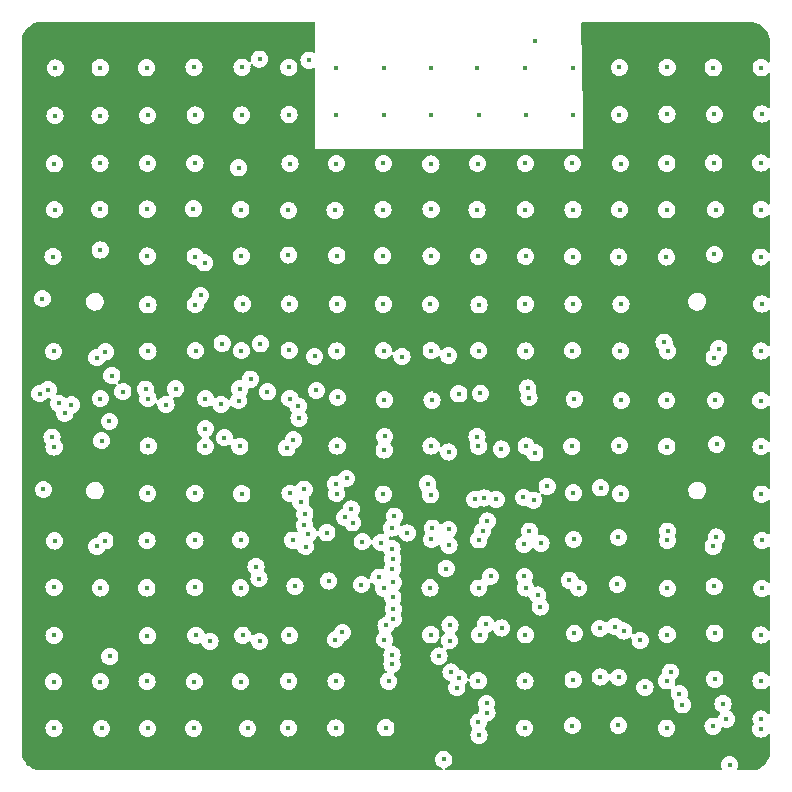
<source format=gbr>
%TF.GenerationSoftware,KiCad,Pcbnew,7.0.5*%
%TF.CreationDate,2023-09-21T19:27:35-05:00*%
%TF.ProjectId,KiCadPanel,4b694361-6450-4616-9e65-6c2e6b696361,rev?*%
%TF.SameCoordinates,Original*%
%TF.FileFunction,Copper,L2,Inr*%
%TF.FilePolarity,Positive*%
%FSLAX46Y46*%
G04 Gerber Fmt 4.6, Leading zero omitted, Abs format (unit mm)*
G04 Created by KiCad (PCBNEW 7.0.5) date 2023-09-21 19:27:35*
%MOMM*%
%LPD*%
G01*
G04 APERTURE LIST*
%TA.AperFunction,ViaPad*%
%ADD10C,0.450000*%
%TD*%
G04 APERTURE END LIST*
D10*
%TO.N,+3V3*%
X144810000Y-89640000D03*
X149325500Y-89770000D03*
%TO.N,GND*%
X143460500Y-65310000D03*
X144346284Y-96068792D03*
X152325498Y-111580000D03*
X152429500Y-65570000D03*
X121210000Y-89740000D03*
X147975500Y-52450000D03*
X152500000Y-57460000D03*
X152580000Y-53440000D03*
X116920000Y-101550000D03*
X143674502Y-108520000D03*
X143770000Y-80280000D03*
X143780500Y-84620000D03*
X152429500Y-97300000D03*
X125325500Y-109610500D03*
X115090000Y-61430000D03*
X147975500Y-56390000D03*
X152790000Y-69420000D03*
X152470000Y-93410000D03*
X152530000Y-105370000D03*
X144080000Y-104480000D03*
X143420000Y-73370000D03*
X144300000Y-101220000D03*
X153260000Y-101324502D03*
X152429500Y-61420000D03*
X141020000Y-93530000D03*
X143460500Y-69330000D03*
X144279500Y-91970000D03*
X152429500Y-81320000D03*
X143460500Y-61390000D03*
X126780000Y-101420000D03*
X153100000Y-85350000D03*
X137040000Y-110140000D03*
X109070000Y-85870000D03*
X144170000Y-111890000D03*
X143380000Y-77360000D03*
X152500000Y-77370000D03*
X152490000Y-89540000D03*
X135300000Y-81580000D03*
X143790500Y-88230000D03*
X152580000Y-73600000D03*
X152325498Y-108497000D03*
%TO.N,ROW_0_OUT*%
X143760000Y-51920000D03*
%TO.N,ROW_4_OUT*%
X122900000Y-66280000D03*
X138870000Y-66230000D03*
X134980000Y-66190000D03*
X159060000Y-66220000D03*
X126840000Y-66270000D03*
X110940000Y-66170000D03*
X130900000Y-66220000D03*
X154930000Y-66230000D03*
X118870000Y-66220000D03*
X162930000Y-66220000D03*
X103100000Y-66220000D03*
X146990000Y-66230000D03*
X142950000Y-66220000D03*
X114860000Y-66150000D03*
X106930000Y-66190000D03*
X150940000Y-66220000D03*
%TO.N,ROW_8_OUT*%
X147100000Y-82260000D03*
X123020000Y-82220000D03*
X115870000Y-82210000D03*
X151090000Y-82370000D03*
X154910000Y-82370000D03*
X139153000Y-81760000D03*
X106980000Y-82210000D03*
X143270000Y-82130000D03*
X162900000Y-82390000D03*
X131020000Y-82320000D03*
X135050000Y-82340000D03*
X127055638Y-82104362D03*
X103460500Y-82610000D03*
X118674500Y-82390000D03*
X111000000Y-82220000D03*
X159040000Y-82360000D03*
%TO.N,ROW_12_OUT*%
X134890000Y-98240000D03*
X114970000Y-98200000D03*
X150750000Y-97950000D03*
X130960000Y-98270000D03*
X103060000Y-98200000D03*
X118850000Y-98240000D03*
X162980000Y-98290000D03*
X142990000Y-98240000D03*
X123450500Y-98100000D03*
X147460500Y-98250000D03*
X158950000Y-98120000D03*
X126304498Y-97650000D03*
X106970000Y-98240000D03*
X139000000Y-98250000D03*
X154990000Y-98270000D03*
X110910000Y-98240000D03*
%TO.N,ROW_1_OUT*%
X147010000Y-54230000D03*
X142900000Y-54210000D03*
X162930000Y-54200000D03*
X106960000Y-54210000D03*
X110890000Y-54200000D03*
X118960000Y-54150000D03*
X158860000Y-54200000D03*
X122930000Y-54180000D03*
X103160000Y-54230000D03*
X131000000Y-54200000D03*
X154960000Y-54180000D03*
X138870000Y-54200000D03*
X126960000Y-54210000D03*
X150920000Y-54180000D03*
X134980000Y-54230000D03*
X114910000Y-54160000D03*
%TO.N,ROW_5_OUT*%
X118900000Y-70150000D03*
X142980000Y-70170000D03*
X102970000Y-70200000D03*
X138980000Y-70170000D03*
X146960000Y-70200000D03*
X130880000Y-70120000D03*
X115000000Y-70200000D03*
X154890000Y-70220000D03*
X110950000Y-70150000D03*
X158970000Y-70010000D03*
X162870000Y-70220000D03*
X134980000Y-70150000D03*
X127000000Y-70100000D03*
X106960000Y-69630000D03*
X150860000Y-70220000D03*
X122900000Y-70050000D03*
%TO.N,ROW_9_OUT*%
X118780000Y-86260000D03*
X107090000Y-85770000D03*
X131009362Y-86570638D03*
X150920000Y-86190000D03*
X146890000Y-86260000D03*
X111020000Y-86230000D03*
X162910000Y-86280000D03*
X123320000Y-85700000D03*
X143030000Y-86230000D03*
X103060000Y-86310000D03*
X138990000Y-86240000D03*
X154940000Y-86280000D03*
X134980000Y-86230000D03*
X159150000Y-86090000D03*
X127020000Y-86230000D03*
X115856854Y-86260932D03*
%TO.N,ROW_13_OUT*%
X131020000Y-102620000D03*
X110950000Y-102300000D03*
X107780500Y-104033736D03*
X154960000Y-102200000D03*
X139077000Y-102210000D03*
X162890000Y-102230000D03*
X126880000Y-102620000D03*
X122970000Y-102250000D03*
X142970000Y-102210000D03*
X151290000Y-101890000D03*
X119030000Y-102250000D03*
X159000000Y-102070000D03*
X147100000Y-102080000D03*
X134950000Y-102210000D03*
X103060000Y-102270000D03*
X115060000Y-102260000D03*
%TO.N,ROW_2_OUT*%
X154950000Y-58140000D03*
X126910000Y-58180000D03*
X143000000Y-58160000D03*
X103130000Y-58260000D03*
X139020000Y-58180000D03*
X106940000Y-58260000D03*
X158960000Y-58140000D03*
X110970000Y-58230000D03*
X122950000Y-58180000D03*
X146960000Y-58160000D03*
X135000000Y-58190000D03*
X150920000Y-58160000D03*
X115000000Y-58210000D03*
X162980000Y-58110000D03*
X131020000Y-58180000D03*
X118940000Y-58210000D03*
%TO.N,ROW_6_OUT*%
X107400000Y-78250500D03*
X142940000Y-74220000D03*
X151050000Y-74220000D03*
X115010000Y-74260000D03*
X102070000Y-73750000D03*
X154700000Y-77440000D03*
X119020000Y-74210000D03*
X130930000Y-74220000D03*
X127040000Y-74220000D03*
X111000000Y-74270000D03*
X147000000Y-74220000D03*
X159340000Y-78000000D03*
X134910000Y-74240000D03*
X122980000Y-74210000D03*
X139030000Y-74270000D03*
X162980000Y-74210000D03*
%TO.N,ROW_10_OUT*%
X134930000Y-90360000D03*
X107350000Y-94250500D03*
X114980000Y-90230000D03*
X159130000Y-93940000D03*
X123030000Y-90230000D03*
X138674500Y-90740000D03*
X162950000Y-90310000D03*
X118950000Y-90280000D03*
X147020000Y-90190000D03*
X102159500Y-89909313D03*
X110980000Y-90240000D03*
X130930000Y-90310000D03*
X142800000Y-90580000D03*
X126980000Y-90260000D03*
X155000000Y-93420000D03*
X151020000Y-90280000D03*
%TO.N,ROW_14_OUT*%
X118850000Y-106180000D03*
X150850000Y-105820000D03*
X106980000Y-106170000D03*
X126930000Y-106150000D03*
X131380000Y-106140000D03*
X122920000Y-106140000D03*
X162920000Y-106110000D03*
X135650000Y-104015498D03*
X159000000Y-105970000D03*
X110920000Y-106160000D03*
X142930000Y-106120000D03*
X138960000Y-106110000D03*
X154930000Y-106110000D03*
X103020000Y-106190000D03*
X147010000Y-106020000D03*
X114930000Y-106180000D03*
%TO.N,ROW_3_OUT*%
X142960000Y-62290000D03*
X138910000Y-62310000D03*
X130930000Y-62290000D03*
X106950000Y-62300000D03*
X110970000Y-62300000D03*
X146940000Y-62290000D03*
X162900000Y-62260000D03*
X151020000Y-62310000D03*
X103080000Y-62330000D03*
X154940000Y-62290000D03*
X118674500Y-62670000D03*
X114980000Y-62290000D03*
X126960000Y-62310000D03*
X123030000Y-62310000D03*
X158920000Y-62260000D03*
X134960000Y-62360000D03*
%TO.N,ROW_7_OUT*%
X151000000Y-78180000D03*
X162910000Y-78180000D03*
X142990000Y-78180000D03*
X155010000Y-78180000D03*
X122960000Y-78130000D03*
X126990000Y-78180000D03*
X115040000Y-78160000D03*
X106674500Y-78750000D03*
X139000000Y-78160000D03*
X134990000Y-78160000D03*
X130960000Y-78150000D03*
X111000000Y-78200000D03*
X158950000Y-78740000D03*
X103010000Y-78210000D03*
X118920000Y-78160000D03*
X146950000Y-78160000D03*
%TO.N,ROW_11_OUT*%
X114980000Y-94220000D03*
X126150000Y-93570000D03*
X142850000Y-94550000D03*
X123250500Y-94200000D03*
X158860000Y-94710000D03*
X163000000Y-94220000D03*
X147040000Y-94130000D03*
X103100000Y-94260000D03*
X139020000Y-94170000D03*
X135010000Y-94140000D03*
X154980000Y-94220000D03*
X150840000Y-93970000D03*
X110920000Y-94240000D03*
X118860000Y-94190000D03*
X130750000Y-94400000D03*
X106674500Y-94720000D03*
%TO.N,ROW_15_OUT*%
X154920000Y-110120000D03*
X122900000Y-110110000D03*
X162900000Y-110190000D03*
X136050000Y-112750000D03*
X139030000Y-110710000D03*
X150830000Y-109870000D03*
X110970000Y-110140000D03*
X142890000Y-110110000D03*
X158850000Y-109950000D03*
X131140000Y-110090000D03*
X146950000Y-109910000D03*
X107090000Y-110130000D03*
X126910000Y-110100000D03*
X119450500Y-110130000D03*
X103050000Y-110120000D03*
X114880000Y-110130000D03*
%TO.N,SERIAL_IN0*%
X125260000Y-81510000D03*
X125120000Y-78630000D03*
%TO.N,MASTER_CLK*%
X117290000Y-77550000D03*
X120530000Y-77570000D03*
%TO.N,LATCH*%
X136469500Y-86739500D03*
X134674500Y-89430000D03*
X126890000Y-89450000D03*
X140930000Y-86490000D03*
%TO.N,LED_0_RED*%
X160260000Y-113210000D03*
%TO.N,LED_0_GREEN*%
X159980000Y-109360000D03*
X138990000Y-109600000D03*
%TO.N,LED_0_BLUE*%
X139710000Y-108810000D03*
X162920000Y-109350000D03*
%TO.N,LED_1_RED*%
X156250000Y-108140000D03*
X139670000Y-108010000D03*
%TO.N,LED_1_GREEN*%
X156000000Y-107210000D03*
X137160000Y-106675498D03*
%TO.N,LED_1_BLUE*%
X137325500Y-105890000D03*
X159690500Y-108060000D03*
%TO.N,LED_2_RED*%
X136660000Y-105370000D03*
X153080000Y-106660000D03*
%TO.N,LED_2_GREEN*%
X152680000Y-102689500D03*
X136550000Y-102709500D03*
%TO.N,LED_2_BLUE*%
X131660891Y-103906634D03*
X155250000Y-105360000D03*
%TO.N,LED_3_RED*%
X131674502Y-104710000D03*
X149300000Y-105790000D03*
%TO.N,LED_3_GREEN*%
X149250000Y-101670000D03*
X131170000Y-101420000D03*
%TO.N,LED_3_BLUE*%
X131770638Y-100870638D03*
X150530000Y-101520000D03*
%TO.N,LED_4_RED*%
X131790500Y-100030000D03*
X144220000Y-99853000D03*
%TO.N,LED_4_GREEN*%
X144000000Y-98850000D03*
X131730000Y-99020000D03*
%TO.N,LED_4_BLUE*%
X146680000Y-97590000D03*
X131790500Y-97770000D03*
%TO.N,LED_5_RED*%
X127460500Y-102010888D03*
X140950000Y-101630000D03*
%TO.N,BRIGHTNESS_PWM*%
X115470000Y-73480000D03*
X115800000Y-70720000D03*
X116250000Y-102760000D03*
X120449500Y-102770000D03*
%TO.N,ROW_8_EN*%
X143760000Y-86800000D03*
X139469638Y-90630862D03*
%TO.N,ROW_12_EN*%
X136469500Y-93280000D03*
X139340000Y-93410000D03*
%TO.N,ROW_1_EN*%
X136469000Y-78557000D03*
X137325500Y-81810000D03*
%TO.N,ROW_13_EN*%
X136580000Y-101373000D03*
X139611997Y-101313000D03*
%TO.N,LED_5_GREEN*%
X140010000Y-97260000D03*
X129080000Y-97970500D03*
%TO.N,LED_5_BLUE*%
X142870000Y-97263000D03*
X131700000Y-96630000D03*
%TO.N,LED_6_RED*%
X131730000Y-95790000D03*
X136260000Y-96600000D03*
%TO.N,LED_6_GREEN*%
X136490000Y-94639500D03*
X131670000Y-94930000D03*
%TO.N,LED_6_BLUE*%
X139740000Y-92580000D03*
X131650000Y-93170000D03*
%TO.N,LED_7_RED*%
X132960000Y-93590000D03*
X129150000Y-94330000D03*
%TO.N,LED_7_GREEN*%
X131873000Y-92170000D03*
%TO.N,LED_7_BLUE*%
X128325498Y-92724750D03*
X135090000Y-93165500D03*
%TO.N,LED_8_RED*%
X124249500Y-92910000D03*
X128219001Y-91557725D03*
%TO.N,LED_8_GREEN*%
X124580000Y-93660000D03*
X127674502Y-92260000D03*
%TO.N,LED_8_BLUE*%
X130560000Y-97336000D03*
X124360000Y-94750000D03*
%TO.N,LED_9_RED*%
X124290000Y-91949500D03*
%TO.N,LED_9_GREEN*%
X123950000Y-90950000D03*
%TO.N,LED_9_BLUE*%
X127820000Y-88963000D03*
X124230000Y-89890000D03*
%TO.N,LED_10_RED*%
X120150000Y-96430000D03*
%TO.N,LED_10_GREEN*%
X120410000Y-97450000D03*
%TO.N,MUX_B0*%
X131050000Y-85410000D03*
X138860000Y-85430000D03*
%TO.N,MUX_B1*%
X132520000Y-78649500D03*
X143150000Y-81324502D03*
X120449500Y-53470000D03*
X124650000Y-53560000D03*
%TO.N,ROW_11_EN*%
X144279500Y-94470500D03*
X140489500Y-90750050D03*
%TO.N,ROW_10_EN*%
X143303818Y-93415500D03*
X143648424Y-90818424D03*
%TO.N,LED_10_BLUE*%
X122760000Y-86380000D03*
%TO.N,LED_11_RED*%
X117467000Y-85520000D03*
%TO.N,LED_11_GREEN*%
X117194500Y-82709500D03*
%TO.N,LED_11_BLUE*%
X119700000Y-80570000D03*
%TO.N,LED_12_RED*%
X118780000Y-81380000D03*
X113350000Y-81380000D03*
%TO.N,LED_12_GREEN*%
X112540000Y-82730000D03*
X123790000Y-83880000D03*
%TO.N,LED_12_BLUE*%
X115870500Y-84750000D03*
X123720000Y-82840000D03*
%TO.N,LED_13_RED*%
X121120000Y-81640000D03*
X108880000Y-81630000D03*
%TO.N,LED_13_GREEN*%
X107950000Y-80270000D03*
%TO.N,LED_13_BLUE*%
X110810000Y-81420000D03*
%TO.N,LED_14_RED*%
X104520000Y-82740000D03*
%TO.N,LED_14_GREEN*%
X103960000Y-83450000D03*
%TO.N,LED_14_BLUE*%
X107740000Y-84145500D03*
%TO.N,LED_15_RED*%
X102560500Y-81452225D03*
%TO.N,LED_15_GREEN*%
X101840000Y-81800000D03*
%TO.N,LED_15_BLUE*%
X102880000Y-85480000D03*
%TD*%
%TA.AperFunction,Conductor*%
%TO.N,GND*%
G36*
X125066011Y-50302119D02*
G01*
X125133047Y-50321808D01*
X125178798Y-50374615D01*
X125190000Y-50426119D01*
X125190000Y-52818111D01*
X125170315Y-52885150D01*
X125117511Y-52930905D01*
X125048353Y-52940849D01*
X125000028Y-52923105D01*
X124966774Y-52902210D01*
X124812455Y-52848212D01*
X124650004Y-52829909D01*
X124649996Y-52829909D01*
X124487544Y-52848212D01*
X124333225Y-52902210D01*
X124194795Y-52989192D01*
X124079192Y-53104795D01*
X123992210Y-53243225D01*
X123938212Y-53397544D01*
X123919909Y-53559996D01*
X123919909Y-53560003D01*
X123938212Y-53722455D01*
X123992210Y-53876774D01*
X124002547Y-53893225D01*
X124079192Y-54015204D01*
X124194796Y-54130808D01*
X124333225Y-54217789D01*
X124487539Y-54271786D01*
X124487542Y-54271786D01*
X124487544Y-54271787D01*
X124649996Y-54290091D01*
X124650000Y-54290091D01*
X124650004Y-54290091D01*
X124812455Y-54271787D01*
X124812456Y-54271786D01*
X124812461Y-54271786D01*
X124966775Y-54217789D01*
X125000028Y-54196894D01*
X125067262Y-54177894D01*
X125134098Y-54198260D01*
X125179313Y-54251528D01*
X125190000Y-54301888D01*
X125190000Y-61070000D01*
X125189999Y-61070000D01*
X147859999Y-61090000D01*
X147859998Y-61089999D01*
X147860000Y-61090000D01*
X147816837Y-58160003D01*
X150189909Y-58160003D01*
X150208212Y-58322455D01*
X150262210Y-58476774D01*
X150293628Y-58526775D01*
X150349192Y-58615204D01*
X150464796Y-58730808D01*
X150603225Y-58817789D01*
X150757539Y-58871786D01*
X150757542Y-58871786D01*
X150757544Y-58871787D01*
X150919996Y-58890091D01*
X150920000Y-58890091D01*
X150920004Y-58890091D01*
X151082455Y-58871787D01*
X151082456Y-58871786D01*
X151082461Y-58871786D01*
X151236775Y-58817789D01*
X151375204Y-58730808D01*
X151490808Y-58615204D01*
X151577789Y-58476775D01*
X151631786Y-58322461D01*
X151631787Y-58322455D01*
X151650091Y-58160003D01*
X151650091Y-58159996D01*
X151647838Y-58140003D01*
X154219909Y-58140003D01*
X154238212Y-58302455D01*
X154292210Y-58456774D01*
X154323628Y-58506775D01*
X154379192Y-58595204D01*
X154494796Y-58710808D01*
X154633225Y-58797789D01*
X154787539Y-58851786D01*
X154787542Y-58851786D01*
X154787544Y-58851787D01*
X154949996Y-58870091D01*
X154950000Y-58870091D01*
X154950004Y-58870091D01*
X155112455Y-58851787D01*
X155112456Y-58851786D01*
X155112461Y-58851786D01*
X155266775Y-58797789D01*
X155405204Y-58710808D01*
X155520808Y-58595204D01*
X155607789Y-58456775D01*
X155661786Y-58302461D01*
X155661787Y-58302455D01*
X155680091Y-58140003D01*
X158229909Y-58140003D01*
X158248212Y-58302455D01*
X158302210Y-58456774D01*
X158333628Y-58506775D01*
X158389192Y-58595204D01*
X158504796Y-58710808D01*
X158643225Y-58797789D01*
X158797539Y-58851786D01*
X158797542Y-58851786D01*
X158797544Y-58851787D01*
X158959996Y-58870091D01*
X158960000Y-58870091D01*
X158960004Y-58870091D01*
X159122455Y-58851787D01*
X159122456Y-58851786D01*
X159122461Y-58851786D01*
X159276775Y-58797789D01*
X159415204Y-58710808D01*
X159530808Y-58595204D01*
X159617789Y-58456775D01*
X159671786Y-58302461D01*
X159671787Y-58302455D01*
X159690091Y-58140003D01*
X159690091Y-58139996D01*
X159671787Y-57977544D01*
X159671786Y-57977542D01*
X159671786Y-57977539D01*
X159617789Y-57823225D01*
X159530808Y-57684796D01*
X159415204Y-57569192D01*
X159388179Y-57552211D01*
X159276774Y-57482210D01*
X159122455Y-57428212D01*
X158960004Y-57409909D01*
X158959996Y-57409909D01*
X158797544Y-57428212D01*
X158643225Y-57482210D01*
X158504795Y-57569192D01*
X158389192Y-57684795D01*
X158302210Y-57823225D01*
X158248212Y-57977544D01*
X158229909Y-58139996D01*
X158229909Y-58140003D01*
X155680091Y-58140003D01*
X155680091Y-58139996D01*
X155661787Y-57977544D01*
X155661786Y-57977542D01*
X155661786Y-57977539D01*
X155607789Y-57823225D01*
X155520808Y-57684796D01*
X155405204Y-57569192D01*
X155378179Y-57552211D01*
X155266774Y-57482210D01*
X155112455Y-57428212D01*
X154950004Y-57409909D01*
X154949996Y-57409909D01*
X154787544Y-57428212D01*
X154633225Y-57482210D01*
X154494795Y-57569192D01*
X154379192Y-57684795D01*
X154292210Y-57823225D01*
X154238212Y-57977544D01*
X154219909Y-58139996D01*
X154219909Y-58140003D01*
X151647838Y-58140003D01*
X151631787Y-57997544D01*
X151631786Y-57997542D01*
X151631786Y-57997539D01*
X151577789Y-57843225D01*
X151490808Y-57704796D01*
X151375204Y-57589192D01*
X151348179Y-57572211D01*
X151236774Y-57502210D01*
X151082455Y-57448212D01*
X150920004Y-57429909D01*
X150919996Y-57429909D01*
X150757544Y-57448212D01*
X150603225Y-57502210D01*
X150464795Y-57589192D01*
X150349192Y-57704795D01*
X150262210Y-57843225D01*
X150208212Y-57997544D01*
X150189909Y-58159996D01*
X150189909Y-58160003D01*
X147816837Y-58160003D01*
X147758206Y-54180003D01*
X150189909Y-54180003D01*
X150208212Y-54342455D01*
X150262210Y-54496774D01*
X150293628Y-54546775D01*
X150349192Y-54635204D01*
X150464796Y-54750808D01*
X150603225Y-54837789D01*
X150757539Y-54891786D01*
X150757542Y-54891786D01*
X150757544Y-54891787D01*
X150919996Y-54910091D01*
X150920000Y-54910091D01*
X150920004Y-54910091D01*
X151082455Y-54891787D01*
X151082456Y-54891786D01*
X151082461Y-54891786D01*
X151236775Y-54837789D01*
X151375204Y-54750808D01*
X151490808Y-54635204D01*
X151577789Y-54496775D01*
X151631786Y-54342461D01*
X151631787Y-54342455D01*
X151650091Y-54180003D01*
X154229909Y-54180003D01*
X154248212Y-54342455D01*
X154302210Y-54496774D01*
X154333628Y-54546775D01*
X154389192Y-54635204D01*
X154504796Y-54750808D01*
X154643225Y-54837789D01*
X154797539Y-54891786D01*
X154797542Y-54891786D01*
X154797544Y-54891787D01*
X154959996Y-54910091D01*
X154960000Y-54910091D01*
X154960004Y-54910091D01*
X155122455Y-54891787D01*
X155122456Y-54891786D01*
X155122461Y-54891786D01*
X155276775Y-54837789D01*
X155415204Y-54750808D01*
X155530808Y-54635204D01*
X155617789Y-54496775D01*
X155671786Y-54342461D01*
X155671787Y-54342455D01*
X155687838Y-54200003D01*
X158129909Y-54200003D01*
X158148212Y-54362455D01*
X158202210Y-54516774D01*
X158221061Y-54546775D01*
X158289192Y-54655204D01*
X158404796Y-54770808D01*
X158543225Y-54857789D01*
X158697539Y-54911786D01*
X158697542Y-54911786D01*
X158697544Y-54911787D01*
X158859996Y-54930091D01*
X158860000Y-54930091D01*
X158860004Y-54930091D01*
X159022455Y-54911787D01*
X159022456Y-54911786D01*
X159022461Y-54911786D01*
X159176775Y-54857789D01*
X159315204Y-54770808D01*
X159430808Y-54655204D01*
X159517789Y-54516775D01*
X159571786Y-54362461D01*
X159571787Y-54362455D01*
X159590091Y-54200003D01*
X159590091Y-54199996D01*
X159571787Y-54037544D01*
X159571786Y-54037542D01*
X159571786Y-54037539D01*
X159517789Y-53883225D01*
X159430808Y-53744796D01*
X159315204Y-53629192D01*
X159192690Y-53552211D01*
X159176774Y-53542210D01*
X159022455Y-53488212D01*
X158860004Y-53469909D01*
X158859996Y-53469909D01*
X158697544Y-53488212D01*
X158543225Y-53542210D01*
X158404795Y-53629192D01*
X158289192Y-53744795D01*
X158202210Y-53883225D01*
X158148212Y-54037544D01*
X158129909Y-54199996D01*
X158129909Y-54200003D01*
X155687838Y-54200003D01*
X155690091Y-54180003D01*
X155690091Y-54179996D01*
X155671787Y-54017544D01*
X155671786Y-54017542D01*
X155671786Y-54017539D01*
X155617789Y-53863225D01*
X155530808Y-53724796D01*
X155415204Y-53609192D01*
X155374709Y-53583747D01*
X155276774Y-53522210D01*
X155142939Y-53475379D01*
X155122461Y-53468214D01*
X155122460Y-53468213D01*
X155122455Y-53468212D01*
X154960004Y-53449909D01*
X154959996Y-53449909D01*
X154797544Y-53468212D01*
X154643225Y-53522210D01*
X154504795Y-53609192D01*
X154389192Y-53724795D01*
X154302210Y-53863225D01*
X154248212Y-54017544D01*
X154229909Y-54179996D01*
X154229909Y-54180003D01*
X151650091Y-54180003D01*
X151650091Y-54179996D01*
X151631787Y-54017544D01*
X151631786Y-54017542D01*
X151631786Y-54017539D01*
X151577789Y-53863225D01*
X151490808Y-53724796D01*
X151375204Y-53609192D01*
X151334709Y-53583747D01*
X151236774Y-53522210D01*
X151102939Y-53475379D01*
X151082461Y-53468214D01*
X151082460Y-53468213D01*
X151082455Y-53468212D01*
X150920004Y-53449909D01*
X150919996Y-53449909D01*
X150757544Y-53468212D01*
X150603225Y-53522210D01*
X150464795Y-53609192D01*
X150349192Y-53724795D01*
X150262210Y-53863225D01*
X150208212Y-54017544D01*
X150189909Y-54179996D01*
X150189909Y-54180003D01*
X147758206Y-54180003D01*
X147702956Y-50429538D01*
X147721650Y-50362221D01*
X147773775Y-50315694D01*
X147826945Y-50303718D01*
X161937514Y-50304709D01*
X161937579Y-50304714D01*
X161948191Y-50304714D01*
X161948194Y-50304715D01*
X161993575Y-50304714D01*
X161997995Y-50304871D01*
X162228813Y-50321378D01*
X162246312Y-50323894D01*
X162465926Y-50371667D01*
X162482899Y-50376651D01*
X162693478Y-50455192D01*
X162709566Y-50462539D01*
X162906838Y-50570256D01*
X162921703Y-50579810D01*
X163096003Y-50710289D01*
X163101626Y-50714498D01*
X163114997Y-50726084D01*
X163273915Y-50885002D01*
X163285501Y-50898373D01*
X163420184Y-51078289D01*
X163429745Y-51093165D01*
X163482571Y-51189909D01*
X163537458Y-51290428D01*
X163544807Y-51306521D01*
X163623348Y-51517100D01*
X163628332Y-51534075D01*
X163676103Y-51753679D01*
X163678621Y-51771192D01*
X163695127Y-52002000D01*
X163695285Y-52006424D01*
X163695285Y-52061375D01*
X163695295Y-52061510D01*
X163695558Y-53640163D01*
X163675885Y-53707206D01*
X163623088Y-53752970D01*
X163553931Y-53762925D01*
X163490371Y-53733910D01*
X163483877Y-53727865D01*
X163385204Y-53629192D01*
X163246774Y-53542210D01*
X163092455Y-53488212D01*
X162930004Y-53469909D01*
X162929996Y-53469909D01*
X162767544Y-53488212D01*
X162613225Y-53542210D01*
X162474795Y-53629192D01*
X162359192Y-53744795D01*
X162272210Y-53883225D01*
X162218212Y-54037544D01*
X162199909Y-54199996D01*
X162199909Y-54200003D01*
X162218212Y-54362455D01*
X162272210Y-54516774D01*
X162291061Y-54546775D01*
X162359192Y-54655204D01*
X162474796Y-54770808D01*
X162613225Y-54857789D01*
X162767539Y-54911786D01*
X162767542Y-54911786D01*
X162767544Y-54911787D01*
X162929996Y-54930091D01*
X162930000Y-54930091D01*
X162930004Y-54930091D01*
X163092455Y-54911787D01*
X163092456Y-54911786D01*
X163092461Y-54911786D01*
X163246775Y-54857789D01*
X163385204Y-54770808D01*
X163484067Y-54671944D01*
X163545386Y-54638462D01*
X163615078Y-54643446D01*
X163671012Y-54685317D01*
X163695429Y-54750781D01*
X163695745Y-54759607D01*
X163696049Y-56586328D01*
X163696201Y-57498214D01*
X163696202Y-57500807D01*
X163676529Y-57567850D01*
X163623732Y-57613614D01*
X163554575Y-57623569D01*
X163491015Y-57594554D01*
X163484521Y-57588509D01*
X163435204Y-57539192D01*
X163296774Y-57452210D01*
X163142455Y-57398212D01*
X162980004Y-57379909D01*
X162979996Y-57379909D01*
X162817544Y-57398212D01*
X162663225Y-57452210D01*
X162524795Y-57539192D01*
X162409192Y-57654795D01*
X162322210Y-57793225D01*
X162268212Y-57947544D01*
X162249909Y-58109996D01*
X162249909Y-58110003D01*
X162268212Y-58272455D01*
X162322210Y-58426774D01*
X162385045Y-58526774D01*
X162409192Y-58565204D01*
X162524796Y-58680808D01*
X162663225Y-58767789D01*
X162817539Y-58821786D01*
X162817542Y-58821786D01*
X162817544Y-58821787D01*
X162979996Y-58840091D01*
X162980000Y-58840091D01*
X162980004Y-58840091D01*
X163142455Y-58821787D01*
X163142456Y-58821786D01*
X163142461Y-58821786D01*
X163296775Y-58767789D01*
X163435204Y-58680808D01*
X163484725Y-58631286D01*
X163546046Y-58597802D01*
X163615737Y-58602786D01*
X163671671Y-58644657D01*
X163696089Y-58710121D01*
X163696405Y-58718947D01*
X163696907Y-61734197D01*
X163677234Y-61801240D01*
X163624437Y-61847004D01*
X163555280Y-61856959D01*
X163491720Y-61827944D01*
X163475976Y-61809583D01*
X163475151Y-61810242D01*
X163470807Y-61804795D01*
X163355204Y-61689192D01*
X163216774Y-61602210D01*
X163062455Y-61548212D01*
X162900004Y-61529909D01*
X162899996Y-61529909D01*
X162737544Y-61548212D01*
X162583225Y-61602210D01*
X162444795Y-61689192D01*
X162329192Y-61804795D01*
X162242210Y-61943225D01*
X162188212Y-62097544D01*
X162169909Y-62259996D01*
X162169909Y-62260003D01*
X162188212Y-62422455D01*
X162242210Y-62576774D01*
X162273628Y-62626775D01*
X162329192Y-62715204D01*
X162444796Y-62830808D01*
X162583225Y-62917789D01*
X162737539Y-62971786D01*
X162737542Y-62971786D01*
X162737544Y-62971787D01*
X162899996Y-62990091D01*
X162900000Y-62990091D01*
X162900004Y-62990091D01*
X163062455Y-62971787D01*
X163062456Y-62971786D01*
X163062461Y-62971786D01*
X163216775Y-62917789D01*
X163355204Y-62830808D01*
X163470808Y-62715204D01*
X163470811Y-62715198D01*
X163475151Y-62709758D01*
X163477258Y-62711439D01*
X163520346Y-62673275D01*
X163589392Y-62662579D01*
X163653260Y-62690911D01*
X163691672Y-62749274D01*
X163697082Y-62785481D01*
X163697562Y-65662167D01*
X163677889Y-65729210D01*
X163625092Y-65774974D01*
X163555935Y-65784929D01*
X163492375Y-65755914D01*
X163485881Y-65749869D01*
X163385204Y-65649192D01*
X163246774Y-65562210D01*
X163092455Y-65508212D01*
X162930004Y-65489909D01*
X162929996Y-65489909D01*
X162767544Y-65508212D01*
X162613225Y-65562210D01*
X162474795Y-65649192D01*
X162359192Y-65764795D01*
X162272210Y-65903225D01*
X162218212Y-66057544D01*
X162199909Y-66219996D01*
X162199909Y-66220003D01*
X162218212Y-66382455D01*
X162272210Y-66536774D01*
X162315208Y-66605204D01*
X162359192Y-66675204D01*
X162474796Y-66790808D01*
X162613225Y-66877789D01*
X162767539Y-66931786D01*
X162767542Y-66931786D01*
X162767544Y-66931787D01*
X162929996Y-66950091D01*
X162930000Y-66950091D01*
X162930004Y-66950091D01*
X163092455Y-66931787D01*
X163092456Y-66931786D01*
X163092461Y-66931786D01*
X163246775Y-66877789D01*
X163385204Y-66790808D01*
X163486070Y-66689941D01*
X163547389Y-66656459D01*
X163617081Y-66661443D01*
X163673015Y-66703314D01*
X163697432Y-66768778D01*
X163697748Y-66777604D01*
X163698243Y-69744066D01*
X163678570Y-69811109D01*
X163625773Y-69856873D01*
X163556616Y-69866828D01*
X163493056Y-69837813D01*
X163469250Y-69810060D01*
X163440809Y-69764798D01*
X163440807Y-69764795D01*
X163325204Y-69649192D01*
X163186774Y-69562210D01*
X163032455Y-69508212D01*
X162870004Y-69489909D01*
X162869996Y-69489909D01*
X162707544Y-69508212D01*
X162553225Y-69562210D01*
X162414795Y-69649192D01*
X162299192Y-69764795D01*
X162212210Y-69903225D01*
X162158212Y-70057544D01*
X162139909Y-70219996D01*
X162139909Y-70220003D01*
X162158212Y-70382455D01*
X162212210Y-70536774D01*
X162267775Y-70625204D01*
X162299192Y-70675204D01*
X162414796Y-70790808D01*
X162553225Y-70877789D01*
X162707539Y-70931786D01*
X162707542Y-70931786D01*
X162707544Y-70931787D01*
X162869996Y-70950091D01*
X162870000Y-70950091D01*
X162870004Y-70950091D01*
X163032455Y-70931787D01*
X163032456Y-70931786D01*
X163032461Y-70931786D01*
X163186775Y-70877789D01*
X163325204Y-70790808D01*
X163440808Y-70675204D01*
X163469409Y-70629684D01*
X163521740Y-70583397D01*
X163590794Y-70572747D01*
X163654642Y-70601122D01*
X163693015Y-70659511D01*
X163698401Y-70695638D01*
X163698886Y-73603491D01*
X163679213Y-73670534D01*
X163626416Y-73716298D01*
X163557259Y-73726253D01*
X163493699Y-73697238D01*
X163487205Y-73691193D01*
X163435204Y-73639192D01*
X163296774Y-73552210D01*
X163142455Y-73498212D01*
X162980004Y-73479909D01*
X162979996Y-73479909D01*
X162817544Y-73498212D01*
X162663225Y-73552210D01*
X162524795Y-73639192D01*
X162409192Y-73754795D01*
X162322210Y-73893225D01*
X162268212Y-74047544D01*
X162249909Y-74209996D01*
X162249909Y-74210003D01*
X162268212Y-74372455D01*
X162322210Y-74526774D01*
X162390002Y-74634664D01*
X162409192Y-74665204D01*
X162524796Y-74780808D01*
X162663225Y-74867789D01*
X162817539Y-74921786D01*
X162817542Y-74921786D01*
X162817544Y-74921787D01*
X162979996Y-74940091D01*
X162980000Y-74940091D01*
X162980004Y-74940091D01*
X163142455Y-74921787D01*
X163142456Y-74921786D01*
X163142461Y-74921786D01*
X163296775Y-74867789D01*
X163435204Y-74780808D01*
X163487408Y-74728603D01*
X163548729Y-74695119D01*
X163618421Y-74700103D01*
X163674354Y-74741974D01*
X163698772Y-74807438D01*
X163699088Y-74816264D01*
X163699559Y-77644710D01*
X163679886Y-77711753D01*
X163627089Y-77757517D01*
X163557932Y-77767472D01*
X163494372Y-77738457D01*
X163485860Y-77729591D01*
X163485732Y-77729720D01*
X163365204Y-77609192D01*
X163226774Y-77522210D01*
X163072455Y-77468212D01*
X162910004Y-77449909D01*
X162909996Y-77449909D01*
X162747544Y-77468212D01*
X162593225Y-77522210D01*
X162454795Y-77609192D01*
X162339192Y-77724795D01*
X162252210Y-77863225D01*
X162198212Y-78017544D01*
X162179909Y-78179996D01*
X162179909Y-78180003D01*
X162198212Y-78342455D01*
X162252210Y-78496774D01*
X162320342Y-78605204D01*
X162339192Y-78635204D01*
X162454796Y-78750808D01*
X162593225Y-78837789D01*
X162747539Y-78891786D01*
X162747542Y-78891786D01*
X162747544Y-78891787D01*
X162909996Y-78910091D01*
X162910000Y-78910091D01*
X162910004Y-78910091D01*
X163072455Y-78891787D01*
X163072456Y-78891786D01*
X163072461Y-78891786D01*
X163226775Y-78837789D01*
X163365204Y-78750808D01*
X163480808Y-78635204D01*
X163480808Y-78635203D01*
X163485732Y-78630280D01*
X163487249Y-78631797D01*
X163535969Y-78597595D01*
X163605780Y-78594739D01*
X163666053Y-78630079D01*
X163697652Y-78692395D01*
X163699738Y-78715024D01*
X163700264Y-81869538D01*
X163680591Y-81936581D01*
X163627794Y-81982345D01*
X163558637Y-81992300D01*
X163495077Y-81963285D01*
X163475245Y-81940166D01*
X163475151Y-81940242D01*
X163473037Y-81937591D01*
X163471274Y-81935536D01*
X163470813Y-81934802D01*
X163470807Y-81934795D01*
X163355204Y-81819192D01*
X163216774Y-81732210D01*
X163062455Y-81678212D01*
X162900004Y-81659909D01*
X162899996Y-81659909D01*
X162737544Y-81678212D01*
X162583225Y-81732210D01*
X162444795Y-81819192D01*
X162329192Y-81934795D01*
X162242210Y-82073225D01*
X162188212Y-82227544D01*
X162169909Y-82389996D01*
X162169909Y-82390003D01*
X162188212Y-82552455D01*
X162242210Y-82706774D01*
X162297775Y-82795204D01*
X162329192Y-82845204D01*
X162444796Y-82960808D01*
X162583225Y-83047789D01*
X162737539Y-83101786D01*
X162737542Y-83101786D01*
X162737544Y-83101787D01*
X162899996Y-83120091D01*
X162900000Y-83120091D01*
X162900004Y-83120091D01*
X163062455Y-83101787D01*
X163062456Y-83101786D01*
X163062461Y-83101786D01*
X163216775Y-83047789D01*
X163355204Y-82960808D01*
X163470808Y-82845204D01*
X163471441Y-82844195D01*
X163472019Y-82843684D01*
X163475151Y-82839758D01*
X163475838Y-82840306D01*
X163523771Y-82797904D01*
X163592824Y-82787252D01*
X163656674Y-82815623D01*
X163695049Y-82874010D01*
X163700437Y-82910143D01*
X163700910Y-85746403D01*
X163681237Y-85813446D01*
X163628440Y-85859210D01*
X163559283Y-85869165D01*
X163495723Y-85840150D01*
X163485128Y-85829116D01*
X163365204Y-85709192D01*
X163226774Y-85622210D01*
X163072455Y-85568212D01*
X162910004Y-85549909D01*
X162909996Y-85549909D01*
X162747544Y-85568212D01*
X162593225Y-85622210D01*
X162454795Y-85709192D01*
X162339192Y-85824795D01*
X162252210Y-85963225D01*
X162198212Y-86117544D01*
X162179909Y-86279996D01*
X162179909Y-86280003D01*
X162198212Y-86442455D01*
X162252210Y-86596774D01*
X162271061Y-86626775D01*
X162339192Y-86735204D01*
X162454796Y-86850808D01*
X162593225Y-86937789D01*
X162747539Y-86991786D01*
X162747542Y-86991786D01*
X162747544Y-86991787D01*
X162909996Y-87010091D01*
X162910000Y-87010091D01*
X162910004Y-87010091D01*
X163072455Y-86991787D01*
X163072456Y-86991786D01*
X163072461Y-86991786D01*
X163226775Y-86937789D01*
X163365204Y-86850808D01*
X163480808Y-86735204D01*
X163480808Y-86735203D01*
X163485732Y-86730280D01*
X163486811Y-86731359D01*
X163537321Y-86695902D01*
X163607132Y-86693047D01*
X163667405Y-86728388D01*
X163699002Y-86790704D01*
X163701088Y-86813331D01*
X163701575Y-89736180D01*
X163681902Y-89803223D01*
X163629105Y-89848987D01*
X163559948Y-89858942D01*
X163496388Y-89829927D01*
X163489894Y-89823882D01*
X163405204Y-89739192D01*
X163266774Y-89652210D01*
X163112455Y-89598212D01*
X162950004Y-89579909D01*
X162949996Y-89579909D01*
X162787544Y-89598212D01*
X162633225Y-89652210D01*
X162494795Y-89739192D01*
X162379192Y-89854795D01*
X162292210Y-89993225D01*
X162238212Y-90147544D01*
X162219909Y-90309996D01*
X162219909Y-90310003D01*
X162238212Y-90472455D01*
X162292210Y-90626774D01*
X162323628Y-90676775D01*
X162379192Y-90765204D01*
X162494796Y-90880808D01*
X162633225Y-90967789D01*
X162787539Y-91021786D01*
X162787542Y-91021786D01*
X162787544Y-91021787D01*
X162949996Y-91040091D01*
X162950000Y-91040091D01*
X162950004Y-91040091D01*
X163112455Y-91021787D01*
X163112456Y-91021786D01*
X163112461Y-91021786D01*
X163266775Y-90967789D01*
X163405204Y-90880808D01*
X163490088Y-90795923D01*
X163551407Y-90762441D01*
X163621099Y-90767425D01*
X163677033Y-90809296D01*
X163701450Y-90874760D01*
X163701766Y-90883586D01*
X163702218Y-93596823D01*
X163682545Y-93663866D01*
X163629748Y-93709630D01*
X163560591Y-93719585D01*
X163497031Y-93690570D01*
X163490537Y-93684525D01*
X163455204Y-93649192D01*
X163316774Y-93562210D01*
X163162455Y-93508212D01*
X163000004Y-93489909D01*
X162999996Y-93489909D01*
X162837544Y-93508212D01*
X162683225Y-93562210D01*
X162544795Y-93649192D01*
X162429192Y-93764795D01*
X162342210Y-93903225D01*
X162288212Y-94057544D01*
X162269909Y-94219996D01*
X162269909Y-94220003D01*
X162288212Y-94382455D01*
X162342210Y-94536774D01*
X162378924Y-94595204D01*
X162429192Y-94675204D01*
X162544796Y-94790808D01*
X162683225Y-94877789D01*
X162837539Y-94931786D01*
X162837542Y-94931786D01*
X162837544Y-94931787D01*
X162999996Y-94950091D01*
X163000000Y-94950091D01*
X163000004Y-94950091D01*
X163162455Y-94931787D01*
X163162456Y-94931786D01*
X163162461Y-94931786D01*
X163316775Y-94877789D01*
X163455204Y-94790808D01*
X163490746Y-94755265D01*
X163552066Y-94721781D01*
X163621758Y-94726765D01*
X163677692Y-94768635D01*
X163702110Y-94834099D01*
X163702426Y-94842926D01*
X163702901Y-97687506D01*
X163683228Y-97754549D01*
X163630431Y-97800313D01*
X163561274Y-97810268D01*
X163497714Y-97781254D01*
X163491220Y-97775208D01*
X163435204Y-97719192D01*
X163296774Y-97632210D01*
X163142455Y-97578212D01*
X162980004Y-97559909D01*
X162979996Y-97559909D01*
X162817544Y-97578212D01*
X162663225Y-97632210D01*
X162524795Y-97719192D01*
X162409192Y-97834795D01*
X162322210Y-97973225D01*
X162268212Y-98127544D01*
X162249909Y-98289996D01*
X162249909Y-98290003D01*
X162268212Y-98452455D01*
X162322210Y-98606774D01*
X162377775Y-98695204D01*
X162409192Y-98745204D01*
X162524796Y-98860808D01*
X162663225Y-98947789D01*
X162817539Y-99001786D01*
X162817542Y-99001786D01*
X162817544Y-99001787D01*
X162979996Y-99020091D01*
X162980000Y-99020091D01*
X162980004Y-99020091D01*
X163142455Y-99001787D01*
X163142456Y-99001786D01*
X163142461Y-99001786D01*
X163296775Y-98947789D01*
X163435204Y-98860808D01*
X163491423Y-98804588D01*
X163552742Y-98771106D01*
X163622434Y-98776090D01*
X163678368Y-98817961D01*
X163702785Y-98883425D01*
X163703101Y-98892251D01*
X163703574Y-101730722D01*
X163683901Y-101797765D01*
X163631104Y-101843529D01*
X163561947Y-101853484D01*
X163498387Y-101824469D01*
X163474580Y-101796714D01*
X163460809Y-101774798D01*
X163460807Y-101774795D01*
X163345204Y-101659192D01*
X163206774Y-101572210D01*
X163052455Y-101518212D01*
X162890004Y-101499909D01*
X162889996Y-101499909D01*
X162727544Y-101518212D01*
X162573225Y-101572210D01*
X162434795Y-101659192D01*
X162319192Y-101774795D01*
X162232210Y-101913225D01*
X162178212Y-102067544D01*
X162159909Y-102229996D01*
X162159909Y-102230003D01*
X162178212Y-102392455D01*
X162232210Y-102546774D01*
X162291295Y-102640807D01*
X162319192Y-102685204D01*
X162434796Y-102800808D01*
X162573225Y-102887789D01*
X162727539Y-102941786D01*
X162727542Y-102941786D01*
X162727544Y-102941787D01*
X162889996Y-102960091D01*
X162890000Y-102960091D01*
X162890004Y-102960091D01*
X163052455Y-102941787D01*
X163052456Y-102941786D01*
X163052461Y-102941786D01*
X163206775Y-102887789D01*
X163345204Y-102800808D01*
X163460808Y-102685204D01*
X163474748Y-102663017D01*
X163527080Y-102616729D01*
X163596134Y-102606079D01*
X163659983Y-102634454D01*
X163698355Y-102692843D01*
X163703741Y-102728970D01*
X163704214Y-105568819D01*
X163684541Y-105635862D01*
X163631744Y-105681626D01*
X163562587Y-105691581D01*
X163499027Y-105662566D01*
X163492533Y-105656521D01*
X163375204Y-105539192D01*
X163236774Y-105452210D01*
X163082455Y-105398212D01*
X162920004Y-105379909D01*
X162919996Y-105379909D01*
X162757544Y-105398212D01*
X162603225Y-105452210D01*
X162464795Y-105539192D01*
X162349192Y-105654795D01*
X162262210Y-105793225D01*
X162208212Y-105947544D01*
X162189909Y-106109996D01*
X162189909Y-106110003D01*
X162208212Y-106272455D01*
X162262210Y-106426774D01*
X162322499Y-106522723D01*
X162349192Y-106565204D01*
X162464796Y-106680808D01*
X162603225Y-106767789D01*
X162757539Y-106821786D01*
X162757542Y-106821786D01*
X162757544Y-106821787D01*
X162919996Y-106840091D01*
X162920000Y-106840091D01*
X162920004Y-106840091D01*
X163082455Y-106821787D01*
X163082456Y-106821786D01*
X163082461Y-106821786D01*
X163236775Y-106767789D01*
X163375204Y-106680808D01*
X163490808Y-106565204D01*
X163490811Y-106565198D01*
X163492712Y-106563298D01*
X163554035Y-106529813D01*
X163623727Y-106534797D01*
X163679661Y-106576668D01*
X163704078Y-106642132D01*
X163704394Y-106650958D01*
X163704754Y-108809359D01*
X163685081Y-108876402D01*
X163632284Y-108922166D01*
X163563127Y-108932121D01*
X163499567Y-108903106D01*
X163493073Y-108897061D01*
X163375204Y-108779192D01*
X163236774Y-108692210D01*
X163082455Y-108638212D01*
X162920004Y-108619909D01*
X162919996Y-108619909D01*
X162757544Y-108638212D01*
X162603225Y-108692210D01*
X162464795Y-108779192D01*
X162349192Y-108894795D01*
X162262210Y-109033225D01*
X162208212Y-109187544D01*
X162189909Y-109349996D01*
X162189909Y-109350003D01*
X162208212Y-109512455D01*
X162208213Y-109512460D01*
X162208214Y-109512461D01*
X162215214Y-109532465D01*
X162262211Y-109666776D01*
X162275618Y-109688113D01*
X162294618Y-109755350D01*
X162275619Y-109820054D01*
X162242211Y-109873223D01*
X162242209Y-109873228D01*
X162188212Y-110027544D01*
X162169909Y-110189996D01*
X162169909Y-110190003D01*
X162188212Y-110352455D01*
X162242210Y-110506774D01*
X162314477Y-110621786D01*
X162329192Y-110645204D01*
X162444796Y-110760808D01*
X162583225Y-110847789D01*
X162737539Y-110901786D01*
X162737542Y-110901786D01*
X162737544Y-110901787D01*
X162899996Y-110920091D01*
X162900000Y-110920091D01*
X162900004Y-110920091D01*
X163062455Y-110901787D01*
X163062456Y-110901786D01*
X163062461Y-110901786D01*
X163216775Y-110847789D01*
X163355204Y-110760808D01*
X163470808Y-110645204D01*
X163476073Y-110636823D01*
X163528402Y-110590531D01*
X163597455Y-110579878D01*
X163661305Y-110608249D01*
X163699681Y-110666636D01*
X163705069Y-110702770D01*
X163705284Y-111993578D01*
X163705126Y-111998012D01*
X163688621Y-112228807D01*
X163686103Y-112246320D01*
X163638332Y-112465924D01*
X163633348Y-112482899D01*
X163554807Y-112693478D01*
X163547458Y-112709571D01*
X163522764Y-112754796D01*
X163447177Y-112893225D01*
X163439750Y-112906826D01*
X163430184Y-112921710D01*
X163295501Y-113101626D01*
X163283915Y-113114997D01*
X163124997Y-113273915D01*
X163111626Y-113285501D01*
X162931710Y-113420184D01*
X162916827Y-113429748D01*
X162872860Y-113453756D01*
X162719571Y-113537458D01*
X162703478Y-113544807D01*
X162492899Y-113623348D01*
X162475924Y-113628332D01*
X162256320Y-113676103D01*
X162238807Y-113678621D01*
X162048908Y-113692201D01*
X162007995Y-113695127D01*
X162003575Y-113695285D01*
X161953333Y-113695285D01*
X161953267Y-113695289D01*
X161033571Y-113695353D01*
X160966530Y-113675673D01*
X160920771Y-113622872D01*
X160910823Y-113553715D01*
X160916521Y-113530398D01*
X160934124Y-113480091D01*
X160971786Y-113372461D01*
X160971786Y-113372459D01*
X160971787Y-113372457D01*
X160990091Y-113210003D01*
X160990091Y-113209996D01*
X160971787Y-113047544D01*
X160971786Y-113047542D01*
X160971786Y-113047539D01*
X160917789Y-112893225D01*
X160830808Y-112754796D01*
X160715204Y-112639192D01*
X160632999Y-112587539D01*
X160576774Y-112552210D01*
X160422455Y-112498212D01*
X160260004Y-112479909D01*
X160259996Y-112479909D01*
X160097544Y-112498212D01*
X159943225Y-112552210D01*
X159804795Y-112639192D01*
X159689192Y-112754795D01*
X159602210Y-112893225D01*
X159548212Y-113047544D01*
X159529909Y-113209996D01*
X159529909Y-113210003D01*
X159548212Y-113372455D01*
X159603517Y-113530508D01*
X159607078Y-113600287D01*
X159572349Y-113660914D01*
X159510356Y-113693141D01*
X159486484Y-113695462D01*
X136269812Y-113697093D01*
X136202771Y-113677413D01*
X136157012Y-113624612D01*
X136147064Y-113555455D01*
X136176084Y-113491897D01*
X136228847Y-113456052D01*
X136366775Y-113407789D01*
X136505204Y-113320808D01*
X136620808Y-113205204D01*
X136707789Y-113066775D01*
X136761786Y-112912461D01*
X136762421Y-112906826D01*
X136780091Y-112750003D01*
X136780091Y-112749996D01*
X136761787Y-112587544D01*
X136761786Y-112587542D01*
X136761786Y-112587539D01*
X136707789Y-112433225D01*
X136620808Y-112294796D01*
X136505204Y-112179192D01*
X136434776Y-112134939D01*
X136366774Y-112092210D01*
X136212455Y-112038212D01*
X136050004Y-112019909D01*
X136049996Y-112019909D01*
X135887544Y-112038212D01*
X135733225Y-112092210D01*
X135594795Y-112179192D01*
X135479192Y-112294795D01*
X135392210Y-112433225D01*
X135338212Y-112587544D01*
X135319909Y-112749996D01*
X135319909Y-112750003D01*
X135338212Y-112912455D01*
X135392210Y-113066774D01*
X135421216Y-113112936D01*
X135479192Y-113205204D01*
X135594796Y-113320808D01*
X135733225Y-113407789D01*
X135871242Y-113456083D01*
X135928015Y-113496802D01*
X135953763Y-113561755D01*
X135940307Y-113630316D01*
X135891921Y-113680720D01*
X135830294Y-113697123D01*
X102002216Y-113699499D01*
X101997787Y-113699341D01*
X101766982Y-113682834D01*
X101749470Y-113680316D01*
X101529862Y-113632543D01*
X101512887Y-113627559D01*
X101507267Y-113625463D01*
X101319567Y-113555455D01*
X101302311Y-113549019D01*
X101286217Y-113541669D01*
X101088963Y-113433959D01*
X101074080Y-113424394D01*
X100894163Y-113289710D01*
X100880792Y-113278124D01*
X100721875Y-113119207D01*
X100710289Y-113105836D01*
X100575605Y-112925919D01*
X100566040Y-112911036D01*
X100563741Y-112906826D01*
X100458327Y-112713777D01*
X100450983Y-112697694D01*
X100372437Y-112487103D01*
X100367458Y-112470144D01*
X100319683Y-112250529D01*
X100317165Y-112233017D01*
X100304212Y-112051909D01*
X100300657Y-112002208D01*
X100300500Y-111997786D01*
X100300500Y-110120003D01*
X102319909Y-110120003D01*
X102338212Y-110282455D01*
X102392210Y-110436774D01*
X102449399Y-110527789D01*
X102479192Y-110575204D01*
X102594796Y-110690808D01*
X102733225Y-110777789D01*
X102887539Y-110831786D01*
X102887542Y-110831786D01*
X102887544Y-110831787D01*
X103049996Y-110850091D01*
X103050000Y-110850091D01*
X103050004Y-110850091D01*
X103212455Y-110831787D01*
X103212456Y-110831786D01*
X103212461Y-110831786D01*
X103366775Y-110777789D01*
X103505204Y-110690808D01*
X103620808Y-110575204D01*
X103707789Y-110436775D01*
X103761786Y-110282461D01*
X103762913Y-110272461D01*
X103778964Y-110130003D01*
X106359909Y-110130003D01*
X106378212Y-110292455D01*
X106432210Y-110446774D01*
X106500342Y-110555204D01*
X106519192Y-110585204D01*
X106634796Y-110700808D01*
X106773225Y-110787789D01*
X106927539Y-110841786D01*
X106927542Y-110841786D01*
X106927544Y-110841787D01*
X107089996Y-110860091D01*
X107090000Y-110860091D01*
X107090004Y-110860091D01*
X107252455Y-110841787D01*
X107252456Y-110841786D01*
X107252461Y-110841786D01*
X107406775Y-110787789D01*
X107545204Y-110700808D01*
X107660808Y-110585204D01*
X107747789Y-110446775D01*
X107801786Y-110292461D01*
X107802913Y-110282461D01*
X107818964Y-110140003D01*
X110239909Y-110140003D01*
X110258212Y-110302455D01*
X110312210Y-110456774D01*
X110392909Y-110585204D01*
X110399192Y-110595204D01*
X110514796Y-110710808D01*
X110653225Y-110797789D01*
X110807539Y-110851786D01*
X110807542Y-110851786D01*
X110807544Y-110851787D01*
X110969996Y-110870091D01*
X110970000Y-110870091D01*
X110970004Y-110870091D01*
X111132455Y-110851787D01*
X111132456Y-110851786D01*
X111132461Y-110851786D01*
X111286775Y-110797789D01*
X111425204Y-110710808D01*
X111540808Y-110595204D01*
X111627789Y-110456775D01*
X111681786Y-110302461D01*
X111682913Y-110292461D01*
X111700091Y-110140003D01*
X111700091Y-110139996D01*
X111698965Y-110130003D01*
X114149909Y-110130003D01*
X114168212Y-110292455D01*
X114222210Y-110446774D01*
X114290342Y-110555204D01*
X114309192Y-110585204D01*
X114424796Y-110700808D01*
X114563225Y-110787789D01*
X114717539Y-110841786D01*
X114717542Y-110841786D01*
X114717544Y-110841787D01*
X114879996Y-110860091D01*
X114880000Y-110860091D01*
X114880004Y-110860091D01*
X115042455Y-110841787D01*
X115042456Y-110841786D01*
X115042461Y-110841786D01*
X115196775Y-110787789D01*
X115335204Y-110700808D01*
X115450808Y-110585204D01*
X115537789Y-110446775D01*
X115591786Y-110292461D01*
X115592913Y-110282461D01*
X115610091Y-110130003D01*
X118720409Y-110130003D01*
X118738712Y-110292455D01*
X118792710Y-110446774D01*
X118860842Y-110555204D01*
X118879692Y-110585204D01*
X118995296Y-110700808D01*
X119133725Y-110787789D01*
X119288039Y-110841786D01*
X119288042Y-110841786D01*
X119288044Y-110841787D01*
X119450496Y-110860091D01*
X119450500Y-110860091D01*
X119450504Y-110860091D01*
X119612955Y-110841787D01*
X119612956Y-110841786D01*
X119612961Y-110841786D01*
X119767275Y-110787789D01*
X119905704Y-110700808D01*
X120021308Y-110585204D01*
X120108289Y-110446775D01*
X120162286Y-110292461D01*
X120163413Y-110282461D01*
X120180591Y-110130003D01*
X120180591Y-110129996D01*
X120178338Y-110110003D01*
X122169909Y-110110003D01*
X122188212Y-110272455D01*
X122242210Y-110426774D01*
X122316625Y-110545204D01*
X122329192Y-110565204D01*
X122444796Y-110680808D01*
X122583225Y-110767789D01*
X122737539Y-110821786D01*
X122737542Y-110821786D01*
X122737544Y-110821787D01*
X122899996Y-110840091D01*
X122900000Y-110840091D01*
X122900004Y-110840091D01*
X123062455Y-110821787D01*
X123062456Y-110821786D01*
X123062461Y-110821786D01*
X123216775Y-110767789D01*
X123355204Y-110680808D01*
X123470808Y-110565204D01*
X123557789Y-110426775D01*
X123611786Y-110272461D01*
X123612913Y-110262461D01*
X123630091Y-110110003D01*
X123630091Y-110109996D01*
X123628965Y-110100003D01*
X126179909Y-110100003D01*
X126198212Y-110262455D01*
X126252210Y-110416774D01*
X126292445Y-110480807D01*
X126339192Y-110555204D01*
X126454796Y-110670808D01*
X126593225Y-110757789D01*
X126747539Y-110811786D01*
X126747542Y-110811786D01*
X126747544Y-110811787D01*
X126909996Y-110830091D01*
X126910000Y-110830091D01*
X126910004Y-110830091D01*
X127072455Y-110811787D01*
X127072456Y-110811786D01*
X127072461Y-110811786D01*
X127226775Y-110757789D01*
X127365204Y-110670808D01*
X127480808Y-110555204D01*
X127567789Y-110416775D01*
X127621786Y-110262461D01*
X127622650Y-110254795D01*
X127640091Y-110100003D01*
X127640091Y-110099996D01*
X127638965Y-110090003D01*
X130409909Y-110090003D01*
X130428212Y-110252455D01*
X130482210Y-110406774D01*
X130528729Y-110480808D01*
X130569192Y-110545204D01*
X130684796Y-110660808D01*
X130823225Y-110747789D01*
X130977539Y-110801786D01*
X130977542Y-110801786D01*
X130977544Y-110801787D01*
X131139996Y-110820091D01*
X131140000Y-110820091D01*
X131140004Y-110820091D01*
X131302455Y-110801787D01*
X131302456Y-110801786D01*
X131302461Y-110801786D01*
X131456775Y-110747789D01*
X131595204Y-110660808D01*
X131710808Y-110545204D01*
X131797789Y-110406775D01*
X131851786Y-110252461D01*
X131854680Y-110226775D01*
X131870091Y-110090003D01*
X131870091Y-110089996D01*
X131851787Y-109927544D01*
X131851786Y-109927542D01*
X131851786Y-109927539D01*
X131797789Y-109773225D01*
X131710808Y-109634796D01*
X131676015Y-109600003D01*
X138259909Y-109600003D01*
X138278212Y-109762455D01*
X138332210Y-109916774D01*
X138419192Y-110055204D01*
X138451640Y-110087652D01*
X138485125Y-110148975D01*
X138480141Y-110218667D01*
X138460911Y-110252639D01*
X138459196Y-110254789D01*
X138372210Y-110393225D01*
X138318212Y-110547544D01*
X138299909Y-110709996D01*
X138299909Y-110710003D01*
X138318212Y-110872455D01*
X138372210Y-111026774D01*
X138372211Y-111026775D01*
X138459192Y-111165204D01*
X138574796Y-111280808D01*
X138713225Y-111367789D01*
X138867539Y-111421786D01*
X138867542Y-111421786D01*
X138867544Y-111421787D01*
X139029996Y-111440091D01*
X139030000Y-111440091D01*
X139030004Y-111440091D01*
X139192455Y-111421787D01*
X139192456Y-111421786D01*
X139192461Y-111421786D01*
X139346775Y-111367789D01*
X139485204Y-111280808D01*
X139600808Y-111165204D01*
X139687789Y-111026775D01*
X139741786Y-110872461D01*
X139743180Y-110860091D01*
X139760091Y-110710003D01*
X139760091Y-110709996D01*
X139741787Y-110547544D01*
X139741786Y-110547542D01*
X139741786Y-110547539D01*
X139687789Y-110393225D01*
X139600808Y-110254796D01*
X139568359Y-110222347D01*
X139534874Y-110161024D01*
X139538523Y-110110003D01*
X142159909Y-110110003D01*
X142178212Y-110272455D01*
X142232210Y-110426774D01*
X142306625Y-110545204D01*
X142319192Y-110565204D01*
X142434796Y-110680808D01*
X142573225Y-110767789D01*
X142727539Y-110821786D01*
X142727542Y-110821786D01*
X142727544Y-110821787D01*
X142889996Y-110840091D01*
X142890000Y-110840091D01*
X142890004Y-110840091D01*
X143052455Y-110821787D01*
X143052456Y-110821786D01*
X143052461Y-110821786D01*
X143206775Y-110767789D01*
X143345204Y-110680808D01*
X143460808Y-110565204D01*
X143547789Y-110426775D01*
X143601786Y-110272461D01*
X143602913Y-110262461D01*
X143620091Y-110110003D01*
X143620091Y-110109996D01*
X143601787Y-109947544D01*
X143601786Y-109947542D01*
X143601786Y-109947539D01*
X143588652Y-109910003D01*
X146219909Y-109910003D01*
X146238212Y-110072455D01*
X146292210Y-110226774D01*
X146333484Y-110292461D01*
X146379192Y-110365204D01*
X146494796Y-110480808D01*
X146633225Y-110567789D01*
X146787539Y-110621786D01*
X146787542Y-110621786D01*
X146787544Y-110621787D01*
X146949996Y-110640091D01*
X146950000Y-110640091D01*
X146950004Y-110640091D01*
X147112455Y-110621787D01*
X147112456Y-110621786D01*
X147112461Y-110621786D01*
X147266775Y-110567789D01*
X147405204Y-110480808D01*
X147520808Y-110365204D01*
X147607789Y-110226775D01*
X147661786Y-110072461D01*
X147663490Y-110057339D01*
X147680091Y-109910003D01*
X147680091Y-109909996D01*
X147675585Y-109870003D01*
X150099909Y-109870003D01*
X150118212Y-110032455D01*
X150172210Y-110186774D01*
X150226047Y-110272455D01*
X150259192Y-110325204D01*
X150374796Y-110440808D01*
X150513225Y-110527789D01*
X150667539Y-110581786D01*
X150667542Y-110581786D01*
X150667544Y-110581787D01*
X150829996Y-110600091D01*
X150830000Y-110600091D01*
X150830004Y-110600091D01*
X150992455Y-110581787D01*
X150992456Y-110581786D01*
X150992461Y-110581786D01*
X151146775Y-110527789D01*
X151285204Y-110440808D01*
X151400808Y-110325204D01*
X151487789Y-110186775D01*
X151511154Y-110120003D01*
X154189909Y-110120003D01*
X154208212Y-110282455D01*
X154262210Y-110436774D01*
X154319399Y-110527789D01*
X154349192Y-110575204D01*
X154464796Y-110690808D01*
X154603225Y-110777789D01*
X154757539Y-110831786D01*
X154757542Y-110831786D01*
X154757544Y-110831787D01*
X154919996Y-110850091D01*
X154920000Y-110850091D01*
X154920004Y-110850091D01*
X155082455Y-110831787D01*
X155082456Y-110831786D01*
X155082461Y-110831786D01*
X155236775Y-110777789D01*
X155375204Y-110690808D01*
X155490808Y-110575204D01*
X155577789Y-110436775D01*
X155631786Y-110282461D01*
X155632913Y-110272461D01*
X155650091Y-110120003D01*
X155650091Y-110119996D01*
X155631787Y-109957544D01*
X155631786Y-109957542D01*
X155631786Y-109957539D01*
X155629149Y-109950003D01*
X158119909Y-109950003D01*
X158138212Y-110112455D01*
X158192210Y-110266774D01*
X158214630Y-110302455D01*
X158279192Y-110405204D01*
X158394796Y-110520808D01*
X158533225Y-110607789D01*
X158687539Y-110661786D01*
X158687542Y-110661786D01*
X158687544Y-110661787D01*
X158849996Y-110680091D01*
X158850000Y-110680091D01*
X158850004Y-110680091D01*
X159012455Y-110661787D01*
X159012456Y-110661786D01*
X159012461Y-110661786D01*
X159166775Y-110607789D01*
X159305204Y-110520808D01*
X159420808Y-110405204D01*
X159507789Y-110266775D01*
X159561410Y-110113534D01*
X159602132Y-110056759D01*
X159667085Y-110031011D01*
X159719406Y-110037447D01*
X159774594Y-110056759D01*
X159817542Y-110071787D01*
X159979996Y-110090091D01*
X159980000Y-110090091D01*
X159980004Y-110090091D01*
X160142455Y-110071787D01*
X160142456Y-110071786D01*
X160142461Y-110071786D01*
X160296775Y-110017789D01*
X160435204Y-109930808D01*
X160550808Y-109815204D01*
X160637789Y-109676775D01*
X160691786Y-109522461D01*
X160691862Y-109521785D01*
X160710091Y-109360003D01*
X160710091Y-109359996D01*
X160691787Y-109197544D01*
X160691786Y-109197542D01*
X160691786Y-109197539D01*
X160637789Y-109043225D01*
X160550808Y-108904796D01*
X160435204Y-108789192D01*
X160435198Y-108789187D01*
X160291285Y-108698760D01*
X160244994Y-108646426D01*
X160234346Y-108577372D01*
X160258178Y-108521461D01*
X160257603Y-108521100D01*
X160259870Y-108517491D01*
X160260316Y-108516446D01*
X160261295Y-108515216D01*
X160261308Y-108515204D01*
X160348289Y-108376775D01*
X160402286Y-108222461D01*
X160407920Y-108172457D01*
X160420591Y-108060003D01*
X160420591Y-108059996D01*
X160402287Y-107897544D01*
X160402286Y-107897542D01*
X160402286Y-107897539D01*
X160348289Y-107743225D01*
X160261308Y-107604796D01*
X160145704Y-107489192D01*
X160066130Y-107439192D01*
X160007274Y-107402210D01*
X159852955Y-107348212D01*
X159690504Y-107329909D01*
X159690496Y-107329909D01*
X159528044Y-107348212D01*
X159373725Y-107402210D01*
X159235295Y-107489192D01*
X159119692Y-107604795D01*
X159032710Y-107743225D01*
X158978712Y-107897544D01*
X158960409Y-108059996D01*
X158960409Y-108060003D01*
X158978712Y-108222455D01*
X159032710Y-108376774D01*
X159105880Y-108493223D01*
X159119692Y-108515204D01*
X159235296Y-108630808D01*
X159333018Y-108692211D01*
X159379214Y-108721238D01*
X159425505Y-108773573D01*
X159436153Y-108842627D01*
X159412324Y-108898540D01*
X159412897Y-108898900D01*
X159410641Y-108902490D01*
X159410195Y-108903537D01*
X159409196Y-108904789D01*
X159322211Y-109043224D01*
X159322211Y-109043225D01*
X159271712Y-109187544D01*
X159268590Y-109196465D01*
X159227868Y-109253241D01*
X159162915Y-109278988D01*
X159110594Y-109272552D01*
X159012455Y-109238212D01*
X158850004Y-109219909D01*
X158849996Y-109219909D01*
X158687544Y-109238212D01*
X158533225Y-109292210D01*
X158394795Y-109379192D01*
X158279192Y-109494795D01*
X158192210Y-109633225D01*
X158138212Y-109787544D01*
X158119909Y-109949996D01*
X158119909Y-109950003D01*
X155629149Y-109950003D01*
X155577789Y-109803225D01*
X155490808Y-109664796D01*
X155375204Y-109549192D01*
X155332662Y-109522461D01*
X155236774Y-109462210D01*
X155082455Y-109408212D01*
X154920004Y-109389909D01*
X154919996Y-109389909D01*
X154757544Y-109408212D01*
X154603225Y-109462210D01*
X154464795Y-109549192D01*
X154349192Y-109664795D01*
X154262210Y-109803225D01*
X154208212Y-109957544D01*
X154189909Y-110119996D01*
X154189909Y-110120003D01*
X151511154Y-110120003D01*
X151541786Y-110032461D01*
X151541787Y-110032455D01*
X151560091Y-109870003D01*
X151560091Y-109869996D01*
X151541787Y-109707544D01*
X151541786Y-109707542D01*
X151541786Y-109707539D01*
X151487789Y-109553225D01*
X151400808Y-109414796D01*
X151285204Y-109299192D01*
X151212074Y-109253241D01*
X151146774Y-109212210D01*
X150992455Y-109158212D01*
X150830004Y-109139909D01*
X150829996Y-109139909D01*
X150667544Y-109158212D01*
X150513225Y-109212210D01*
X150374795Y-109299192D01*
X150259192Y-109414795D01*
X150172210Y-109553225D01*
X150118212Y-109707544D01*
X150099909Y-109869996D01*
X150099909Y-109870003D01*
X147675585Y-109870003D01*
X147661787Y-109747544D01*
X147661786Y-109747542D01*
X147661786Y-109747539D01*
X147607789Y-109593225D01*
X147520808Y-109454796D01*
X147405204Y-109339192D01*
X147341545Y-109299192D01*
X147266774Y-109252210D01*
X147112455Y-109198212D01*
X146950004Y-109179909D01*
X146949996Y-109179909D01*
X146787544Y-109198212D01*
X146633225Y-109252210D01*
X146494795Y-109339192D01*
X146379192Y-109454795D01*
X146292210Y-109593225D01*
X146238212Y-109747544D01*
X146219909Y-109909996D01*
X146219909Y-109910003D01*
X143588652Y-109910003D01*
X143547789Y-109793225D01*
X143460808Y-109654796D01*
X143345204Y-109539192D01*
X143302662Y-109512461D01*
X143206774Y-109452210D01*
X143052455Y-109398212D01*
X142890004Y-109379909D01*
X142889996Y-109379909D01*
X142727544Y-109398212D01*
X142573225Y-109452210D01*
X142434795Y-109539192D01*
X142319192Y-109654795D01*
X142232210Y-109793225D01*
X142178212Y-109947544D01*
X142159909Y-110109996D01*
X142159909Y-110110003D01*
X139538523Y-110110003D01*
X139539858Y-110091332D01*
X139559104Y-110057339D01*
X139560796Y-110055215D01*
X139560808Y-110055204D01*
X139647789Y-109916775D01*
X139701786Y-109762461D01*
X139702588Y-109755350D01*
X139715986Y-109636434D01*
X139743052Y-109572020D01*
X139800647Y-109532465D01*
X139825314Y-109527097D01*
X139872461Y-109521786D01*
X140026775Y-109467789D01*
X140165204Y-109380808D01*
X140280808Y-109265204D01*
X140367789Y-109126775D01*
X140421786Y-108972461D01*
X140421787Y-108972455D01*
X140440091Y-108810003D01*
X140440091Y-108809996D01*
X140421787Y-108647544D01*
X140421786Y-108647542D01*
X140421786Y-108647539D01*
X140367789Y-108493225D01*
X140344886Y-108456775D01*
X140336227Y-108442994D01*
X140317226Y-108375757D01*
X140327015Y-108333882D01*
X140325489Y-108333348D01*
X140381787Y-108172457D01*
X140400091Y-108010003D01*
X140400091Y-108009996D01*
X140381787Y-107847544D01*
X140381786Y-107847542D01*
X140381786Y-107847539D01*
X140327789Y-107693225D01*
X140240808Y-107554796D01*
X140125204Y-107439192D01*
X140125203Y-107439192D01*
X139986774Y-107352210D01*
X139832455Y-107298212D01*
X139670004Y-107279909D01*
X139669996Y-107279909D01*
X139507544Y-107298212D01*
X139353225Y-107352210D01*
X139214795Y-107439192D01*
X139099192Y-107554795D01*
X139012210Y-107693225D01*
X138958212Y-107847544D01*
X138939909Y-108009996D01*
X138939909Y-108010003D01*
X138958212Y-108172455D01*
X139012210Y-108326774D01*
X139043773Y-108377006D01*
X139062773Y-108444243D01*
X139052988Y-108486119D01*
X139054511Y-108486652D01*
X138998212Y-108647544D01*
X138984013Y-108773566D01*
X138956946Y-108837980D01*
X138899351Y-108877535D01*
X138874677Y-108882902D01*
X138827544Y-108888212D01*
X138673225Y-108942210D01*
X138534795Y-109029192D01*
X138419192Y-109144795D01*
X138332210Y-109283225D01*
X138278212Y-109437544D01*
X138259909Y-109599996D01*
X138259909Y-109600003D01*
X131676015Y-109600003D01*
X131595204Y-109519192D01*
X131556377Y-109494795D01*
X131456774Y-109432210D01*
X131302455Y-109378212D01*
X131140004Y-109359909D01*
X131139996Y-109359909D01*
X130977544Y-109378212D01*
X130823225Y-109432210D01*
X130684795Y-109519192D01*
X130569192Y-109634795D01*
X130482210Y-109773225D01*
X130428212Y-109927544D01*
X130409909Y-110089996D01*
X130409909Y-110090003D01*
X127638965Y-110090003D01*
X127621787Y-109937544D01*
X127621786Y-109937542D01*
X127621786Y-109937539D01*
X127567789Y-109783225D01*
X127480808Y-109644796D01*
X127365204Y-109529192D01*
X127354482Y-109522455D01*
X127226774Y-109442210D01*
X127072455Y-109388212D01*
X126910004Y-109369909D01*
X126909996Y-109369909D01*
X126747544Y-109388212D01*
X126593225Y-109442210D01*
X126454795Y-109529192D01*
X126339192Y-109644795D01*
X126252210Y-109783225D01*
X126198212Y-109937544D01*
X126179909Y-110099996D01*
X126179909Y-110100003D01*
X123628965Y-110100003D01*
X123611787Y-109947544D01*
X123611786Y-109947542D01*
X123611786Y-109947539D01*
X123557789Y-109793225D01*
X123470808Y-109654796D01*
X123355204Y-109539192D01*
X123312662Y-109512461D01*
X123216774Y-109452210D01*
X123062455Y-109398212D01*
X122900004Y-109379909D01*
X122899996Y-109379909D01*
X122737544Y-109398212D01*
X122583225Y-109452210D01*
X122444795Y-109539192D01*
X122329192Y-109654795D01*
X122242210Y-109793225D01*
X122188212Y-109947544D01*
X122169909Y-110109996D01*
X122169909Y-110110003D01*
X120178338Y-110110003D01*
X120162287Y-109967544D01*
X120162286Y-109967542D01*
X120162286Y-109967539D01*
X120108289Y-109813225D01*
X120021308Y-109674796D01*
X119905704Y-109559192D01*
X119873874Y-109539192D01*
X119767274Y-109472210D01*
X119612955Y-109418212D01*
X119450504Y-109399909D01*
X119450496Y-109399909D01*
X119288044Y-109418212D01*
X119133725Y-109472210D01*
X118995295Y-109559192D01*
X118879692Y-109674795D01*
X118792710Y-109813225D01*
X118738712Y-109967544D01*
X118720409Y-110129996D01*
X118720409Y-110130003D01*
X115610091Y-110130003D01*
X115610091Y-110129996D01*
X115591787Y-109967544D01*
X115591786Y-109967542D01*
X115591786Y-109967539D01*
X115537789Y-109813225D01*
X115450808Y-109674796D01*
X115335204Y-109559192D01*
X115303374Y-109539192D01*
X115196774Y-109472210D01*
X115042455Y-109418212D01*
X114880004Y-109399909D01*
X114879996Y-109399909D01*
X114717544Y-109418212D01*
X114563225Y-109472210D01*
X114424795Y-109559192D01*
X114309192Y-109674795D01*
X114222210Y-109813225D01*
X114168212Y-109967544D01*
X114149909Y-110129996D01*
X114149909Y-110130003D01*
X111698965Y-110130003D01*
X111681787Y-109977544D01*
X111681786Y-109977542D01*
X111681786Y-109977539D01*
X111627789Y-109823225D01*
X111540808Y-109684796D01*
X111425204Y-109569192D01*
X111378298Y-109539719D01*
X111286774Y-109482210D01*
X111132455Y-109428212D01*
X110970004Y-109409909D01*
X110969996Y-109409909D01*
X110807544Y-109428212D01*
X110653225Y-109482210D01*
X110514795Y-109569192D01*
X110399192Y-109684795D01*
X110312210Y-109823225D01*
X110258212Y-109977544D01*
X110239909Y-110139996D01*
X110239909Y-110140003D01*
X107818964Y-110140003D01*
X107820091Y-110130003D01*
X107820091Y-110129996D01*
X107801787Y-109967544D01*
X107801786Y-109967542D01*
X107801786Y-109967539D01*
X107747789Y-109813225D01*
X107660808Y-109674796D01*
X107545204Y-109559192D01*
X107513374Y-109539192D01*
X107406774Y-109472210D01*
X107252455Y-109418212D01*
X107090004Y-109399909D01*
X107089996Y-109399909D01*
X106927544Y-109418212D01*
X106773225Y-109472210D01*
X106634795Y-109559192D01*
X106519192Y-109674795D01*
X106432210Y-109813225D01*
X106378212Y-109967544D01*
X106359909Y-110129996D01*
X106359909Y-110130003D01*
X103778964Y-110130003D01*
X103780091Y-110120003D01*
X103780091Y-110119996D01*
X103761787Y-109957544D01*
X103761786Y-109957542D01*
X103761786Y-109957539D01*
X103707789Y-109803225D01*
X103620808Y-109664796D01*
X103505204Y-109549192D01*
X103462662Y-109522461D01*
X103366774Y-109462210D01*
X103212455Y-109408212D01*
X103050004Y-109389909D01*
X103049996Y-109389909D01*
X102887544Y-109408212D01*
X102733225Y-109462210D01*
X102594795Y-109549192D01*
X102479192Y-109664795D01*
X102392210Y-109803225D01*
X102338212Y-109957544D01*
X102319909Y-110119996D01*
X102319909Y-110120003D01*
X100300500Y-110120003D01*
X100300500Y-106190003D01*
X102289909Y-106190003D01*
X102308212Y-106352455D01*
X102362210Y-106506774D01*
X102417775Y-106595204D01*
X102449192Y-106645204D01*
X102564796Y-106760808D01*
X102703225Y-106847789D01*
X102857539Y-106901786D01*
X102857542Y-106901786D01*
X102857544Y-106901787D01*
X103019996Y-106920091D01*
X103020000Y-106920091D01*
X103020004Y-106920091D01*
X103182455Y-106901787D01*
X103182456Y-106901786D01*
X103182461Y-106901786D01*
X103336775Y-106847789D01*
X103475204Y-106760808D01*
X103590808Y-106645204D01*
X103677789Y-106506775D01*
X103731786Y-106352461D01*
X103732913Y-106342461D01*
X103750091Y-106190003D01*
X103750091Y-106189996D01*
X103747838Y-106170003D01*
X106249909Y-106170003D01*
X106268212Y-106332455D01*
X106322210Y-106486774D01*
X106363327Y-106552211D01*
X106409192Y-106625204D01*
X106524796Y-106740808D01*
X106663225Y-106827789D01*
X106817539Y-106881786D01*
X106817542Y-106881786D01*
X106817544Y-106881787D01*
X106979996Y-106900091D01*
X106980000Y-106900091D01*
X106980004Y-106900091D01*
X107142455Y-106881787D01*
X107142456Y-106881786D01*
X107142461Y-106881786D01*
X107296775Y-106827789D01*
X107435204Y-106740808D01*
X107550808Y-106625204D01*
X107637789Y-106486775D01*
X107691786Y-106332461D01*
X107692913Y-106322461D01*
X107710091Y-106170003D01*
X107710091Y-106169996D01*
X107708965Y-106160003D01*
X110189909Y-106160003D01*
X110208212Y-106322455D01*
X110262210Y-106476774D01*
X110309610Y-106552210D01*
X110349192Y-106615204D01*
X110464796Y-106730808D01*
X110603225Y-106817789D01*
X110757539Y-106871786D01*
X110757542Y-106871786D01*
X110757544Y-106871787D01*
X110919996Y-106890091D01*
X110920000Y-106890091D01*
X110920004Y-106890091D01*
X111082455Y-106871787D01*
X111082456Y-106871786D01*
X111082461Y-106871786D01*
X111236775Y-106817789D01*
X111375204Y-106730808D01*
X111490808Y-106615204D01*
X111577789Y-106476775D01*
X111631786Y-106322461D01*
X111632913Y-106312461D01*
X111647838Y-106180003D01*
X114199909Y-106180003D01*
X114218212Y-106342455D01*
X114272210Y-106496774D01*
X114296102Y-106534797D01*
X114359192Y-106635204D01*
X114474796Y-106750808D01*
X114613225Y-106837789D01*
X114767539Y-106891786D01*
X114767542Y-106891786D01*
X114767544Y-106891787D01*
X114929996Y-106910091D01*
X114930000Y-106910091D01*
X114930004Y-106910091D01*
X115092455Y-106891787D01*
X115092456Y-106891786D01*
X115092461Y-106891786D01*
X115246775Y-106837789D01*
X115385204Y-106750808D01*
X115500808Y-106635204D01*
X115587789Y-106496775D01*
X115641786Y-106342461D01*
X115642913Y-106332461D01*
X115660091Y-106180003D01*
X118119909Y-106180003D01*
X118138212Y-106342455D01*
X118192210Y-106496774D01*
X118216102Y-106534797D01*
X118279192Y-106635204D01*
X118394796Y-106750808D01*
X118533225Y-106837789D01*
X118687539Y-106891786D01*
X118687542Y-106891786D01*
X118687544Y-106891787D01*
X118849996Y-106910091D01*
X118850000Y-106910091D01*
X118850004Y-106910091D01*
X119012455Y-106891787D01*
X119012456Y-106891786D01*
X119012461Y-106891786D01*
X119166775Y-106837789D01*
X119305204Y-106750808D01*
X119420808Y-106635204D01*
X119507789Y-106496775D01*
X119561786Y-106342461D01*
X119562913Y-106332461D01*
X119580091Y-106180003D01*
X119580091Y-106179996D01*
X119575585Y-106140003D01*
X122189909Y-106140003D01*
X122208212Y-106302455D01*
X122262210Y-106456774D01*
X122322177Y-106552210D01*
X122349192Y-106595204D01*
X122464796Y-106710808D01*
X122603225Y-106797789D01*
X122757539Y-106851786D01*
X122757542Y-106851786D01*
X122757544Y-106851787D01*
X122919996Y-106870091D01*
X122920000Y-106870091D01*
X122920004Y-106870091D01*
X123082455Y-106851787D01*
X123082456Y-106851786D01*
X123082461Y-106851786D01*
X123236775Y-106797789D01*
X123375204Y-106710808D01*
X123490808Y-106595204D01*
X123577789Y-106456775D01*
X123631786Y-106302461D01*
X123631787Y-106302455D01*
X123648964Y-106150003D01*
X126199909Y-106150003D01*
X126218212Y-106312455D01*
X126272210Y-106466774D01*
X126325894Y-106552211D01*
X126359192Y-106605204D01*
X126474796Y-106720808D01*
X126613225Y-106807789D01*
X126767539Y-106861786D01*
X126767542Y-106861786D01*
X126767544Y-106861787D01*
X126929996Y-106880091D01*
X126930000Y-106880091D01*
X126930004Y-106880091D01*
X127092455Y-106861787D01*
X127092456Y-106861786D01*
X127092461Y-106861786D01*
X127246775Y-106807789D01*
X127385204Y-106720808D01*
X127500808Y-106605204D01*
X127587789Y-106466775D01*
X127641786Y-106312461D01*
X127642913Y-106302461D01*
X127660091Y-106150003D01*
X127660091Y-106149996D01*
X127641787Y-105987544D01*
X127641786Y-105987542D01*
X127641786Y-105987539D01*
X127587789Y-105833225D01*
X127500808Y-105694796D01*
X127385204Y-105579192D01*
X127341814Y-105551928D01*
X127246774Y-105492210D01*
X127092455Y-105438212D01*
X126930004Y-105419909D01*
X126929996Y-105419909D01*
X126767544Y-105438212D01*
X126613225Y-105492210D01*
X126474795Y-105579192D01*
X126359192Y-105694795D01*
X126272210Y-105833225D01*
X126218212Y-105987544D01*
X126199909Y-106149996D01*
X126199909Y-106150003D01*
X123648964Y-106150003D01*
X123650091Y-106140003D01*
X123650091Y-106139996D01*
X123631787Y-105977544D01*
X123631786Y-105977542D01*
X123631786Y-105977539D01*
X123577789Y-105823225D01*
X123490808Y-105684796D01*
X123375204Y-105569192D01*
X123343374Y-105549192D01*
X123236774Y-105482210D01*
X123082455Y-105428212D01*
X122920004Y-105409909D01*
X122919996Y-105409909D01*
X122757544Y-105428212D01*
X122603225Y-105482210D01*
X122464795Y-105569192D01*
X122349192Y-105684795D01*
X122262210Y-105823225D01*
X122208212Y-105977544D01*
X122189909Y-106139996D01*
X122189909Y-106140003D01*
X119575585Y-106140003D01*
X119561787Y-106017544D01*
X119561786Y-106017542D01*
X119561786Y-106017539D01*
X119507789Y-105863225D01*
X119420808Y-105724796D01*
X119305204Y-105609192D01*
X119273374Y-105589192D01*
X119166774Y-105522210D01*
X119032939Y-105475379D01*
X119012461Y-105468214D01*
X119012460Y-105468213D01*
X119012455Y-105468212D01*
X118850004Y-105449909D01*
X118849996Y-105449909D01*
X118687544Y-105468212D01*
X118533225Y-105522210D01*
X118394795Y-105609192D01*
X118279192Y-105724795D01*
X118192210Y-105863225D01*
X118138212Y-106017544D01*
X118119909Y-106179996D01*
X118119909Y-106180003D01*
X115660091Y-106180003D01*
X115660091Y-106179996D01*
X115641787Y-106017544D01*
X115641786Y-106017542D01*
X115641786Y-106017539D01*
X115587789Y-105863225D01*
X115500808Y-105724796D01*
X115385204Y-105609192D01*
X115353374Y-105589192D01*
X115246774Y-105522210D01*
X115112939Y-105475379D01*
X115092461Y-105468214D01*
X115092460Y-105468213D01*
X115092455Y-105468212D01*
X114930004Y-105449909D01*
X114929996Y-105449909D01*
X114767544Y-105468212D01*
X114613225Y-105522210D01*
X114474795Y-105609192D01*
X114359192Y-105724795D01*
X114272210Y-105863225D01*
X114218212Y-106017544D01*
X114199909Y-106179996D01*
X114199909Y-106180003D01*
X111647838Y-106180003D01*
X111650091Y-106160003D01*
X111650091Y-106159996D01*
X111631787Y-105997544D01*
X111631786Y-105997542D01*
X111631786Y-105997539D01*
X111577789Y-105843225D01*
X111490808Y-105704796D01*
X111375204Y-105589192D01*
X111285295Y-105532698D01*
X111236774Y-105502210D01*
X111082455Y-105448212D01*
X110920004Y-105429909D01*
X110919996Y-105429909D01*
X110757544Y-105448212D01*
X110603225Y-105502210D01*
X110464795Y-105589192D01*
X110349192Y-105704795D01*
X110262210Y-105843225D01*
X110208212Y-105997544D01*
X110189909Y-106159996D01*
X110189909Y-106160003D01*
X107708965Y-106160003D01*
X107691787Y-106007544D01*
X107691786Y-106007542D01*
X107691786Y-106007539D01*
X107637789Y-105853225D01*
X107550808Y-105714796D01*
X107435204Y-105599192D01*
X107393496Y-105572985D01*
X107296774Y-105512210D01*
X107142455Y-105458212D01*
X106980004Y-105439909D01*
X106979996Y-105439909D01*
X106817544Y-105458212D01*
X106663225Y-105512210D01*
X106524795Y-105599192D01*
X106409192Y-105714795D01*
X106322210Y-105853225D01*
X106268212Y-106007544D01*
X106249909Y-106169996D01*
X106249909Y-106170003D01*
X103747838Y-106170003D01*
X103731787Y-106027544D01*
X103731786Y-106027542D01*
X103731786Y-106027539D01*
X103677789Y-105873225D01*
X103590808Y-105734796D01*
X103475204Y-105619192D01*
X103443374Y-105599192D01*
X103336774Y-105532210D01*
X103182455Y-105478212D01*
X103020004Y-105459909D01*
X103019996Y-105459909D01*
X102857544Y-105478212D01*
X102703225Y-105532210D01*
X102564795Y-105619192D01*
X102449192Y-105734795D01*
X102362210Y-105873225D01*
X102308212Y-106027544D01*
X102289909Y-106189996D01*
X102289909Y-106190003D01*
X100300500Y-106190003D01*
X100300500Y-104033739D01*
X107050409Y-104033739D01*
X107068712Y-104196191D01*
X107122710Y-104350510D01*
X107149549Y-104393223D01*
X107209692Y-104488940D01*
X107325296Y-104604544D01*
X107463725Y-104691525D01*
X107618039Y-104745522D01*
X107618042Y-104745522D01*
X107618044Y-104745523D01*
X107780496Y-104763827D01*
X107780500Y-104763827D01*
X107780504Y-104763827D01*
X107942955Y-104745523D01*
X107942956Y-104745522D01*
X107942961Y-104745522D01*
X108097275Y-104691525D01*
X108235704Y-104604544D01*
X108351308Y-104488940D01*
X108438289Y-104350511D01*
X108492286Y-104196197D01*
X108506607Y-104069095D01*
X108510591Y-104033739D01*
X108510591Y-104033732D01*
X108492287Y-103871280D01*
X108492286Y-103871278D01*
X108492286Y-103871275D01*
X108438289Y-103716961D01*
X108351308Y-103578532D01*
X108235704Y-103462928D01*
X108217404Y-103451429D01*
X108097274Y-103375946D01*
X107942955Y-103321948D01*
X107780504Y-103303645D01*
X107780496Y-103303645D01*
X107618044Y-103321948D01*
X107463725Y-103375946D01*
X107325295Y-103462928D01*
X107209692Y-103578531D01*
X107122710Y-103716961D01*
X107068712Y-103871280D01*
X107050409Y-104033732D01*
X107050409Y-104033739D01*
X100300500Y-104033739D01*
X100300500Y-102270003D01*
X102329909Y-102270003D01*
X102348212Y-102432455D01*
X102402210Y-102586774D01*
X102466755Y-102689496D01*
X102489192Y-102725204D01*
X102604796Y-102840808D01*
X102743225Y-102927789D01*
X102897539Y-102981786D01*
X102897542Y-102981786D01*
X102897544Y-102981787D01*
X103059996Y-103000091D01*
X103060000Y-103000091D01*
X103060004Y-103000091D01*
X103222455Y-102981787D01*
X103222456Y-102981786D01*
X103222461Y-102981786D01*
X103376775Y-102927789D01*
X103515204Y-102840808D01*
X103630808Y-102725204D01*
X103717789Y-102586775D01*
X103771786Y-102432461D01*
X103772913Y-102422461D01*
X103786711Y-102300003D01*
X110219909Y-102300003D01*
X110238212Y-102462455D01*
X110292210Y-102616774D01*
X110321269Y-102663020D01*
X110379192Y-102755204D01*
X110494796Y-102870808D01*
X110633225Y-102957789D01*
X110787539Y-103011786D01*
X110787542Y-103011786D01*
X110787544Y-103011787D01*
X110949996Y-103030091D01*
X110950000Y-103030091D01*
X110950004Y-103030091D01*
X111112455Y-103011787D01*
X111112456Y-103011786D01*
X111112461Y-103011786D01*
X111266775Y-102957789D01*
X111405204Y-102870808D01*
X111520808Y-102755204D01*
X111607789Y-102616775D01*
X111661786Y-102462461D01*
X111661787Y-102462455D01*
X111680091Y-102300003D01*
X111680091Y-102299996D01*
X111675585Y-102260003D01*
X114329909Y-102260003D01*
X114348212Y-102422455D01*
X114402210Y-102576774D01*
X114473041Y-102689500D01*
X114489192Y-102715204D01*
X114604796Y-102830808D01*
X114743225Y-102917789D01*
X114897539Y-102971786D01*
X114897542Y-102971786D01*
X114897544Y-102971787D01*
X115059996Y-102990091D01*
X115060000Y-102990091D01*
X115060004Y-102990091D01*
X115222455Y-102971787D01*
X115222456Y-102971786D01*
X115222461Y-102971786D01*
X115376775Y-102917789D01*
X115376775Y-102917788D01*
X115376780Y-102917787D01*
X115383048Y-102914769D01*
X115383674Y-102916069D01*
X115443336Y-102899201D01*
X115510174Y-102919558D01*
X115555396Y-102972819D01*
X115559132Y-102982241D01*
X115592210Y-103076774D01*
X115659939Y-103184563D01*
X115679192Y-103215204D01*
X115794796Y-103330808D01*
X115933225Y-103417789D01*
X116087539Y-103471786D01*
X116087542Y-103471786D01*
X116087544Y-103471787D01*
X116249996Y-103490091D01*
X116250000Y-103490091D01*
X116250004Y-103490091D01*
X116412455Y-103471787D01*
X116412456Y-103471786D01*
X116412461Y-103471786D01*
X116566775Y-103417789D01*
X116705204Y-103330808D01*
X116820808Y-103215204D01*
X116907789Y-103076775D01*
X116961786Y-102922461D01*
X116962113Y-102919558D01*
X116980091Y-102760003D01*
X116980091Y-102759996D01*
X116961787Y-102597544D01*
X116961786Y-102597542D01*
X116961786Y-102597539D01*
X116907789Y-102443225D01*
X116820808Y-102304796D01*
X116766015Y-102250003D01*
X118299909Y-102250003D01*
X118318212Y-102412455D01*
X118372210Y-102566774D01*
X118427775Y-102655204D01*
X118459192Y-102705204D01*
X118574796Y-102820808D01*
X118713225Y-102907789D01*
X118867539Y-102961786D01*
X118867542Y-102961786D01*
X118867544Y-102961787D01*
X119029996Y-102980091D01*
X119030000Y-102980091D01*
X119030004Y-102980091D01*
X119192455Y-102961787D01*
X119192456Y-102961786D01*
X119192461Y-102961786D01*
X119346775Y-102907789D01*
X119485204Y-102820808D01*
X119518766Y-102787245D01*
X119580086Y-102753761D01*
X119649778Y-102758745D01*
X119705712Y-102800615D01*
X119729666Y-102861043D01*
X119737712Y-102932455D01*
X119791710Y-103086774D01*
X119857079Y-103190807D01*
X119878692Y-103225204D01*
X119994296Y-103340808D01*
X120132725Y-103427789D01*
X120287039Y-103481786D01*
X120287042Y-103481786D01*
X120287044Y-103481787D01*
X120449496Y-103500091D01*
X120449500Y-103500091D01*
X120449504Y-103500091D01*
X120611955Y-103481787D01*
X120611956Y-103481786D01*
X120611961Y-103481786D01*
X120766275Y-103427789D01*
X120904704Y-103340808D01*
X121020308Y-103225204D01*
X121107289Y-103086775D01*
X121161286Y-102932461D01*
X121161553Y-102930091D01*
X121179591Y-102770003D01*
X121179591Y-102769996D01*
X121161287Y-102607544D01*
X121161286Y-102607542D01*
X121161286Y-102607539D01*
X121107289Y-102453225D01*
X121020308Y-102314796D01*
X120955515Y-102250003D01*
X122239909Y-102250003D01*
X122258212Y-102412455D01*
X122312210Y-102566774D01*
X122367775Y-102655204D01*
X122399192Y-102705204D01*
X122514796Y-102820808D01*
X122653225Y-102907789D01*
X122807539Y-102961786D01*
X122807542Y-102961786D01*
X122807544Y-102961787D01*
X122969996Y-102980091D01*
X122970000Y-102980091D01*
X122970004Y-102980091D01*
X123132455Y-102961787D01*
X123132456Y-102961786D01*
X123132461Y-102961786D01*
X123286775Y-102907789D01*
X123425204Y-102820808D01*
X123540808Y-102705204D01*
X123594344Y-102620003D01*
X126149909Y-102620003D01*
X126168212Y-102782455D01*
X126222210Y-102936774D01*
X126309192Y-103075204D01*
X126424796Y-103190808D01*
X126563225Y-103277789D01*
X126717539Y-103331786D01*
X126717542Y-103331786D01*
X126717544Y-103331787D01*
X126879996Y-103350091D01*
X126880000Y-103350091D01*
X126880004Y-103350091D01*
X127042455Y-103331787D01*
X127042456Y-103331786D01*
X127042461Y-103331786D01*
X127196775Y-103277789D01*
X127335204Y-103190808D01*
X127450808Y-103075204D01*
X127537789Y-102936775D01*
X127591553Y-102783125D01*
X127632275Y-102726350D01*
X127667637Y-102707041D01*
X127777275Y-102668677D01*
X127915704Y-102581696D01*
X128031308Y-102466092D01*
X128118289Y-102327663D01*
X128172286Y-102173349D01*
X128173250Y-102164795D01*
X128190591Y-102010891D01*
X128190591Y-102010884D01*
X128172287Y-101848432D01*
X128172286Y-101848430D01*
X128172286Y-101848427D01*
X128118289Y-101694113D01*
X128031308Y-101555684D01*
X127915704Y-101440080D01*
X127808952Y-101373003D01*
X127777274Y-101353098D01*
X127622955Y-101299100D01*
X127460504Y-101280797D01*
X127460496Y-101280797D01*
X127298044Y-101299100D01*
X127143725Y-101353098D01*
X127005295Y-101440080D01*
X126889692Y-101555683D01*
X126802709Y-101694115D01*
X126748946Y-101847761D01*
X126708225Y-101904537D01*
X126672860Y-101923848D01*
X126563224Y-101962211D01*
X126424795Y-102049192D01*
X126309192Y-102164795D01*
X126222210Y-102303225D01*
X126168212Y-102457544D01*
X126149909Y-102619996D01*
X126149909Y-102620003D01*
X123594344Y-102620003D01*
X123627789Y-102566775D01*
X123681786Y-102412461D01*
X123683180Y-102400091D01*
X123700091Y-102250003D01*
X123700091Y-102249996D01*
X123681787Y-102087544D01*
X123681786Y-102087542D01*
X123681786Y-102087539D01*
X123627789Y-101933225D01*
X123540808Y-101794796D01*
X123425204Y-101679192D01*
X123393374Y-101659192D01*
X123286774Y-101592210D01*
X123132455Y-101538212D01*
X122970004Y-101519909D01*
X122969996Y-101519909D01*
X122807544Y-101538212D01*
X122653225Y-101592210D01*
X122514795Y-101679192D01*
X122399192Y-101794795D01*
X122312210Y-101933225D01*
X122258212Y-102087544D01*
X122239909Y-102249996D01*
X122239909Y-102250003D01*
X120955515Y-102250003D01*
X120904704Y-102199192D01*
X120888789Y-102189192D01*
X120766274Y-102112210D01*
X120611955Y-102058212D01*
X120449504Y-102039909D01*
X120449496Y-102039909D01*
X120287044Y-102058212D01*
X120132725Y-102112210D01*
X119994295Y-102199192D01*
X119960733Y-102232754D01*
X119899410Y-102266239D01*
X119829718Y-102261253D01*
X119773785Y-102219381D01*
X119749833Y-102158955D01*
X119741787Y-102087544D01*
X119741786Y-102087542D01*
X119741786Y-102087539D01*
X119687789Y-101933225D01*
X119600808Y-101794796D01*
X119485204Y-101679192D01*
X119453374Y-101659192D01*
X119346774Y-101592210D01*
X119192455Y-101538212D01*
X119030004Y-101519909D01*
X119029996Y-101519909D01*
X118867544Y-101538212D01*
X118713225Y-101592210D01*
X118574795Y-101679192D01*
X118459192Y-101794795D01*
X118372210Y-101933225D01*
X118318212Y-102087544D01*
X118299909Y-102249996D01*
X118299909Y-102250003D01*
X116766015Y-102250003D01*
X116705204Y-102189192D01*
X116660873Y-102161337D01*
X116566774Y-102102210D01*
X116422455Y-102051711D01*
X116412461Y-102048214D01*
X116412460Y-102048213D01*
X116412455Y-102048212D01*
X116250004Y-102029909D01*
X116249996Y-102029909D01*
X116087544Y-102048212D01*
X115933219Y-102102212D01*
X115926952Y-102105231D01*
X115926327Y-102103933D01*
X115866636Y-102120797D01*
X115799802Y-102100425D01*
X115754592Y-102047154D01*
X115750872Y-102037771D01*
X115717789Y-101943225D01*
X115630808Y-101804796D01*
X115515204Y-101689192D01*
X115467544Y-101659245D01*
X115376774Y-101602210D01*
X115242939Y-101555379D01*
X115222461Y-101548214D01*
X115222460Y-101548213D01*
X115222455Y-101548212D01*
X115060004Y-101529909D01*
X115059996Y-101529909D01*
X114897544Y-101548212D01*
X114743225Y-101602210D01*
X114604795Y-101689192D01*
X114489192Y-101804795D01*
X114402210Y-101943225D01*
X114348212Y-102097544D01*
X114329909Y-102259996D01*
X114329909Y-102260003D01*
X111675585Y-102260003D01*
X111661787Y-102137544D01*
X111661786Y-102137542D01*
X111661786Y-102137539D01*
X111607789Y-101983225D01*
X111520808Y-101844796D01*
X111405204Y-101729192D01*
X111402573Y-101727539D01*
X111266774Y-101642210D01*
X111123881Y-101592210D01*
X111112461Y-101588214D01*
X111112460Y-101588213D01*
X111112455Y-101588212D01*
X110950004Y-101569909D01*
X110949996Y-101569909D01*
X110787544Y-101588212D01*
X110633225Y-101642210D01*
X110494795Y-101729192D01*
X110379192Y-101844795D01*
X110292210Y-101983225D01*
X110238212Y-102137544D01*
X110219909Y-102299996D01*
X110219909Y-102300003D01*
X103786711Y-102300003D01*
X103790091Y-102270003D01*
X103790091Y-102269996D01*
X103771787Y-102107544D01*
X103771786Y-102107542D01*
X103771786Y-102107539D01*
X103717789Y-101953225D01*
X103630808Y-101814796D01*
X103515204Y-101699192D01*
X103468750Y-101670003D01*
X103376774Y-101612210D01*
X103222455Y-101558212D01*
X103060004Y-101539909D01*
X103059996Y-101539909D01*
X102897544Y-101558212D01*
X102743225Y-101612210D01*
X102604795Y-101699192D01*
X102489192Y-101814795D01*
X102402210Y-101953225D01*
X102348212Y-102107544D01*
X102329909Y-102269996D01*
X102329909Y-102270003D01*
X100300500Y-102270003D01*
X100300500Y-98200003D01*
X102329909Y-98200003D01*
X102348212Y-98362455D01*
X102402210Y-98516774D01*
X102433628Y-98566775D01*
X102489192Y-98655204D01*
X102604796Y-98770808D01*
X102743225Y-98857789D01*
X102897539Y-98911786D01*
X102897542Y-98911786D01*
X102897544Y-98911787D01*
X103059996Y-98930091D01*
X103060000Y-98930091D01*
X103060004Y-98930091D01*
X103222455Y-98911787D01*
X103222456Y-98911786D01*
X103222461Y-98911786D01*
X103376775Y-98857789D01*
X103515204Y-98770808D01*
X103630808Y-98655204D01*
X103717789Y-98516775D01*
X103771786Y-98362461D01*
X103776560Y-98320091D01*
X103785584Y-98240003D01*
X106239909Y-98240003D01*
X106258212Y-98402455D01*
X106312210Y-98556774D01*
X106343628Y-98606775D01*
X106399192Y-98695204D01*
X106514796Y-98810808D01*
X106653225Y-98897789D01*
X106807539Y-98951786D01*
X106807542Y-98951786D01*
X106807544Y-98951787D01*
X106969996Y-98970091D01*
X106970000Y-98970091D01*
X106970004Y-98970091D01*
X107132455Y-98951787D01*
X107132456Y-98951786D01*
X107132461Y-98951786D01*
X107286775Y-98897789D01*
X107425204Y-98810808D01*
X107540808Y-98695204D01*
X107627789Y-98556775D01*
X107681786Y-98402461D01*
X107681787Y-98402455D01*
X107700091Y-98240003D01*
X110179909Y-98240003D01*
X110198212Y-98402455D01*
X110252210Y-98556774D01*
X110283628Y-98606775D01*
X110339192Y-98695204D01*
X110454796Y-98810808D01*
X110593225Y-98897789D01*
X110747539Y-98951786D01*
X110747542Y-98951786D01*
X110747544Y-98951787D01*
X110909996Y-98970091D01*
X110910000Y-98970091D01*
X110910004Y-98970091D01*
X111072455Y-98951787D01*
X111072456Y-98951786D01*
X111072461Y-98951786D01*
X111226775Y-98897789D01*
X111365204Y-98810808D01*
X111480808Y-98695204D01*
X111567789Y-98556775D01*
X111621786Y-98402461D01*
X111621787Y-98402455D01*
X111640091Y-98240003D01*
X111640091Y-98239996D01*
X111635585Y-98200003D01*
X114239909Y-98200003D01*
X114258212Y-98362455D01*
X114312210Y-98516774D01*
X114343628Y-98566775D01*
X114399192Y-98655204D01*
X114514796Y-98770808D01*
X114653225Y-98857789D01*
X114807539Y-98911786D01*
X114807542Y-98911786D01*
X114807544Y-98911787D01*
X114969996Y-98930091D01*
X114970000Y-98930091D01*
X114970004Y-98930091D01*
X115132455Y-98911787D01*
X115132456Y-98911786D01*
X115132461Y-98911786D01*
X115286775Y-98857789D01*
X115425204Y-98770808D01*
X115540808Y-98655204D01*
X115627789Y-98516775D01*
X115681786Y-98362461D01*
X115686560Y-98320091D01*
X115695584Y-98240003D01*
X118119909Y-98240003D01*
X118138212Y-98402455D01*
X118192210Y-98556774D01*
X118223628Y-98606775D01*
X118279192Y-98695204D01*
X118394796Y-98810808D01*
X118533225Y-98897789D01*
X118687539Y-98951786D01*
X118687542Y-98951786D01*
X118687544Y-98951787D01*
X118849996Y-98970091D01*
X118850000Y-98970091D01*
X118850004Y-98970091D01*
X119012455Y-98951787D01*
X119012456Y-98951786D01*
X119012461Y-98951786D01*
X119166775Y-98897789D01*
X119305204Y-98810808D01*
X119420808Y-98695204D01*
X119507789Y-98556775D01*
X119561786Y-98402461D01*
X119561787Y-98402455D01*
X119580091Y-98240003D01*
X119580091Y-98239996D01*
X119561787Y-98077544D01*
X119561786Y-98077542D01*
X119561786Y-98077539D01*
X119507789Y-97923225D01*
X119420808Y-97784796D01*
X119305204Y-97669192D01*
X119298206Y-97664795D01*
X119166774Y-97582210D01*
X119012455Y-97528212D01*
X118850004Y-97509909D01*
X118849996Y-97509909D01*
X118687544Y-97528212D01*
X118533225Y-97582210D01*
X118394795Y-97669192D01*
X118279192Y-97784795D01*
X118192210Y-97923225D01*
X118138212Y-98077544D01*
X118119909Y-98239996D01*
X118119909Y-98240003D01*
X115695584Y-98240003D01*
X115700091Y-98200003D01*
X115700091Y-98199996D01*
X115681787Y-98037544D01*
X115681786Y-98037542D01*
X115681786Y-98037539D01*
X115627789Y-97883225D01*
X115540808Y-97744796D01*
X115425204Y-97629192D01*
X115398179Y-97612211D01*
X115286774Y-97542210D01*
X115132455Y-97488212D01*
X114970004Y-97469909D01*
X114969996Y-97469909D01*
X114807544Y-97488212D01*
X114653225Y-97542210D01*
X114514795Y-97629192D01*
X114399192Y-97744795D01*
X114312210Y-97883225D01*
X114258212Y-98037544D01*
X114239909Y-98199996D01*
X114239909Y-98200003D01*
X111635585Y-98200003D01*
X111621787Y-98077544D01*
X111621786Y-98077542D01*
X111621786Y-98077539D01*
X111567789Y-97923225D01*
X111480808Y-97784796D01*
X111365204Y-97669192D01*
X111358206Y-97664795D01*
X111226774Y-97582210D01*
X111072455Y-97528212D01*
X110910004Y-97509909D01*
X110909996Y-97509909D01*
X110747544Y-97528212D01*
X110593225Y-97582210D01*
X110454795Y-97669192D01*
X110339192Y-97784795D01*
X110252210Y-97923225D01*
X110198212Y-98077544D01*
X110179909Y-98239996D01*
X110179909Y-98240003D01*
X107700091Y-98240003D01*
X107700091Y-98239996D01*
X107681787Y-98077544D01*
X107681786Y-98077542D01*
X107681786Y-98077539D01*
X107627789Y-97923225D01*
X107540808Y-97784796D01*
X107425204Y-97669192D01*
X107418206Y-97664795D01*
X107286774Y-97582210D01*
X107132455Y-97528212D01*
X106970004Y-97509909D01*
X106969996Y-97509909D01*
X106807544Y-97528212D01*
X106653225Y-97582210D01*
X106514795Y-97669192D01*
X106399192Y-97784795D01*
X106312210Y-97923225D01*
X106258212Y-98077544D01*
X106239909Y-98239996D01*
X106239909Y-98240003D01*
X103785584Y-98240003D01*
X103790091Y-98200003D01*
X103790091Y-98199996D01*
X103771787Y-98037544D01*
X103771786Y-98037542D01*
X103771786Y-98037539D01*
X103717789Y-97883225D01*
X103630808Y-97744796D01*
X103515204Y-97629192D01*
X103488179Y-97612211D01*
X103376774Y-97542210D01*
X103222455Y-97488212D01*
X103060004Y-97469909D01*
X103059996Y-97469909D01*
X102897544Y-97488212D01*
X102743225Y-97542210D01*
X102604795Y-97629192D01*
X102489192Y-97744795D01*
X102402210Y-97883225D01*
X102348212Y-98037544D01*
X102329909Y-98199996D01*
X102329909Y-98200003D01*
X100300500Y-98200003D01*
X100300500Y-96430003D01*
X119419909Y-96430003D01*
X119438212Y-96592455D01*
X119492210Y-96746774D01*
X119579192Y-96885204D01*
X119694795Y-97000807D01*
X119694802Y-97000813D01*
X119696120Y-97001641D01*
X119696788Y-97002396D01*
X119700242Y-97005151D01*
X119699759Y-97005755D01*
X119742409Y-97053977D01*
X119753054Y-97123032D01*
X119747185Y-97147584D01*
X119698212Y-97287543D01*
X119679909Y-97449996D01*
X119679909Y-97450003D01*
X119698212Y-97612455D01*
X119698213Y-97612460D01*
X119698214Y-97612461D01*
X119705125Y-97632211D01*
X119752210Y-97766774D01*
X119817654Y-97870926D01*
X119839192Y-97905204D01*
X119954796Y-98020808D01*
X120093225Y-98107789D01*
X120247539Y-98161786D01*
X120247542Y-98161786D01*
X120247544Y-98161787D01*
X120409996Y-98180091D01*
X120410000Y-98180091D01*
X120410004Y-98180091D01*
X120572455Y-98161787D01*
X120572456Y-98161786D01*
X120572461Y-98161786D01*
X120726775Y-98107789D01*
X120739166Y-98100003D01*
X122720409Y-98100003D01*
X122738712Y-98262455D01*
X122792710Y-98416774D01*
X122879691Y-98555203D01*
X122879692Y-98555204D01*
X122995296Y-98670808D01*
X123133725Y-98757789D01*
X123288039Y-98811786D01*
X123288042Y-98811786D01*
X123288044Y-98811787D01*
X123450496Y-98830091D01*
X123450500Y-98830091D01*
X123450504Y-98830091D01*
X123612955Y-98811787D01*
X123612956Y-98811786D01*
X123612961Y-98811786D01*
X123767275Y-98757789D01*
X123905704Y-98670808D01*
X124021308Y-98555204D01*
X124108289Y-98416775D01*
X124162286Y-98262461D01*
X124163690Y-98250000D01*
X124180591Y-98100003D01*
X124180591Y-98099996D01*
X124162287Y-97937544D01*
X124162286Y-97937542D01*
X124162286Y-97937539D01*
X124108289Y-97783225D01*
X124024580Y-97650003D01*
X125574407Y-97650003D01*
X125592710Y-97812455D01*
X125592711Y-97812460D01*
X125592712Y-97812461D01*
X125594508Y-97817594D01*
X125646708Y-97966774D01*
X125680660Y-98020808D01*
X125733690Y-98105204D01*
X125849294Y-98220808D01*
X125987723Y-98307789D01*
X126142037Y-98361786D01*
X126142040Y-98361786D01*
X126142042Y-98361787D01*
X126304494Y-98380091D01*
X126304498Y-98380091D01*
X126304502Y-98380091D01*
X126466953Y-98361787D01*
X126466954Y-98361786D01*
X126466959Y-98361786D01*
X126621273Y-98307789D01*
X126759702Y-98220808D01*
X126875306Y-98105204D01*
X126959945Y-97970503D01*
X128349909Y-97970503D01*
X128368212Y-98132955D01*
X128422210Y-98287274D01*
X128509191Y-98425703D01*
X128509192Y-98425704D01*
X128624796Y-98541308D01*
X128763225Y-98628289D01*
X128917539Y-98682286D01*
X128917542Y-98682286D01*
X128917544Y-98682287D01*
X129079996Y-98700591D01*
X129080000Y-98700591D01*
X129080004Y-98700591D01*
X129242455Y-98682287D01*
X129242456Y-98682286D01*
X129242461Y-98682286D01*
X129396775Y-98628289D01*
X129535204Y-98541308D01*
X129650808Y-98425704D01*
X129737789Y-98287275D01*
X129791786Y-98132961D01*
X129791787Y-98132955D01*
X129810091Y-97970503D01*
X129810091Y-97970497D01*
X129804259Y-97918737D01*
X129816313Y-97849915D01*
X129863662Y-97798535D01*
X129931273Y-97780911D01*
X129997679Y-97802637D01*
X130015160Y-97817172D01*
X130104796Y-97906808D01*
X130178668Y-97953225D01*
X130196213Y-97964249D01*
X130242504Y-98016584D01*
X130253152Y-98085637D01*
X130249553Y-98100702D01*
X130249763Y-98100750D01*
X130248213Y-98107540D01*
X130229909Y-98269996D01*
X130229909Y-98270003D01*
X130248212Y-98432455D01*
X130302210Y-98586774D01*
X130367579Y-98690807D01*
X130389192Y-98725204D01*
X130504796Y-98840808D01*
X130643225Y-98927789D01*
X130797539Y-98981786D01*
X130797542Y-98981786D01*
X130797544Y-98981787D01*
X130899884Y-98993318D01*
X130964298Y-99020384D01*
X131003853Y-99077979D01*
X131009221Y-99102654D01*
X131018212Y-99182455D01*
X131072210Y-99336774D01*
X131159192Y-99475204D01*
X131164853Y-99480865D01*
X131198338Y-99542188D01*
X131193354Y-99611880D01*
X131182166Y-99634518D01*
X131132710Y-99713225D01*
X131078712Y-99867544D01*
X131060409Y-100029996D01*
X131060409Y-100030003D01*
X131078712Y-100192457D01*
X131119214Y-100308204D01*
X131132711Y-100346775D01*
X131146387Y-100368540D01*
X131165388Y-100435775D01*
X131146389Y-100500483D01*
X131112849Y-100553862D01*
X131085718Y-100631396D01*
X131044995Y-100688172D01*
X131009631Y-100707482D01*
X130853225Y-100762210D01*
X130714795Y-100849192D01*
X130599192Y-100964795D01*
X130512210Y-101103225D01*
X130458212Y-101257544D01*
X130439909Y-101419996D01*
X130439909Y-101420003D01*
X130458212Y-101582455D01*
X130458213Y-101582460D01*
X130458214Y-101582461D01*
X130465125Y-101602211D01*
X130512211Y-101736776D01*
X130601862Y-101879453D01*
X130620863Y-101946690D01*
X130600496Y-102013525D01*
X130569490Y-102043911D01*
X130570240Y-102044851D01*
X130564793Y-102049194D01*
X130449192Y-102164795D01*
X130362210Y-102303225D01*
X130308212Y-102457544D01*
X130289909Y-102619996D01*
X130289909Y-102620003D01*
X130308212Y-102782455D01*
X130362210Y-102936774D01*
X130449191Y-103075204D01*
X130449192Y-103075204D01*
X130564796Y-103190808D01*
X130703225Y-103277789D01*
X130857539Y-103331786D01*
X130857542Y-103331786D01*
X130857544Y-103331787D01*
X130948809Y-103342070D01*
X131013223Y-103369136D01*
X131052778Y-103426731D01*
X131054916Y-103496568D01*
X131039920Y-103531261D01*
X131003102Y-103589856D01*
X130949103Y-103744178D01*
X130930800Y-103906630D01*
X130930800Y-103906637D01*
X130949103Y-104069089D01*
X131003101Y-104223407D01*
X131021806Y-104253177D01*
X131040805Y-104320414D01*
X131021808Y-104385114D01*
X131016714Y-104393221D01*
X130962714Y-104547544D01*
X130944411Y-104709996D01*
X130944411Y-104710003D01*
X130962714Y-104872455D01*
X131016712Y-105026774D01*
X131103694Y-105165204D01*
X131188494Y-105250004D01*
X131221979Y-105311327D01*
X131216995Y-105381019D01*
X131175123Y-105436952D01*
X131141768Y-105454726D01*
X131063227Y-105482208D01*
X130924795Y-105569192D01*
X130809192Y-105684795D01*
X130722210Y-105823225D01*
X130668212Y-105977544D01*
X130649909Y-106139996D01*
X130649909Y-106140003D01*
X130668212Y-106302455D01*
X130722210Y-106456774D01*
X130782177Y-106552210D01*
X130809192Y-106595204D01*
X130924796Y-106710808D01*
X131063225Y-106797789D01*
X131217539Y-106851786D01*
X131217542Y-106851786D01*
X131217544Y-106851787D01*
X131379996Y-106870091D01*
X131380000Y-106870091D01*
X131380004Y-106870091D01*
X131542455Y-106851787D01*
X131542456Y-106851786D01*
X131542461Y-106851786D01*
X131696775Y-106797789D01*
X131835204Y-106710808D01*
X131950808Y-106595204D01*
X132037789Y-106456775D01*
X132091786Y-106302461D01*
X132091787Y-106302455D01*
X132110091Y-106140003D01*
X132110091Y-106139996D01*
X132091787Y-105977544D01*
X132091786Y-105977542D01*
X132091786Y-105977539D01*
X132037789Y-105823225D01*
X131950808Y-105684796D01*
X131866006Y-105599995D01*
X131832522Y-105538672D01*
X131837506Y-105468980D01*
X131879378Y-105413047D01*
X131912731Y-105395273D01*
X131984950Y-105370003D01*
X135929909Y-105370003D01*
X135948212Y-105532455D01*
X136002210Y-105686774D01*
X136067069Y-105789996D01*
X136089192Y-105825204D01*
X136204796Y-105940808D01*
X136343225Y-106027789D01*
X136497251Y-106081685D01*
X136554027Y-106122407D01*
X136579774Y-106187360D01*
X136566318Y-106255921D01*
X136561290Y-106264699D01*
X136502210Y-106358723D01*
X136448212Y-106513042D01*
X136429909Y-106675494D01*
X136429909Y-106675501D01*
X136448212Y-106837953D01*
X136502210Y-106992272D01*
X136536940Y-107047544D01*
X136589192Y-107130702D01*
X136704796Y-107246306D01*
X136843225Y-107333287D01*
X136997539Y-107387284D01*
X136997542Y-107387284D01*
X136997544Y-107387285D01*
X137159996Y-107405589D01*
X137160000Y-107405589D01*
X137160004Y-107405589D01*
X137322455Y-107387285D01*
X137322456Y-107387284D01*
X137322461Y-107387284D01*
X137476775Y-107333287D01*
X137615204Y-107246306D01*
X137730808Y-107130702D01*
X137817789Y-106992273D01*
X137871786Y-106837959D01*
X137871805Y-106837789D01*
X137890091Y-106675501D01*
X137890091Y-106675494D01*
X137871787Y-106513043D01*
X137871786Y-106513041D01*
X137871786Y-106513037D01*
X137860370Y-106480415D01*
X137856808Y-106410640D01*
X137889735Y-106351777D01*
X137890367Y-106351143D01*
X137896308Y-106345204D01*
X137983289Y-106206775D01*
X137998653Y-106162866D01*
X138039374Y-106106090D01*
X138104326Y-106080342D01*
X138172888Y-106093797D01*
X138223291Y-106142184D01*
X138238915Y-106189936D01*
X138248212Y-106272455D01*
X138302210Y-106426774D01*
X138362499Y-106522723D01*
X138389192Y-106565204D01*
X138504796Y-106680808D01*
X138643225Y-106767789D01*
X138797539Y-106821786D01*
X138797542Y-106821786D01*
X138797544Y-106821787D01*
X138959996Y-106840091D01*
X138960000Y-106840091D01*
X138960004Y-106840091D01*
X139122455Y-106821787D01*
X139122456Y-106821786D01*
X139122461Y-106821786D01*
X139276775Y-106767789D01*
X139415204Y-106680808D01*
X139530808Y-106565204D01*
X139617789Y-106426775D01*
X139671786Y-106272461D01*
X139679187Y-106206775D01*
X139688964Y-106120003D01*
X142199909Y-106120003D01*
X142218212Y-106282455D01*
X142272210Y-106436774D01*
X142337579Y-106540807D01*
X142359192Y-106575204D01*
X142474796Y-106690808D01*
X142613225Y-106777789D01*
X142767539Y-106831786D01*
X142767542Y-106831786D01*
X142767544Y-106831787D01*
X142929996Y-106850091D01*
X142930000Y-106850091D01*
X142930004Y-106850091D01*
X143092455Y-106831787D01*
X143092456Y-106831786D01*
X143092461Y-106831786D01*
X143246775Y-106777789D01*
X143385204Y-106690808D01*
X143500808Y-106575204D01*
X143587789Y-106436775D01*
X143641786Y-106282461D01*
X143642913Y-106272461D01*
X143660091Y-106120003D01*
X143660091Y-106119996D01*
X143648824Y-106020003D01*
X146279909Y-106020003D01*
X146298212Y-106182455D01*
X146352210Y-106336774D01*
X146415045Y-106436774D01*
X146439192Y-106475204D01*
X146554796Y-106590808D01*
X146693225Y-106677789D01*
X146847539Y-106731786D01*
X146847542Y-106731786D01*
X146847544Y-106731787D01*
X147009996Y-106750091D01*
X147010000Y-106750091D01*
X147010004Y-106750091D01*
X147172455Y-106731787D01*
X147172456Y-106731786D01*
X147172461Y-106731786D01*
X147326775Y-106677789D01*
X147355081Y-106660003D01*
X152349909Y-106660003D01*
X152368212Y-106822455D01*
X152422210Y-106976774D01*
X152466678Y-107047544D01*
X152509192Y-107115204D01*
X152624796Y-107230808D01*
X152763225Y-107317789D01*
X152917539Y-107371786D01*
X152917542Y-107371786D01*
X152917544Y-107371787D01*
X153079996Y-107390091D01*
X153080000Y-107390091D01*
X153080004Y-107390091D01*
X153242455Y-107371787D01*
X153242456Y-107371786D01*
X153242461Y-107371786D01*
X153396775Y-107317789D01*
X153535204Y-107230808D01*
X153650808Y-107115204D01*
X153737789Y-106976775D01*
X153791786Y-106822461D01*
X153791862Y-106821786D01*
X153810091Y-106660003D01*
X153810091Y-106659996D01*
X153791787Y-106497544D01*
X153791786Y-106497542D01*
X153791786Y-106497539D01*
X153737789Y-106343225D01*
X153650808Y-106204796D01*
X153556015Y-106110003D01*
X154199909Y-106110003D01*
X154218212Y-106272455D01*
X154272210Y-106426774D01*
X154332499Y-106522723D01*
X154359192Y-106565204D01*
X154474796Y-106680808D01*
X154613225Y-106767789D01*
X154767539Y-106821786D01*
X154767542Y-106821786D01*
X154767544Y-106821787D01*
X154929996Y-106840091D01*
X154930000Y-106840091D01*
X154930004Y-106840091D01*
X155092457Y-106821787D01*
X155092459Y-106821786D01*
X155092461Y-106821786D01*
X155162503Y-106797276D01*
X155232280Y-106793714D01*
X155292908Y-106828443D01*
X155325135Y-106890436D01*
X155320499Y-106955271D01*
X155288212Y-107047543D01*
X155269909Y-107209996D01*
X155269909Y-107210003D01*
X155288212Y-107372455D01*
X155342210Y-107526774D01*
X155429192Y-107665204D01*
X155535821Y-107771833D01*
X155569306Y-107833156D01*
X155565182Y-107900467D01*
X155538212Y-107977543D01*
X155519909Y-108139996D01*
X155519909Y-108140003D01*
X155538212Y-108302455D01*
X155592210Y-108456774D01*
X155632629Y-108521100D01*
X155679192Y-108595204D01*
X155794796Y-108710808D01*
X155933225Y-108797789D01*
X156087539Y-108851786D01*
X156087542Y-108851786D01*
X156087544Y-108851787D01*
X156249996Y-108870091D01*
X156250000Y-108870091D01*
X156250004Y-108870091D01*
X156412455Y-108851787D01*
X156412456Y-108851786D01*
X156412461Y-108851786D01*
X156566775Y-108797789D01*
X156705204Y-108710808D01*
X156820808Y-108595204D01*
X156907789Y-108456775D01*
X156961786Y-108302461D01*
X156976434Y-108172457D01*
X156980091Y-108140003D01*
X156980091Y-108139996D01*
X156961787Y-107977544D01*
X156961786Y-107977542D01*
X156961786Y-107977539D01*
X156907789Y-107823225D01*
X156820808Y-107684796D01*
X156714178Y-107578166D01*
X156680693Y-107516843D01*
X156684818Y-107449530D01*
X156711786Y-107372461D01*
X156711786Y-107372459D01*
X156711787Y-107372457D01*
X156730091Y-107210003D01*
X156730091Y-107209996D01*
X156711787Y-107047544D01*
X156711786Y-107047542D01*
X156711786Y-107047539D01*
X156657789Y-106893225D01*
X156570808Y-106754796D01*
X156455204Y-106639192D01*
X156432942Y-106625204D01*
X156316774Y-106552210D01*
X156162455Y-106498212D01*
X156000004Y-106479909D01*
X155999996Y-106479909D01*
X155837544Y-106498212D01*
X155767496Y-106522723D01*
X155697717Y-106526284D01*
X155637090Y-106491555D01*
X155604863Y-106429561D01*
X155609499Y-106364729D01*
X155641786Y-106272461D01*
X155651078Y-106189996D01*
X155660091Y-106110003D01*
X155660091Y-106109998D01*
X155652942Y-106046554D01*
X155664996Y-105977732D01*
X155671975Y-105970003D01*
X158269909Y-105970003D01*
X158288212Y-106132455D01*
X158342210Y-106286774D01*
X158388729Y-106360808D01*
X158429192Y-106425204D01*
X158544796Y-106540808D01*
X158683225Y-106627789D01*
X158837539Y-106681786D01*
X158837542Y-106681786D01*
X158837544Y-106681787D01*
X158999996Y-106700091D01*
X159000000Y-106700091D01*
X159000004Y-106700091D01*
X159162455Y-106681787D01*
X159162456Y-106681786D01*
X159162461Y-106681786D01*
X159316775Y-106627789D01*
X159455204Y-106540808D01*
X159570808Y-106425204D01*
X159657789Y-106286775D01*
X159711786Y-106132461D01*
X159713190Y-106120000D01*
X159730091Y-105970003D01*
X159730091Y-105969996D01*
X159711787Y-105807544D01*
X159711786Y-105807542D01*
X159711786Y-105807539D01*
X159657789Y-105653225D01*
X159570808Y-105514796D01*
X159455204Y-105399192D01*
X159426282Y-105381019D01*
X159316774Y-105312210D01*
X159162455Y-105258212D01*
X159000004Y-105239909D01*
X158999996Y-105239909D01*
X158837544Y-105258212D01*
X158683225Y-105312210D01*
X158544795Y-105399192D01*
X158429192Y-105514795D01*
X158342210Y-105653225D01*
X158288212Y-105807544D01*
X158269909Y-105969996D01*
X158269909Y-105970003D01*
X155671975Y-105970003D01*
X155701489Y-105937316D01*
X155699761Y-105935149D01*
X155705200Y-105930811D01*
X155705201Y-105930809D01*
X155705204Y-105930808D01*
X155820808Y-105815204D01*
X155907789Y-105676775D01*
X155961786Y-105522461D01*
X155961814Y-105522211D01*
X155980091Y-105360003D01*
X155980091Y-105359996D01*
X155961787Y-105197544D01*
X155961786Y-105197542D01*
X155961786Y-105197539D01*
X155907789Y-105043225D01*
X155820808Y-104904796D01*
X155705204Y-104789192D01*
X155664836Y-104763827D01*
X155566774Y-104702210D01*
X155412455Y-104648212D01*
X155250004Y-104629909D01*
X155249996Y-104629909D01*
X155087544Y-104648212D01*
X154933225Y-104702210D01*
X154794795Y-104789192D01*
X154679192Y-104904795D01*
X154592210Y-105043225D01*
X154538212Y-105197544D01*
X154519909Y-105359996D01*
X154519909Y-105360003D01*
X154527057Y-105423447D01*
X154515002Y-105492269D01*
X154478534Y-105532698D01*
X154480246Y-105534845D01*
X154474797Y-105539190D01*
X154359192Y-105654795D01*
X154272210Y-105793225D01*
X154218212Y-105947544D01*
X154199909Y-106109996D01*
X154199909Y-106110003D01*
X153556015Y-106110003D01*
X153535204Y-106089192D01*
X153396774Y-106002210D01*
X153242455Y-105948212D01*
X153080004Y-105929909D01*
X153079996Y-105929909D01*
X152917544Y-105948212D01*
X152763225Y-106002210D01*
X152624795Y-106089192D01*
X152509192Y-106204795D01*
X152422210Y-106343225D01*
X152368212Y-106497544D01*
X152349909Y-106659996D01*
X152349909Y-106660003D01*
X147355081Y-106660003D01*
X147465204Y-106590808D01*
X147580808Y-106475204D01*
X147667789Y-106336775D01*
X147721786Y-106182461D01*
X147722063Y-106180003D01*
X147740091Y-106020003D01*
X147740091Y-106019996D01*
X147721787Y-105857544D01*
X147721786Y-105857542D01*
X147721786Y-105857539D01*
X147698154Y-105790003D01*
X148569909Y-105790003D01*
X148588212Y-105952455D01*
X148642210Y-106106774D01*
X148681938Y-106170000D01*
X148729192Y-106245204D01*
X148844796Y-106360808D01*
X148983225Y-106447789D01*
X149137539Y-106501786D01*
X149137542Y-106501786D01*
X149137544Y-106501787D01*
X149299996Y-106520091D01*
X149300000Y-106520091D01*
X149300004Y-106520091D01*
X149462455Y-106501787D01*
X149462456Y-106501786D01*
X149462461Y-106501786D01*
X149616775Y-106447789D01*
X149755204Y-106360808D01*
X149870808Y-106245204D01*
X149957789Y-106106775D01*
X149957788Y-106106775D01*
X149961494Y-106100879D01*
X149962638Y-106101598D01*
X150004406Y-106055331D01*
X150071832Y-106037014D01*
X150138458Y-106058057D01*
X150183129Y-106111781D01*
X150186353Y-106120035D01*
X150192209Y-106136773D01*
X150260342Y-106245204D01*
X150279192Y-106275204D01*
X150394796Y-106390808D01*
X150533225Y-106477789D01*
X150687539Y-106531786D01*
X150687542Y-106531786D01*
X150687544Y-106531787D01*
X150849996Y-106550091D01*
X150850000Y-106550091D01*
X150850004Y-106550091D01*
X151012455Y-106531787D01*
X151012456Y-106531786D01*
X151012461Y-106531786D01*
X151166775Y-106477789D01*
X151305204Y-106390808D01*
X151420808Y-106275204D01*
X151507789Y-106136775D01*
X151561786Y-105982461D01*
X151563190Y-105970000D01*
X151580091Y-105820003D01*
X151580091Y-105819996D01*
X151561787Y-105657544D01*
X151561786Y-105657542D01*
X151561786Y-105657539D01*
X151507789Y-105503225D01*
X151420808Y-105364796D01*
X151305204Y-105249192D01*
X151278179Y-105232211D01*
X151166774Y-105162210D01*
X151012455Y-105108212D01*
X150850004Y-105089909D01*
X150849996Y-105089909D01*
X150687544Y-105108212D01*
X150533225Y-105162210D01*
X150394795Y-105249192D01*
X150279192Y-105364795D01*
X150188506Y-105509121D01*
X150187365Y-105508404D01*
X150145571Y-105554681D01*
X150078141Y-105572985D01*
X150011520Y-105551928D01*
X149966859Y-105498195D01*
X149963645Y-105489961D01*
X149957789Y-105473225D01*
X149944584Y-105452210D01*
X149870808Y-105334796D01*
X149755204Y-105219192D01*
X149689985Y-105178212D01*
X149616774Y-105132210D01*
X149462455Y-105078212D01*
X149300004Y-105059909D01*
X149299996Y-105059909D01*
X149137544Y-105078212D01*
X148983225Y-105132210D01*
X148844795Y-105219192D01*
X148729192Y-105334795D01*
X148642210Y-105473225D01*
X148588212Y-105627544D01*
X148569909Y-105789996D01*
X148569909Y-105790003D01*
X147698154Y-105790003D01*
X147667789Y-105703225D01*
X147580808Y-105564796D01*
X147465204Y-105449192D01*
X147447733Y-105438214D01*
X147326774Y-105362210D01*
X147172455Y-105308212D01*
X147010004Y-105289909D01*
X147009996Y-105289909D01*
X146847544Y-105308212D01*
X146693225Y-105362210D01*
X146554795Y-105449192D01*
X146439192Y-105564795D01*
X146352210Y-105703225D01*
X146298212Y-105857544D01*
X146279909Y-106019996D01*
X146279909Y-106020003D01*
X143648824Y-106020003D01*
X143641787Y-105957544D01*
X143641786Y-105957542D01*
X143641786Y-105957539D01*
X143587789Y-105803225D01*
X143500808Y-105664796D01*
X143385204Y-105549192D01*
X143358179Y-105532211D01*
X143246774Y-105462210D01*
X143092455Y-105408212D01*
X142930004Y-105389909D01*
X142929996Y-105389909D01*
X142767544Y-105408212D01*
X142613225Y-105462210D01*
X142474795Y-105549192D01*
X142359192Y-105664795D01*
X142272210Y-105803225D01*
X142218212Y-105957544D01*
X142199909Y-106119996D01*
X142199909Y-106120003D01*
X139688964Y-106120003D01*
X139690091Y-106110003D01*
X139690091Y-106109996D01*
X139671787Y-105947544D01*
X139671786Y-105947542D01*
X139671786Y-105947539D01*
X139617789Y-105793225D01*
X139530808Y-105654796D01*
X139415204Y-105539192D01*
X139388179Y-105522211D01*
X139276774Y-105452210D01*
X139122455Y-105398212D01*
X138960004Y-105379909D01*
X138959996Y-105379909D01*
X138797544Y-105398212D01*
X138643225Y-105452210D01*
X138504795Y-105539192D01*
X138389192Y-105654795D01*
X138302209Y-105793226D01*
X138286845Y-105837135D01*
X138246123Y-105893910D01*
X138181170Y-105919657D01*
X138112608Y-105906200D01*
X138062206Y-105857812D01*
X138046584Y-105810061D01*
X138037287Y-105727545D01*
X138037286Y-105727543D01*
X138037286Y-105727539D01*
X137983289Y-105573225D01*
X137896308Y-105434796D01*
X137780704Y-105319192D01*
X137763233Y-105308214D01*
X137642274Y-105232210D01*
X137487955Y-105178212D01*
X137433759Y-105172106D01*
X137369345Y-105145039D01*
X137330601Y-105089839D01*
X137317790Y-105053226D01*
X137274298Y-104984010D01*
X137230808Y-104914796D01*
X137115204Y-104799192D01*
X137029789Y-104745522D01*
X136976774Y-104712210D01*
X136822455Y-104658212D01*
X136660004Y-104639909D01*
X136659996Y-104639909D01*
X136497544Y-104658212D01*
X136343222Y-104712211D01*
X136295874Y-104741962D01*
X136228637Y-104760962D01*
X136200647Y-104752432D01*
X136202648Y-104767425D01*
X136172977Y-104830682D01*
X136167778Y-104836210D01*
X136089191Y-104914797D01*
X136002210Y-105053225D01*
X135948212Y-105207544D01*
X135929909Y-105369996D01*
X135929909Y-105370003D01*
X131984950Y-105370003D01*
X131991277Y-105367789D01*
X132129706Y-105280808D01*
X132245310Y-105165204D01*
X132332291Y-105026775D01*
X132386288Y-104872461D01*
X132390373Y-104836210D01*
X132404593Y-104710003D01*
X132404593Y-104709996D01*
X132386289Y-104547544D01*
X132386288Y-104547542D01*
X132386288Y-104547539D01*
X132332291Y-104393225D01*
X132332290Y-104393223D01*
X132313588Y-104363459D01*
X132294587Y-104296222D01*
X132313589Y-104231511D01*
X132318680Y-104223409D01*
X132372677Y-104069095D01*
X132372677Y-104069093D01*
X132372678Y-104069091D01*
X132390982Y-103906637D01*
X132390982Y-103906630D01*
X132372678Y-103744178D01*
X132372677Y-103744176D01*
X132372677Y-103744173D01*
X132318680Y-103589859D01*
X132231699Y-103451430D01*
X132116095Y-103335826D01*
X132094008Y-103321948D01*
X131977665Y-103248844D01*
X131823346Y-103194846D01*
X131732080Y-103184563D01*
X131667666Y-103157496D01*
X131628111Y-103099901D01*
X131625974Y-103030064D01*
X131640971Y-102995370D01*
X131644288Y-102990091D01*
X131677789Y-102936775D01*
X131731786Y-102782461D01*
X131731862Y-102781786D01*
X131750091Y-102620003D01*
X131750091Y-102619996D01*
X131731787Y-102457544D01*
X131731786Y-102457542D01*
X131731786Y-102457539D01*
X131677789Y-102303225D01*
X131675764Y-102300003D01*
X131639608Y-102242461D01*
X131619213Y-102210003D01*
X134219909Y-102210003D01*
X134238212Y-102372455D01*
X134292210Y-102526774D01*
X134359870Y-102634454D01*
X134379192Y-102665204D01*
X134494796Y-102780808D01*
X134633225Y-102867789D01*
X134787539Y-102921786D01*
X134787542Y-102921786D01*
X134787544Y-102921787D01*
X134949996Y-102940091D01*
X134950000Y-102940091D01*
X134950004Y-102940091D01*
X135112455Y-102921787D01*
X135112456Y-102921786D01*
X135112461Y-102921786D01*
X135266775Y-102867789D01*
X135405204Y-102780808D01*
X135520808Y-102665204D01*
X135602302Y-102535506D01*
X135654634Y-102489218D01*
X135723688Y-102478569D01*
X135787536Y-102506944D01*
X135825909Y-102565334D01*
X135830514Y-102615363D01*
X135819909Y-102709494D01*
X135819909Y-102709503D01*
X135838212Y-102871955D01*
X135892210Y-103026274D01*
X135949805Y-103117935D01*
X135968805Y-103185171D01*
X135948437Y-103252007D01*
X135895170Y-103297221D01*
X135825913Y-103306459D01*
X135817211Y-103304796D01*
X135812457Y-103303710D01*
X135650004Y-103285407D01*
X135649996Y-103285407D01*
X135487544Y-103303710D01*
X135333225Y-103357708D01*
X135194795Y-103444690D01*
X135079192Y-103560293D01*
X134992210Y-103698723D01*
X134938212Y-103853042D01*
X134919909Y-104015494D01*
X134919909Y-104015501D01*
X134938212Y-104177953D01*
X134992210Y-104332272D01*
X135030510Y-104393225D01*
X135079192Y-104470702D01*
X135194796Y-104586306D01*
X135333225Y-104673287D01*
X135487539Y-104727284D01*
X135487542Y-104727284D01*
X135487544Y-104727285D01*
X135649996Y-104745589D01*
X135650000Y-104745589D01*
X135650004Y-104745589D01*
X135812455Y-104727285D01*
X135812456Y-104727284D01*
X135812461Y-104727284D01*
X135966775Y-104673287D01*
X136014123Y-104643535D01*
X136081359Y-104624535D01*
X136109352Y-104633065D01*
X136107352Y-104618069D01*
X136137024Y-104554813D01*
X136142190Y-104549319D01*
X136220808Y-104470702D01*
X136307789Y-104332273D01*
X136361786Y-104177959D01*
X136380091Y-104015498D01*
X136367825Y-103906637D01*
X136361787Y-103853042D01*
X136361786Y-103853040D01*
X136361786Y-103853037D01*
X136307789Y-103698723D01*
X136250194Y-103607062D01*
X136231194Y-103539826D01*
X136251561Y-103472991D01*
X136304829Y-103427776D01*
X136374085Y-103418538D01*
X136382795Y-103420202D01*
X136387532Y-103421283D01*
X136387539Y-103421286D01*
X136387545Y-103421286D01*
X136387551Y-103421288D01*
X136549996Y-103439591D01*
X136550000Y-103439591D01*
X136550004Y-103439591D01*
X136712455Y-103421287D01*
X136712456Y-103421286D01*
X136712461Y-103421286D01*
X136866775Y-103367289D01*
X137005204Y-103280308D01*
X137120808Y-103164704D01*
X137207789Y-103026275D01*
X137261786Y-102871961D01*
X137263383Y-102857789D01*
X137280091Y-102709503D01*
X137280091Y-102709496D01*
X137261787Y-102547044D01*
X137261786Y-102547042D01*
X137261786Y-102547039D01*
X137207789Y-102392725D01*
X137120808Y-102254296D01*
X137076515Y-102210003D01*
X138346909Y-102210003D01*
X138365212Y-102372455D01*
X138419210Y-102526774D01*
X138486870Y-102634454D01*
X138506192Y-102665204D01*
X138621796Y-102780808D01*
X138760225Y-102867789D01*
X138914539Y-102921786D01*
X138914542Y-102921786D01*
X138914544Y-102921787D01*
X139076996Y-102940091D01*
X139077000Y-102940091D01*
X139077004Y-102940091D01*
X139239455Y-102921787D01*
X139239456Y-102921786D01*
X139239461Y-102921786D01*
X139393775Y-102867789D01*
X139532204Y-102780808D01*
X139647808Y-102665204D01*
X139734789Y-102526775D01*
X139788786Y-102372461D01*
X139789913Y-102362461D01*
X139807091Y-102210003D01*
X139807091Y-102209997D01*
X139796848Y-102119090D01*
X139808902Y-102050268D01*
X139856251Y-101998888D01*
X139879110Y-101988166D01*
X139928772Y-101970789D01*
X140067201Y-101883808D01*
X140078018Y-101872990D01*
X140139338Y-101839505D01*
X140209030Y-101844487D01*
X140264965Y-101886356D01*
X140282741Y-101919714D01*
X140292209Y-101946773D01*
X140370405Y-102071219D01*
X140379192Y-102085204D01*
X140494796Y-102200808D01*
X140633225Y-102287789D01*
X140787539Y-102341786D01*
X140787542Y-102341786D01*
X140787544Y-102341787D01*
X140949996Y-102360091D01*
X140950000Y-102360091D01*
X140950004Y-102360091D01*
X141112455Y-102341787D01*
X141112456Y-102341786D01*
X141112461Y-102341786D01*
X141266775Y-102287789D01*
X141390570Y-102210003D01*
X142239909Y-102210003D01*
X142258212Y-102372455D01*
X142312210Y-102526774D01*
X142379870Y-102634454D01*
X142399192Y-102665204D01*
X142514796Y-102780808D01*
X142653225Y-102867789D01*
X142807539Y-102921786D01*
X142807542Y-102921786D01*
X142807544Y-102921787D01*
X142969996Y-102940091D01*
X142970000Y-102940091D01*
X142970004Y-102940091D01*
X143132455Y-102921787D01*
X143132456Y-102921786D01*
X143132461Y-102921786D01*
X143286775Y-102867789D01*
X143425204Y-102780808D01*
X143540808Y-102665204D01*
X143627789Y-102526775D01*
X143681786Y-102372461D01*
X143682913Y-102362461D01*
X143700091Y-102210003D01*
X143700091Y-102209996D01*
X143685444Y-102080003D01*
X146369909Y-102080003D01*
X146388212Y-102242455D01*
X146442210Y-102396774D01*
X146483484Y-102462461D01*
X146529192Y-102535204D01*
X146644796Y-102650808D01*
X146783225Y-102737789D01*
X146937539Y-102791786D01*
X146937542Y-102791786D01*
X146937544Y-102791787D01*
X147099996Y-102810091D01*
X147100000Y-102810091D01*
X147100004Y-102810091D01*
X147262455Y-102791787D01*
X147262456Y-102791786D01*
X147262461Y-102791786D01*
X147416775Y-102737789D01*
X147555204Y-102650808D01*
X147670808Y-102535204D01*
X147757789Y-102396775D01*
X147811786Y-102242461D01*
X147811787Y-102242455D01*
X147830091Y-102080003D01*
X147830091Y-102079996D01*
X147811787Y-101917544D01*
X147811786Y-101917542D01*
X147811786Y-101917539D01*
X147757789Y-101763225D01*
X147699214Y-101670003D01*
X148519909Y-101670003D01*
X148538212Y-101832455D01*
X148592210Y-101986774D01*
X148657579Y-102090807D01*
X148679192Y-102125204D01*
X148794796Y-102240808D01*
X148933225Y-102327789D01*
X149087539Y-102381786D01*
X149087542Y-102381786D01*
X149087544Y-102381787D01*
X149249996Y-102400091D01*
X149250000Y-102400091D01*
X149250004Y-102400091D01*
X149412455Y-102381787D01*
X149412456Y-102381786D01*
X149412461Y-102381786D01*
X149566775Y-102327789D01*
X149705204Y-102240808D01*
X149820808Y-102125204D01*
X149849364Y-102079757D01*
X149901695Y-102033468D01*
X149970748Y-102022818D01*
X150034597Y-102051192D01*
X150042037Y-102058049D01*
X150074796Y-102090808D01*
X150213225Y-102177789D01*
X150367539Y-102231786D01*
X150367542Y-102231786D01*
X150367544Y-102231787D01*
X150529996Y-102250091D01*
X150529999Y-102250091D01*
X150529999Y-102250090D01*
X150530000Y-102250091D01*
X150573447Y-102245195D01*
X150642266Y-102257248D01*
X150692321Y-102302440D01*
X150719192Y-102345204D01*
X150834796Y-102460808D01*
X150973225Y-102547789D01*
X151127539Y-102601786D01*
X151127542Y-102601786D01*
X151127544Y-102601787D01*
X151289996Y-102620091D01*
X151290000Y-102620091D01*
X151290004Y-102620091D01*
X151452455Y-102601787D01*
X151452456Y-102601786D01*
X151452461Y-102601786D01*
X151606775Y-102547789D01*
X151745204Y-102460808D01*
X151754362Y-102451649D01*
X151815682Y-102418164D01*
X151885373Y-102423146D01*
X151941308Y-102465015D01*
X151965728Y-102530479D01*
X151965264Y-102553212D01*
X151949909Y-102689496D01*
X151949909Y-102689503D01*
X151968212Y-102851955D01*
X152022210Y-103006274D01*
X152066509Y-103076775D01*
X152109192Y-103144704D01*
X152224796Y-103260308D01*
X152363225Y-103347289D01*
X152517539Y-103401286D01*
X152517542Y-103401286D01*
X152517544Y-103401287D01*
X152679996Y-103419591D01*
X152680000Y-103419591D01*
X152680004Y-103419591D01*
X152842455Y-103401287D01*
X152842456Y-103401286D01*
X152842461Y-103401286D01*
X152996775Y-103347289D01*
X153135204Y-103260308D01*
X153250808Y-103144704D01*
X153337789Y-103006275D01*
X153391786Y-102851961D01*
X153393043Y-102840807D01*
X153410091Y-102689503D01*
X153410091Y-102689496D01*
X153391787Y-102527044D01*
X153391786Y-102527042D01*
X153391786Y-102527039D01*
X153337789Y-102372725D01*
X153250808Y-102234296D01*
X153216515Y-102200003D01*
X154229909Y-102200003D01*
X154248212Y-102362455D01*
X154302210Y-102516774D01*
X154359242Y-102607539D01*
X154389192Y-102655204D01*
X154504796Y-102770808D01*
X154643225Y-102857789D01*
X154797539Y-102911786D01*
X154797542Y-102911786D01*
X154797544Y-102911787D01*
X154959996Y-102930091D01*
X154960000Y-102930091D01*
X154960004Y-102930091D01*
X155122455Y-102911787D01*
X155122456Y-102911786D01*
X155122461Y-102911786D01*
X155276775Y-102857789D01*
X155415204Y-102770808D01*
X155530808Y-102655204D01*
X155617789Y-102516775D01*
X155671786Y-102362461D01*
X155672721Y-102354164D01*
X155690091Y-102200003D01*
X155690091Y-102199996D01*
X155675444Y-102070003D01*
X158269909Y-102070003D01*
X158288212Y-102232455D01*
X158342210Y-102386774D01*
X158392049Y-102466092D01*
X158429192Y-102525204D01*
X158544796Y-102640808D01*
X158683225Y-102727789D01*
X158837539Y-102781786D01*
X158837542Y-102781786D01*
X158837544Y-102781787D01*
X158999996Y-102800091D01*
X159000000Y-102800091D01*
X159000004Y-102800091D01*
X159162455Y-102781787D01*
X159162456Y-102781786D01*
X159162461Y-102781786D01*
X159316775Y-102727789D01*
X159455204Y-102640808D01*
X159570808Y-102525204D01*
X159657789Y-102386775D01*
X159711786Y-102232461D01*
X159712063Y-102230003D01*
X159730091Y-102070003D01*
X159730091Y-102069996D01*
X159711787Y-101907544D01*
X159711786Y-101907542D01*
X159711786Y-101907539D01*
X159657789Y-101753225D01*
X159570808Y-101614796D01*
X159455204Y-101499192D01*
X159437733Y-101488214D01*
X159316774Y-101412210D01*
X159162455Y-101358212D01*
X159000004Y-101339909D01*
X158999996Y-101339909D01*
X158837544Y-101358212D01*
X158683225Y-101412210D01*
X158544795Y-101499192D01*
X158429192Y-101614795D01*
X158342210Y-101753225D01*
X158288212Y-101907544D01*
X158269909Y-102069996D01*
X158269909Y-102070003D01*
X155675444Y-102070003D01*
X155671787Y-102037544D01*
X155671786Y-102037542D01*
X155671786Y-102037539D01*
X155617789Y-101883225D01*
X155530808Y-101744796D01*
X155415204Y-101629192D01*
X155388179Y-101612211D01*
X155276774Y-101542210D01*
X155122455Y-101488212D01*
X154960004Y-101469909D01*
X154959996Y-101469909D01*
X154797544Y-101488212D01*
X154643225Y-101542210D01*
X154504795Y-101629192D01*
X154389192Y-101744795D01*
X154302210Y-101883225D01*
X154248212Y-102037544D01*
X154229909Y-102199996D01*
X154229909Y-102200003D01*
X153216515Y-102200003D01*
X153135204Y-102118692D01*
X153090827Y-102090808D01*
X152996774Y-102031710D01*
X152842455Y-101977712D01*
X152680004Y-101959409D01*
X152679996Y-101959409D01*
X152517544Y-101977712D01*
X152363225Y-102031710D01*
X152224795Y-102118692D01*
X152215633Y-102127854D01*
X152154309Y-102161337D01*
X152084617Y-102156350D01*
X152028685Y-102114477D01*
X152004271Y-102049012D01*
X152004735Y-102026286D01*
X152006471Y-102010884D01*
X152020091Y-101890000D01*
X152019680Y-101886356D01*
X152001787Y-101727544D01*
X152001786Y-101727542D01*
X152001786Y-101727539D01*
X151947789Y-101573225D01*
X151860808Y-101434796D01*
X151745204Y-101319192D01*
X151656097Y-101263202D01*
X151606774Y-101232210D01*
X151452455Y-101178212D01*
X151290004Y-101159909D01*
X151290003Y-101159909D01*
X151290001Y-101159909D01*
X151290000Y-101159909D01*
X151263020Y-101162948D01*
X151246551Y-101164804D01*
X151177730Y-101152747D01*
X151127677Y-101107556D01*
X151100810Y-101064799D01*
X151100809Y-101064797D01*
X150985204Y-100949192D01*
X150846774Y-100862210D01*
X150692455Y-100808212D01*
X150530004Y-100789909D01*
X150529996Y-100789909D01*
X150367544Y-100808212D01*
X150213225Y-100862210D01*
X150074795Y-100949192D01*
X149959192Y-101064795D01*
X149930637Y-101110241D01*
X149878302Y-101156532D01*
X149809248Y-101167180D01*
X149745400Y-101138805D01*
X149737962Y-101131950D01*
X149705204Y-101099192D01*
X149566774Y-101012210D01*
X149412455Y-100958212D01*
X149250004Y-100939909D01*
X149249996Y-100939909D01*
X149087544Y-100958212D01*
X148933225Y-101012210D01*
X148794795Y-101099192D01*
X148679192Y-101214795D01*
X148592210Y-101353225D01*
X148538212Y-101507544D01*
X148519909Y-101669996D01*
X148519909Y-101670003D01*
X147699214Y-101670003D01*
X147670808Y-101624796D01*
X147555204Y-101509192D01*
X147537733Y-101498214D01*
X147416774Y-101422210D01*
X147276147Y-101373003D01*
X147262461Y-101368214D01*
X147262460Y-101368213D01*
X147262455Y-101368212D01*
X147100004Y-101349909D01*
X147099996Y-101349909D01*
X146937544Y-101368212D01*
X146783225Y-101422210D01*
X146644795Y-101509192D01*
X146529192Y-101624795D01*
X146442210Y-101763225D01*
X146388212Y-101917544D01*
X146369909Y-102079996D01*
X146369909Y-102080003D01*
X143685444Y-102080003D01*
X143681787Y-102047544D01*
X143681786Y-102047542D01*
X143681786Y-102047539D01*
X143627789Y-101893225D01*
X143540808Y-101754796D01*
X143425204Y-101639192D01*
X143382263Y-101612210D01*
X143286774Y-101552210D01*
X143132455Y-101498212D01*
X142970004Y-101479909D01*
X142969996Y-101479909D01*
X142807544Y-101498212D01*
X142653225Y-101552210D01*
X142514795Y-101639192D01*
X142399192Y-101754795D01*
X142312210Y-101893225D01*
X142258212Y-102047544D01*
X142239909Y-102209996D01*
X142239909Y-102210003D01*
X141390570Y-102210003D01*
X141405204Y-102200808D01*
X141520808Y-102085204D01*
X141607789Y-101946775D01*
X141661786Y-101792461D01*
X141663776Y-101774798D01*
X141680091Y-101630003D01*
X141680091Y-101629996D01*
X141661787Y-101467544D01*
X141661786Y-101467542D01*
X141661786Y-101467539D01*
X141607789Y-101313225D01*
X141520808Y-101174796D01*
X141405204Y-101059192D01*
X141400482Y-101056225D01*
X141266774Y-100972210D01*
X141112455Y-100918212D01*
X140950004Y-100899909D01*
X140949996Y-100899909D01*
X140787544Y-100918212D01*
X140633225Y-100972210D01*
X140494795Y-101059192D01*
X140483974Y-101070013D01*
X140422650Y-101103496D01*
X140352959Y-101098509D01*
X140297027Y-101056636D01*
X140279254Y-101023283D01*
X140269786Y-100996225D01*
X140220767Y-100918212D01*
X140182805Y-100857796D01*
X140067201Y-100742192D01*
X140013126Y-100708214D01*
X139928771Y-100655210D01*
X139774452Y-100601212D01*
X139612001Y-100582909D01*
X139611993Y-100582909D01*
X139449541Y-100601212D01*
X139295222Y-100655210D01*
X139156792Y-100742192D01*
X139041189Y-100857795D01*
X138954207Y-100996225D01*
X138900209Y-101150544D01*
X138881906Y-101312996D01*
X138881906Y-101313004D01*
X138892148Y-101403910D01*
X138880093Y-101472732D01*
X138832744Y-101524111D01*
X138809884Y-101534834D01*
X138760223Y-101552211D01*
X138760222Y-101552212D01*
X138621795Y-101639192D01*
X138506192Y-101754795D01*
X138419210Y-101893225D01*
X138365212Y-102047544D01*
X138346909Y-102209996D01*
X138346909Y-102210003D01*
X137076515Y-102210003D01*
X137007046Y-102140534D01*
X136973561Y-102079211D01*
X136978545Y-102009519D01*
X137020417Y-101953586D01*
X137028742Y-101947868D01*
X137035204Y-101943808D01*
X137150808Y-101828204D01*
X137237789Y-101689775D01*
X137291786Y-101535461D01*
X137293065Y-101524111D01*
X137310091Y-101373003D01*
X137310091Y-101372996D01*
X137291787Y-101210544D01*
X137291786Y-101210542D01*
X137291786Y-101210539D01*
X137237789Y-101056225D01*
X137150808Y-100917796D01*
X137035204Y-100802192D01*
X136939715Y-100742192D01*
X136896774Y-100715210D01*
X136742455Y-100661212D01*
X136580004Y-100642909D01*
X136579996Y-100642909D01*
X136417544Y-100661212D01*
X136263225Y-100715210D01*
X136124795Y-100802192D01*
X136009192Y-100917795D01*
X135922210Y-101056225D01*
X135868212Y-101210544D01*
X135849909Y-101372996D01*
X135849909Y-101373003D01*
X135868212Y-101535455D01*
X135868213Y-101535460D01*
X135868214Y-101535461D01*
X135874075Y-101552210D01*
X135922210Y-101689774D01*
X136009192Y-101828204D01*
X136122953Y-101941965D01*
X136156438Y-102003288D01*
X136151454Y-102072980D01*
X136109582Y-102128913D01*
X136101249Y-102134637D01*
X136094796Y-102138691D01*
X135979190Y-102254297D01*
X135897698Y-102383991D01*
X135845364Y-102430281D01*
X135776310Y-102440929D01*
X135712462Y-102412554D01*
X135674090Y-102354164D01*
X135669485Y-102304134D01*
X135680091Y-102210002D01*
X135680091Y-102209996D01*
X135661787Y-102047544D01*
X135661786Y-102047542D01*
X135661786Y-102047539D01*
X135607789Y-101893225D01*
X135520808Y-101754796D01*
X135405204Y-101639192D01*
X135362263Y-101612210D01*
X135266774Y-101552210D01*
X135112455Y-101498212D01*
X134950004Y-101479909D01*
X134949996Y-101479909D01*
X134787544Y-101498212D01*
X134633225Y-101552210D01*
X134494795Y-101639192D01*
X134379192Y-101754795D01*
X134292210Y-101893225D01*
X134238212Y-102047544D01*
X134219909Y-102209996D01*
X134219909Y-102210003D01*
X131619213Y-102210003D01*
X131590808Y-102164796D01*
X131590806Y-102164794D01*
X131588137Y-102160546D01*
X131569136Y-102093309D01*
X131589503Y-102026474D01*
X131620511Y-101996096D01*
X131619758Y-101995151D01*
X131625198Y-101990811D01*
X131625204Y-101990808D01*
X131740808Y-101875204D01*
X131827789Y-101736775D01*
X131854918Y-101659242D01*
X131895638Y-101602468D01*
X131931005Y-101583156D01*
X131933095Y-101582424D01*
X131933099Y-101582424D01*
X132087413Y-101528427D01*
X132225842Y-101441446D01*
X132341446Y-101325842D01*
X132428427Y-101187413D01*
X132482424Y-101033099D01*
X132486579Y-100996225D01*
X132500729Y-100870641D01*
X132500729Y-100870634D01*
X132482425Y-100708180D01*
X132463890Y-100655210D01*
X132428427Y-100553863D01*
X132414748Y-100532094D01*
X132395748Y-100464860D01*
X132414748Y-100400153D01*
X132448289Y-100346775D01*
X132502286Y-100192461D01*
X132502286Y-100192459D01*
X132502287Y-100192457D01*
X132520591Y-100030003D01*
X132520591Y-100029996D01*
X132502287Y-99867544D01*
X132502286Y-99867542D01*
X132502286Y-99867539D01*
X132448289Y-99713225D01*
X132361308Y-99574796D01*
X132361306Y-99574794D01*
X132361305Y-99574792D01*
X132355647Y-99569134D01*
X132322162Y-99507811D01*
X132327146Y-99438119D01*
X132338335Y-99415480D01*
X132387788Y-99336776D01*
X132387789Y-99336775D01*
X132441786Y-99182461D01*
X132441787Y-99182455D01*
X132460091Y-99020003D01*
X132460091Y-99019996D01*
X132441787Y-98857544D01*
X132441786Y-98857542D01*
X132441786Y-98857539D01*
X132387789Y-98703225D01*
X132300808Y-98564796D01*
X132248942Y-98512931D01*
X132215458Y-98451608D01*
X132220442Y-98381916D01*
X132248943Y-98337569D01*
X132304057Y-98282455D01*
X132346509Y-98240003D01*
X134159909Y-98240003D01*
X134178212Y-98402455D01*
X134232210Y-98556774D01*
X134263628Y-98606775D01*
X134319192Y-98695204D01*
X134434796Y-98810808D01*
X134573225Y-98897789D01*
X134727539Y-98951786D01*
X134727542Y-98951786D01*
X134727544Y-98951787D01*
X134889996Y-98970091D01*
X134890000Y-98970091D01*
X134890004Y-98970091D01*
X135052455Y-98951787D01*
X135052456Y-98951786D01*
X135052461Y-98951786D01*
X135206775Y-98897789D01*
X135345204Y-98810808D01*
X135460808Y-98695204D01*
X135547789Y-98556775D01*
X135601786Y-98402461D01*
X135601787Y-98402455D01*
X135618964Y-98250003D01*
X138269909Y-98250003D01*
X138288212Y-98412455D01*
X138342210Y-98566774D01*
X138401911Y-98661787D01*
X138429192Y-98705204D01*
X138544796Y-98820808D01*
X138683225Y-98907789D01*
X138837539Y-98961786D01*
X138837542Y-98961786D01*
X138837544Y-98961787D01*
X138999996Y-98980091D01*
X139000000Y-98980091D01*
X139000004Y-98980091D01*
X139162455Y-98961787D01*
X139162456Y-98961786D01*
X139162461Y-98961786D01*
X139316775Y-98907789D01*
X139455204Y-98820808D01*
X139570808Y-98705204D01*
X139657789Y-98566775D01*
X139711786Y-98412461D01*
X139711787Y-98412454D01*
X139730091Y-98250003D01*
X139730091Y-98249997D01*
X139714240Y-98109319D01*
X139726294Y-98040497D01*
X139773643Y-97989117D01*
X139841253Y-97971493D01*
X139851344Y-97972215D01*
X140009997Y-97990091D01*
X140010000Y-97990091D01*
X140010004Y-97990091D01*
X140172455Y-97971787D01*
X140172456Y-97971786D01*
X140172461Y-97971786D01*
X140326775Y-97917789D01*
X140465204Y-97830808D01*
X140580808Y-97715204D01*
X140667789Y-97576775D01*
X140721786Y-97422461D01*
X140721787Y-97422455D01*
X140739753Y-97263003D01*
X142139909Y-97263003D01*
X142158212Y-97425455D01*
X142212210Y-97579774D01*
X142299192Y-97718204D01*
X142328659Y-97747671D01*
X142362144Y-97808994D01*
X142357160Y-97878686D01*
X142345973Y-97901322D01*
X142332211Y-97923224D01*
X142278212Y-98077544D01*
X142259909Y-98239996D01*
X142259909Y-98240003D01*
X142278212Y-98402455D01*
X142332210Y-98556774D01*
X142363628Y-98606775D01*
X142419192Y-98695204D01*
X142534796Y-98810808D01*
X142673225Y-98897789D01*
X142827539Y-98951786D01*
X142827542Y-98951786D01*
X142827544Y-98951787D01*
X142989996Y-98970091D01*
X142990000Y-98970091D01*
X142990004Y-98970091D01*
X143159382Y-98951007D01*
X143159584Y-98952801D01*
X143220193Y-98956502D01*
X143276559Y-98997789D01*
X143295110Y-99032171D01*
X143311140Y-99077979D01*
X143342210Y-99166774D01*
X143429192Y-99305204D01*
X143532520Y-99408532D01*
X143566005Y-99469855D01*
X143561881Y-99537167D01*
X143508212Y-99690544D01*
X143489909Y-99852996D01*
X143489909Y-99853003D01*
X143508212Y-100015455D01*
X143508213Y-100015460D01*
X143508214Y-100015461D01*
X143515379Y-100035939D01*
X143562210Y-100169774D01*
X143649191Y-100308203D01*
X143649192Y-100308204D01*
X143764796Y-100423808D01*
X143903225Y-100510789D01*
X144057539Y-100564786D01*
X144057542Y-100564786D01*
X144057544Y-100564787D01*
X144219996Y-100583091D01*
X144220000Y-100583091D01*
X144220004Y-100583091D01*
X144382455Y-100564787D01*
X144382456Y-100564786D01*
X144382461Y-100564786D01*
X144536775Y-100510789D01*
X144675204Y-100423808D01*
X144790808Y-100308204D01*
X144877789Y-100169775D01*
X144931786Y-100015461D01*
X144931787Y-100015455D01*
X144950091Y-99853003D01*
X144950091Y-99852996D01*
X144931787Y-99690544D01*
X144931786Y-99690542D01*
X144931786Y-99690539D01*
X144877789Y-99536225D01*
X144790808Y-99397796D01*
X144687479Y-99294466D01*
X144653994Y-99233144D01*
X144658119Y-99165831D01*
X144688860Y-99077979D01*
X144711786Y-99012461D01*
X144711786Y-99012459D01*
X144711787Y-99012457D01*
X144730091Y-98850003D01*
X144730091Y-98849996D01*
X144711787Y-98687544D01*
X144711786Y-98687542D01*
X144711786Y-98687539D01*
X144657789Y-98533225D01*
X144570808Y-98394796D01*
X144455204Y-98279192D01*
X144408750Y-98250003D01*
X144316774Y-98192210D01*
X144162455Y-98138212D01*
X144000004Y-98119909D01*
X143999996Y-98119909D01*
X143830619Y-98138993D01*
X143830417Y-98137205D01*
X143769773Y-98133484D01*
X143713418Y-98092181D01*
X143694888Y-98057828D01*
X143659796Y-97957539D01*
X143647790Y-97923226D01*
X143592225Y-97834796D01*
X143560808Y-97784796D01*
X143531340Y-97755328D01*
X143497855Y-97694005D01*
X143502839Y-97624313D01*
X143514027Y-97601676D01*
X143521362Y-97590003D01*
X145949909Y-97590003D01*
X145968212Y-97752455D01*
X146022210Y-97906774D01*
X146062250Y-97970497D01*
X146109192Y-98045204D01*
X146224796Y-98160808D01*
X146363225Y-98247789D01*
X146517539Y-98301786D01*
X146517542Y-98301786D01*
X146517544Y-98301787D01*
X146586350Y-98309539D01*
X146641459Y-98315748D01*
X146705872Y-98342814D01*
X146745427Y-98400408D01*
X146748464Y-98411367D01*
X146748712Y-98412454D01*
X146748713Y-98412459D01*
X146748714Y-98412461D01*
X146757222Y-98436774D01*
X146802710Y-98566774D01*
X146862411Y-98661787D01*
X146889692Y-98705204D01*
X147005296Y-98820808D01*
X147143725Y-98907789D01*
X147298039Y-98961786D01*
X147298042Y-98961786D01*
X147298044Y-98961787D01*
X147460496Y-98980091D01*
X147460500Y-98980091D01*
X147460504Y-98980091D01*
X147622955Y-98961787D01*
X147622956Y-98961786D01*
X147622961Y-98961786D01*
X147777275Y-98907789D01*
X147915704Y-98820808D01*
X148031308Y-98705204D01*
X148118289Y-98566775D01*
X148172286Y-98412461D01*
X148172287Y-98412454D01*
X148190591Y-98250003D01*
X148190591Y-98249996D01*
X148172287Y-98087544D01*
X148172286Y-98087542D01*
X148172286Y-98087539D01*
X148124160Y-97950003D01*
X150019909Y-97950003D01*
X150038212Y-98112455D01*
X150092210Y-98266774D01*
X150151911Y-98361787D01*
X150179192Y-98405204D01*
X150294796Y-98520808D01*
X150433225Y-98607789D01*
X150587539Y-98661786D01*
X150587542Y-98661786D01*
X150587544Y-98661787D01*
X150749996Y-98680091D01*
X150750000Y-98680091D01*
X150750004Y-98680091D01*
X150912455Y-98661787D01*
X150912456Y-98661786D01*
X150912461Y-98661786D01*
X151066775Y-98607789D01*
X151205204Y-98520808D01*
X151320808Y-98405204D01*
X151405761Y-98270003D01*
X154259909Y-98270003D01*
X154278212Y-98432455D01*
X154332210Y-98586774D01*
X154397579Y-98690807D01*
X154419192Y-98725204D01*
X154534796Y-98840808D01*
X154673225Y-98927789D01*
X154827539Y-98981786D01*
X154827542Y-98981786D01*
X154827544Y-98981787D01*
X154989996Y-99000091D01*
X154990000Y-99000091D01*
X154990004Y-99000091D01*
X155152455Y-98981787D01*
X155152456Y-98981786D01*
X155152461Y-98981786D01*
X155306775Y-98927789D01*
X155445204Y-98840808D01*
X155560808Y-98725204D01*
X155647789Y-98586775D01*
X155701786Y-98432461D01*
X155701787Y-98432455D01*
X155720091Y-98270003D01*
X155720091Y-98269996D01*
X155703191Y-98120003D01*
X158219909Y-98120003D01*
X158238212Y-98282455D01*
X158238213Y-98282460D01*
X158238214Y-98282461D01*
X158240851Y-98289996D01*
X158292210Y-98436774D01*
X158352815Y-98533225D01*
X158379192Y-98575204D01*
X158494796Y-98690808D01*
X158633225Y-98777789D01*
X158787539Y-98831786D01*
X158787542Y-98831786D01*
X158787544Y-98831787D01*
X158949996Y-98850091D01*
X158950000Y-98850091D01*
X158950004Y-98850091D01*
X159112455Y-98831787D01*
X159112456Y-98831786D01*
X159112461Y-98831786D01*
X159266775Y-98777789D01*
X159405204Y-98690808D01*
X159520808Y-98575204D01*
X159607789Y-98436775D01*
X159661786Y-98282461D01*
X159661787Y-98282455D01*
X159680091Y-98120003D01*
X159680091Y-98119996D01*
X159661787Y-97957544D01*
X159661786Y-97957542D01*
X159661786Y-97957539D01*
X159607789Y-97803225D01*
X159520808Y-97664796D01*
X159405204Y-97549192D01*
X159387733Y-97538214D01*
X159266774Y-97462210D01*
X159112455Y-97408212D01*
X158950004Y-97389909D01*
X158949996Y-97389909D01*
X158787544Y-97408212D01*
X158633225Y-97462210D01*
X158494795Y-97549192D01*
X158379192Y-97664795D01*
X158292210Y-97803225D01*
X158238212Y-97957544D01*
X158219909Y-98119996D01*
X158219909Y-98120003D01*
X155703191Y-98120003D01*
X155701787Y-98107544D01*
X155701786Y-98107540D01*
X155701786Y-98107539D01*
X155647789Y-97953225D01*
X155560808Y-97814796D01*
X155445204Y-97699192D01*
X155413374Y-97679192D01*
X155306774Y-97612210D01*
X155152455Y-97558212D01*
X154990004Y-97539909D01*
X154989996Y-97539909D01*
X154827544Y-97558212D01*
X154673225Y-97612210D01*
X154534795Y-97699192D01*
X154419192Y-97814795D01*
X154332210Y-97953225D01*
X154278212Y-98107544D01*
X154259909Y-98269996D01*
X154259909Y-98270003D01*
X151405761Y-98270003D01*
X151407789Y-98266775D01*
X151461786Y-98112461D01*
X151462140Y-98109319D01*
X151480091Y-97950003D01*
X151480091Y-97949996D01*
X151461787Y-97787544D01*
X151461786Y-97787542D01*
X151461786Y-97787539D01*
X151407789Y-97633225D01*
X151320808Y-97494796D01*
X151205204Y-97379192D01*
X151132048Y-97333225D01*
X151066774Y-97292210D01*
X150912455Y-97238212D01*
X150750004Y-97219909D01*
X150749996Y-97219909D01*
X150587544Y-97238212D01*
X150433225Y-97292210D01*
X150294795Y-97379192D01*
X150179192Y-97494795D01*
X150092210Y-97633225D01*
X150038212Y-97787544D01*
X150019909Y-97949996D01*
X150019909Y-97950003D01*
X148124160Y-97950003D01*
X148118289Y-97933225D01*
X148031308Y-97794796D01*
X147915704Y-97679192D01*
X147869250Y-97650003D01*
X147777274Y-97592210D01*
X147622955Y-97538212D01*
X147499042Y-97524251D01*
X147434628Y-97497185D01*
X147395072Y-97439590D01*
X147392033Y-97428621D01*
X147391784Y-97427531D01*
X147337790Y-97273227D01*
X147331364Y-97263000D01*
X147250808Y-97134796D01*
X147135204Y-97019192D01*
X147112858Y-97005151D01*
X146996774Y-96932210D01*
X146842455Y-96878212D01*
X146680004Y-96859909D01*
X146679996Y-96859909D01*
X146517544Y-96878212D01*
X146363225Y-96932210D01*
X146224795Y-97019192D01*
X146109192Y-97134795D01*
X146022210Y-97273225D01*
X145968212Y-97427544D01*
X145949909Y-97589996D01*
X145949909Y-97590003D01*
X143521362Y-97590003D01*
X143527789Y-97579775D01*
X143581786Y-97425461D01*
X143582125Y-97422455D01*
X143600091Y-97263003D01*
X143600091Y-97262996D01*
X143581787Y-97100544D01*
X143581786Y-97100542D01*
X143581786Y-97100539D01*
X143527789Y-96946225D01*
X143440808Y-96807796D01*
X143325204Y-96692192D01*
X143320430Y-96689192D01*
X143186774Y-96605210D01*
X143052939Y-96558379D01*
X143032461Y-96551214D01*
X143032460Y-96551213D01*
X143032455Y-96551212D01*
X142870004Y-96532909D01*
X142869996Y-96532909D01*
X142707544Y-96551212D01*
X142553225Y-96605210D01*
X142414795Y-96692192D01*
X142299192Y-96807795D01*
X142212210Y-96946225D01*
X142158212Y-97100544D01*
X142139909Y-97262996D01*
X142139909Y-97263003D01*
X140739753Y-97263003D01*
X140740091Y-97260003D01*
X140740091Y-97259996D01*
X140721787Y-97097544D01*
X140721786Y-97097542D01*
X140721786Y-97097539D01*
X140667789Y-96943225D01*
X140580808Y-96804796D01*
X140465204Y-96689192D01*
X140371001Y-96630000D01*
X140326774Y-96602210D01*
X140172455Y-96548212D01*
X140010004Y-96529909D01*
X140009996Y-96529909D01*
X139847544Y-96548212D01*
X139693225Y-96602210D01*
X139554795Y-96689192D01*
X139439192Y-96804795D01*
X139352210Y-96943225D01*
X139298212Y-97097544D01*
X139279909Y-97259996D01*
X139279909Y-97260003D01*
X139295759Y-97400681D01*
X139283704Y-97469503D01*
X139236355Y-97520882D01*
X139168745Y-97538506D01*
X139158656Y-97537784D01*
X139000004Y-97519909D01*
X138999996Y-97519909D01*
X138837544Y-97538212D01*
X138683225Y-97592210D01*
X138544795Y-97679192D01*
X138429192Y-97794795D01*
X138342210Y-97933225D01*
X138288212Y-98087544D01*
X138269909Y-98249996D01*
X138269909Y-98250003D01*
X135618964Y-98250003D01*
X135620091Y-98240003D01*
X135620091Y-98239996D01*
X135601787Y-98077544D01*
X135601786Y-98077542D01*
X135601786Y-98077539D01*
X135547789Y-97923225D01*
X135460808Y-97784796D01*
X135345204Y-97669192D01*
X135338206Y-97664795D01*
X135206774Y-97582210D01*
X135052455Y-97528212D01*
X134890004Y-97509909D01*
X134889996Y-97509909D01*
X134727544Y-97528212D01*
X134573225Y-97582210D01*
X134434795Y-97669192D01*
X134319192Y-97784795D01*
X134232210Y-97923225D01*
X134178212Y-98077544D01*
X134159909Y-98239996D01*
X134159909Y-98240003D01*
X132346509Y-98240003D01*
X132361308Y-98225204D01*
X132448289Y-98086775D01*
X132502286Y-97932461D01*
X132503327Y-97923224D01*
X132520591Y-97770003D01*
X132520591Y-97769996D01*
X132502287Y-97607544D01*
X132502286Y-97607542D01*
X132502286Y-97607539D01*
X132448289Y-97453225D01*
X132361308Y-97314796D01*
X132287059Y-97240547D01*
X132253574Y-97179224D01*
X132258558Y-97109532D01*
X132269746Y-97086894D01*
X132270808Y-97085204D01*
X132357789Y-96946775D01*
X132411786Y-96792461D01*
X132411787Y-96792455D01*
X132430091Y-96630003D01*
X132430091Y-96629996D01*
X132426712Y-96600003D01*
X135529909Y-96600003D01*
X135548212Y-96762455D01*
X135602210Y-96916774D01*
X135658121Y-97005755D01*
X135689192Y-97055204D01*
X135804796Y-97170808D01*
X135943225Y-97257789D01*
X136097539Y-97311786D01*
X136097542Y-97311786D01*
X136097544Y-97311787D01*
X136259996Y-97330091D01*
X136260000Y-97330091D01*
X136260004Y-97330091D01*
X136422455Y-97311787D01*
X136422456Y-97311786D01*
X136422461Y-97311786D01*
X136576775Y-97257789D01*
X136715204Y-97170808D01*
X136830808Y-97055204D01*
X136917789Y-96916775D01*
X136971786Y-96762461D01*
X136972405Y-96756971D01*
X136990091Y-96600003D01*
X136990091Y-96599996D01*
X136971787Y-96437544D01*
X136971786Y-96437542D01*
X136971786Y-96437539D01*
X136917789Y-96283225D01*
X136830808Y-96144796D01*
X136715204Y-96029192D01*
X136593088Y-95952461D01*
X136576774Y-95942210D01*
X136422455Y-95888212D01*
X136260004Y-95869909D01*
X136259996Y-95869909D01*
X136097544Y-95888212D01*
X135943225Y-95942210D01*
X135804795Y-96029192D01*
X135689192Y-96144795D01*
X135602210Y-96283225D01*
X135548212Y-96437544D01*
X135529909Y-96599996D01*
X135529909Y-96600003D01*
X132426712Y-96600003D01*
X132411787Y-96467544D01*
X132411786Y-96467542D01*
X132411786Y-96467539D01*
X132357789Y-96313225D01*
X132349381Y-96299844D01*
X132330381Y-96232609D01*
X132349382Y-96167899D01*
X132354394Y-96159920D01*
X132387789Y-96106775D01*
X132441786Y-95952461D01*
X132441786Y-95952459D01*
X132441787Y-95952457D01*
X132460091Y-95790003D01*
X132460091Y-95789996D01*
X132441787Y-95627544D01*
X132441786Y-95627542D01*
X132441786Y-95627539D01*
X132387789Y-95473225D01*
X132383492Y-95466387D01*
X132346673Y-95407789D01*
X132328097Y-95378227D01*
X132309097Y-95310991D01*
X132325947Y-95253624D01*
X132324765Y-95253055D01*
X132327789Y-95246774D01*
X132381786Y-95092461D01*
X132381786Y-95092459D01*
X132381787Y-95092457D01*
X132400091Y-94930003D01*
X132400091Y-94929996D01*
X132381787Y-94767544D01*
X132381786Y-94767542D01*
X132381786Y-94767539D01*
X132327789Y-94613225D01*
X132240808Y-94474796D01*
X132125204Y-94359192D01*
X132114482Y-94352455D01*
X131986774Y-94272210D01*
X131852939Y-94225379D01*
X131832461Y-94218214D01*
X131832460Y-94218213D01*
X131832455Y-94218212D01*
X131670004Y-94199909D01*
X131669996Y-94199909D01*
X131555280Y-94212834D01*
X131486458Y-94200779D01*
X131435079Y-94153430D01*
X131424355Y-94130569D01*
X131424156Y-94130000D01*
X131407789Y-94083225D01*
X131407787Y-94083222D01*
X131407787Y-94083221D01*
X131402490Y-94074791D01*
X131383489Y-94007555D01*
X131403856Y-93940719D01*
X131457123Y-93895505D01*
X131521366Y-93885598D01*
X131649996Y-93900091D01*
X131650000Y-93900091D01*
X131650004Y-93900091D01*
X131812455Y-93881787D01*
X131812456Y-93881786D01*
X131812461Y-93881786D01*
X131966775Y-93827789D01*
X132087437Y-93751971D01*
X132154673Y-93732971D01*
X132221508Y-93753338D01*
X132266723Y-93806606D01*
X132270449Y-93816006D01*
X132302211Y-93906775D01*
X132389192Y-94045204D01*
X132504796Y-94160808D01*
X132643225Y-94247789D01*
X132797539Y-94301786D01*
X132797542Y-94301786D01*
X132797544Y-94301787D01*
X132959996Y-94320091D01*
X132960000Y-94320091D01*
X132960004Y-94320091D01*
X133122455Y-94301787D01*
X133122456Y-94301786D01*
X133122461Y-94301786D01*
X133276775Y-94247789D01*
X133415204Y-94160808D01*
X133436009Y-94140003D01*
X134279909Y-94140003D01*
X134298212Y-94302455D01*
X134352210Y-94456774D01*
X134418618Y-94562461D01*
X134439192Y-94595204D01*
X134554796Y-94710808D01*
X134693225Y-94797789D01*
X134847539Y-94851786D01*
X134847542Y-94851786D01*
X134847544Y-94851787D01*
X135009996Y-94870091D01*
X135010000Y-94870091D01*
X135010004Y-94870091D01*
X135172455Y-94851787D01*
X135172456Y-94851786D01*
X135172461Y-94851786D01*
X135326775Y-94797789D01*
X135465204Y-94710808D01*
X135555218Y-94620793D01*
X135616537Y-94587311D01*
X135686229Y-94592295D01*
X135742163Y-94634166D01*
X135766116Y-94694594D01*
X135778212Y-94801955D01*
X135832210Y-94956274D01*
X135882792Y-95036774D01*
X135919192Y-95094704D01*
X136034796Y-95210308D01*
X136173225Y-95297289D01*
X136327539Y-95351286D01*
X136327542Y-95351286D01*
X136327544Y-95351287D01*
X136489996Y-95369591D01*
X136490000Y-95369591D01*
X136490004Y-95369591D01*
X136652455Y-95351287D01*
X136652456Y-95351286D01*
X136652461Y-95351286D01*
X136806775Y-95297289D01*
X136945204Y-95210308D01*
X137060808Y-95094704D01*
X137147789Y-94956275D01*
X137201786Y-94801961D01*
X137205296Y-94770808D01*
X137220091Y-94639503D01*
X137220091Y-94639496D01*
X137201787Y-94477044D01*
X137201786Y-94477042D01*
X137201786Y-94477039D01*
X137147789Y-94322725D01*
X137060808Y-94184296D01*
X137046515Y-94170003D01*
X138289909Y-94170003D01*
X138308212Y-94332455D01*
X138362210Y-94486774D01*
X138401938Y-94550000D01*
X138449192Y-94625204D01*
X138564796Y-94740808D01*
X138703225Y-94827789D01*
X138857539Y-94881786D01*
X138857542Y-94881786D01*
X138857544Y-94881787D01*
X139019996Y-94900091D01*
X139020000Y-94900091D01*
X139020004Y-94900091D01*
X139182455Y-94881787D01*
X139182456Y-94881786D01*
X139182461Y-94881786D01*
X139336775Y-94827789D01*
X139475204Y-94740808D01*
X139590808Y-94625204D01*
X139638060Y-94550003D01*
X142119909Y-94550003D01*
X142138212Y-94712455D01*
X142192210Y-94866774D01*
X142231938Y-94930000D01*
X142279192Y-95005204D01*
X142394796Y-95120808D01*
X142533225Y-95207789D01*
X142687539Y-95261786D01*
X142687542Y-95261786D01*
X142687544Y-95261787D01*
X142849996Y-95280091D01*
X142850000Y-95280091D01*
X142850004Y-95280091D01*
X143012455Y-95261787D01*
X143012456Y-95261786D01*
X143012461Y-95261786D01*
X143166775Y-95207789D01*
X143305204Y-95120808D01*
X143420808Y-95005204D01*
X143484734Y-94903465D01*
X143537066Y-94857177D01*
X143606120Y-94846528D01*
X143669968Y-94874903D01*
X143694719Y-94903467D01*
X143705165Y-94920091D01*
X143708692Y-94925704D01*
X143824296Y-95041308D01*
X143962725Y-95128289D01*
X144117039Y-95182286D01*
X144117042Y-95182286D01*
X144117044Y-95182287D01*
X144279496Y-95200591D01*
X144279500Y-95200591D01*
X144279504Y-95200591D01*
X144441955Y-95182287D01*
X144441956Y-95182286D01*
X144441961Y-95182286D01*
X144596275Y-95128289D01*
X144734704Y-95041308D01*
X144850308Y-94925704D01*
X144937289Y-94787275D01*
X144991286Y-94632961D01*
X144993510Y-94613225D01*
X145009591Y-94470503D01*
X145009591Y-94470496D01*
X144991287Y-94308044D01*
X144991286Y-94308042D01*
X144991286Y-94308039D01*
X144937289Y-94153725D01*
X144922383Y-94130003D01*
X146309909Y-94130003D01*
X146328212Y-94292455D01*
X146382210Y-94446774D01*
X146447069Y-94549996D01*
X146469192Y-94585204D01*
X146584796Y-94700808D01*
X146723225Y-94787789D01*
X146877539Y-94841786D01*
X146877542Y-94841786D01*
X146877544Y-94841787D01*
X147039996Y-94860091D01*
X147040000Y-94860091D01*
X147040004Y-94860091D01*
X147202455Y-94841787D01*
X147202456Y-94841786D01*
X147202461Y-94841786D01*
X147356775Y-94787789D01*
X147495204Y-94700808D01*
X147610808Y-94585204D01*
X147697789Y-94446775D01*
X147751786Y-94292461D01*
X147754068Y-94272210D01*
X147770091Y-94130003D01*
X147770091Y-94129996D01*
X147752064Y-93970003D01*
X150109909Y-93970003D01*
X150128212Y-94132455D01*
X150182210Y-94286774D01*
X150249098Y-94393225D01*
X150269192Y-94425204D01*
X150384796Y-94540808D01*
X150523225Y-94627789D01*
X150677539Y-94681786D01*
X150677542Y-94681786D01*
X150677544Y-94681787D01*
X150839996Y-94700091D01*
X150840000Y-94700091D01*
X150840004Y-94700091D01*
X151002455Y-94681787D01*
X151002456Y-94681786D01*
X151002461Y-94681786D01*
X151156775Y-94627789D01*
X151295204Y-94540808D01*
X151410808Y-94425204D01*
X151497789Y-94286775D01*
X151521154Y-94220003D01*
X154249909Y-94220003D01*
X154268212Y-94382455D01*
X154322210Y-94536774D01*
X154358924Y-94595204D01*
X154409192Y-94675204D01*
X154524796Y-94790808D01*
X154663225Y-94877789D01*
X154817539Y-94931786D01*
X154817542Y-94931786D01*
X154817544Y-94931787D01*
X154979996Y-94950091D01*
X154980000Y-94950091D01*
X154980004Y-94950091D01*
X155142455Y-94931787D01*
X155142456Y-94931786D01*
X155142461Y-94931786D01*
X155296775Y-94877789D01*
X155435204Y-94790808D01*
X155516009Y-94710003D01*
X158129909Y-94710003D01*
X158148212Y-94872455D01*
X158148213Y-94872460D01*
X158148214Y-94872461D01*
X158149422Y-94875913D01*
X158202210Y-95026774D01*
X158243482Y-95092457D01*
X158289192Y-95165204D01*
X158404796Y-95280808D01*
X158543225Y-95367789D01*
X158697539Y-95421786D01*
X158697542Y-95421786D01*
X158697544Y-95421787D01*
X158859996Y-95440091D01*
X158860000Y-95440091D01*
X158860004Y-95440091D01*
X159022455Y-95421787D01*
X159022456Y-95421786D01*
X159022461Y-95421786D01*
X159176775Y-95367789D01*
X159315204Y-95280808D01*
X159430808Y-95165204D01*
X159517789Y-95026775D01*
X159571786Y-94872461D01*
X159573508Y-94857177D01*
X159590091Y-94710003D01*
X159590091Y-94709997D01*
X159578806Y-94609846D01*
X159576111Y-94585925D01*
X159588165Y-94517104D01*
X159611644Y-94484367D01*
X159700808Y-94395204D01*
X159787789Y-94256775D01*
X159841786Y-94102461D01*
X159842378Y-94097214D01*
X159860091Y-93940000D01*
X159860091Y-93939996D01*
X159841787Y-93777544D01*
X159841786Y-93777542D01*
X159841786Y-93777539D01*
X159787789Y-93623225D01*
X159700808Y-93484796D01*
X159585204Y-93369192D01*
X159526738Y-93332455D01*
X159446774Y-93282210D01*
X159292455Y-93228212D01*
X159130004Y-93209909D01*
X159129996Y-93209909D01*
X158967544Y-93228212D01*
X158813225Y-93282210D01*
X158674795Y-93369192D01*
X158559192Y-93484795D01*
X158472210Y-93623225D01*
X158418212Y-93777544D01*
X158399909Y-93939996D01*
X158399909Y-93940000D01*
X158413888Y-94064074D01*
X158401833Y-94132896D01*
X158378350Y-94165638D01*
X158289191Y-94254797D01*
X158202210Y-94393225D01*
X158148212Y-94547544D01*
X158129909Y-94709996D01*
X158129909Y-94710003D01*
X155516009Y-94710003D01*
X155550808Y-94675204D01*
X155637789Y-94536775D01*
X155691786Y-94382461D01*
X155691952Y-94380989D01*
X155710091Y-94220003D01*
X155710091Y-94219996D01*
X155691787Y-94057544D01*
X155691786Y-94057542D01*
X155691786Y-94057539D01*
X155637789Y-93903225D01*
X155636948Y-93901887D01*
X155636670Y-93900902D01*
X155634770Y-93896957D01*
X155635461Y-93896624D01*
X155617947Y-93834653D01*
X155636948Y-93769942D01*
X155657789Y-93736775D01*
X155711786Y-93582461D01*
X155711786Y-93582459D01*
X155711787Y-93582457D01*
X155730091Y-93420003D01*
X155730091Y-93419996D01*
X155711787Y-93257544D01*
X155711786Y-93257542D01*
X155711786Y-93257539D01*
X155657789Y-93103225D01*
X155570808Y-92964796D01*
X155455204Y-92849192D01*
X155416377Y-92824795D01*
X155316774Y-92762210D01*
X155162455Y-92708212D01*
X155000004Y-92689909D01*
X154999996Y-92689909D01*
X154837544Y-92708212D01*
X154683225Y-92762210D01*
X154544795Y-92849192D01*
X154429192Y-92964795D01*
X154342210Y-93103225D01*
X154288212Y-93257544D01*
X154269909Y-93419996D01*
X154269909Y-93420003D01*
X154288212Y-93582455D01*
X154288213Y-93582460D01*
X154288214Y-93582461D01*
X154295125Y-93602211D01*
X154342210Y-93736773D01*
X154343054Y-93738116D01*
X154343334Y-93739109D01*
X154345231Y-93743047D01*
X154344540Y-93743379D01*
X154362050Y-93805354D01*
X154343053Y-93870053D01*
X154322210Y-93903225D01*
X154268212Y-94057544D01*
X154249909Y-94219996D01*
X154249909Y-94220003D01*
X151521154Y-94220003D01*
X151551786Y-94132461D01*
X151551787Y-94132455D01*
X151570091Y-93970003D01*
X151570091Y-93969996D01*
X151551787Y-93807544D01*
X151551786Y-93807542D01*
X151551786Y-93807539D01*
X151497789Y-93653225D01*
X151410808Y-93514796D01*
X151295204Y-93399192D01*
X151268701Y-93382539D01*
X151156774Y-93312210D01*
X151002455Y-93258212D01*
X150840004Y-93239909D01*
X150839996Y-93239909D01*
X150677544Y-93258212D01*
X150523225Y-93312210D01*
X150384795Y-93399192D01*
X150269192Y-93514795D01*
X150182210Y-93653225D01*
X150128212Y-93807544D01*
X150109909Y-93969996D01*
X150109909Y-93970003D01*
X147752064Y-93970003D01*
X147751787Y-93967544D01*
X147751786Y-93967542D01*
X147751786Y-93967539D01*
X147697789Y-93813225D01*
X147610808Y-93674796D01*
X147495204Y-93559192D01*
X147477733Y-93548214D01*
X147356774Y-93472210D01*
X147222939Y-93425379D01*
X147202461Y-93418214D01*
X147202460Y-93418213D01*
X147202455Y-93418212D01*
X147040004Y-93399909D01*
X147039996Y-93399909D01*
X146877544Y-93418212D01*
X146723225Y-93472210D01*
X146584795Y-93559192D01*
X146469192Y-93674795D01*
X146382210Y-93813225D01*
X146328212Y-93967544D01*
X146309909Y-94129996D01*
X146309909Y-94130003D01*
X144922383Y-94130003D01*
X144850308Y-94015296D01*
X144734704Y-93899692D01*
X144708497Y-93883225D01*
X144596274Y-93812710D01*
X144441955Y-93758712D01*
X144279504Y-93740409D01*
X144279496Y-93740409D01*
X144141699Y-93755934D01*
X144072877Y-93743879D01*
X144021498Y-93696530D01*
X144003874Y-93628919D01*
X144010774Y-93591762D01*
X144015604Y-93577961D01*
X144016224Y-93572461D01*
X144033909Y-93415503D01*
X144033909Y-93415496D01*
X144015605Y-93253044D01*
X144015604Y-93253042D01*
X144015604Y-93253039D01*
X143961607Y-93098725D01*
X143874626Y-92960296D01*
X143759022Y-92844692D01*
X143680008Y-92795044D01*
X143620592Y-92757710D01*
X143466273Y-92703712D01*
X143303822Y-92685409D01*
X143303814Y-92685409D01*
X143141362Y-92703712D01*
X142987043Y-92757710D01*
X142848613Y-92844692D01*
X142733010Y-92960295D01*
X142646028Y-93098725D01*
X142592030Y-93253044D01*
X142573727Y-93415496D01*
X142573727Y-93415503D01*
X142592030Y-93577955D01*
X142642628Y-93722557D01*
X142646189Y-93792336D01*
X142611460Y-93852963D01*
X142566541Y-93880552D01*
X142533227Y-93892209D01*
X142394795Y-93979192D01*
X142279192Y-94094795D01*
X142192210Y-94233225D01*
X142138212Y-94387544D01*
X142119909Y-94549996D01*
X142119909Y-94550003D01*
X139638060Y-94550003D01*
X139677789Y-94486775D01*
X139731786Y-94332461D01*
X139732063Y-94330003D01*
X139750091Y-94170003D01*
X139750091Y-94169999D01*
X139747746Y-94149192D01*
X139741889Y-94097211D01*
X139753943Y-94028392D01*
X139791280Y-93987059D01*
X139789758Y-93985151D01*
X139795198Y-93980811D01*
X139795204Y-93980808D01*
X139910808Y-93865204D01*
X139997789Y-93726775D01*
X140051786Y-93572461D01*
X140052063Y-93570003D01*
X140070091Y-93410003D01*
X140070091Y-93409998D01*
X140065493Y-93369192D01*
X140059813Y-93318784D01*
X140071867Y-93249965D01*
X140117059Y-93199909D01*
X140195204Y-93150808D01*
X140310808Y-93035204D01*
X140397789Y-92896775D01*
X140451786Y-92742461D01*
X140451787Y-92742455D01*
X140470091Y-92580003D01*
X140470091Y-92579996D01*
X140451787Y-92417544D01*
X140451786Y-92417542D01*
X140451786Y-92417539D01*
X140397789Y-92263225D01*
X140310808Y-92124796D01*
X140195204Y-92009192D01*
X140100199Y-91949496D01*
X140056774Y-91922210D01*
X139902455Y-91868212D01*
X139740004Y-91849909D01*
X139739996Y-91849909D01*
X139577544Y-91868212D01*
X139423225Y-91922210D01*
X139284795Y-92009192D01*
X139169192Y-92124795D01*
X139082210Y-92263225D01*
X139028212Y-92417544D01*
X139009909Y-92579996D01*
X139009909Y-92580005D01*
X139020185Y-92671216D01*
X139008130Y-92740037D01*
X138962938Y-92790091D01*
X138884798Y-92839190D01*
X138884795Y-92839192D01*
X138769192Y-92954795D01*
X138682210Y-93093225D01*
X138628212Y-93247544D01*
X138609909Y-93409996D01*
X138609909Y-93410004D01*
X138618109Y-93482788D01*
X138606054Y-93551609D01*
X138568729Y-93592957D01*
X138570239Y-93594851D01*
X138564797Y-93599190D01*
X138449191Y-93714797D01*
X138362210Y-93853225D01*
X138308212Y-94007544D01*
X138289909Y-94169996D01*
X138289909Y-94170003D01*
X137046515Y-94170003D01*
X136945204Y-94068692D01*
X136945199Y-94068689D01*
X136928669Y-94058302D01*
X136882378Y-94005967D01*
X136871731Y-93936914D01*
X136900106Y-93873065D01*
X136919882Y-93855933D01*
X136919258Y-93855151D01*
X136924698Y-93850811D01*
X136924704Y-93850808D01*
X137040308Y-93735204D01*
X137127289Y-93596775D01*
X137181286Y-93442461D01*
X137181287Y-93442455D01*
X137199591Y-93280003D01*
X137199591Y-93279996D01*
X137181287Y-93117544D01*
X137181286Y-93117542D01*
X137181286Y-93117539D01*
X137127289Y-92963225D01*
X137040308Y-92824796D01*
X136924704Y-92709192D01*
X136915983Y-92703712D01*
X136786274Y-92622210D01*
X136631955Y-92568212D01*
X136469504Y-92549909D01*
X136469496Y-92549909D01*
X136307044Y-92568212D01*
X136152725Y-92622210D01*
X136014297Y-92709191D01*
X135906734Y-92816754D01*
X135845411Y-92850238D01*
X135775719Y-92845254D01*
X135719786Y-92803382D01*
X135714060Y-92795044D01*
X135660812Y-92710301D01*
X135660807Y-92710295D01*
X135545204Y-92594692D01*
X135406774Y-92507710D01*
X135252455Y-92453712D01*
X135090004Y-92435409D01*
X135089996Y-92435409D01*
X134927544Y-92453712D01*
X134773225Y-92507710D01*
X134634795Y-92594692D01*
X134519192Y-92710295D01*
X134432210Y-92848725D01*
X134378212Y-93003044D01*
X134359909Y-93165496D01*
X134359909Y-93165503D01*
X134378212Y-93327955D01*
X134432211Y-93482276D01*
X134460441Y-93527203D01*
X134479442Y-93594440D01*
X134459075Y-93661275D01*
X134443134Y-93680852D01*
X134439196Y-93684789D01*
X134439194Y-93684792D01*
X134352210Y-93823225D01*
X134298212Y-93977544D01*
X134279909Y-94139996D01*
X134279909Y-94140003D01*
X133436009Y-94140003D01*
X133530808Y-94045204D01*
X133617789Y-93906775D01*
X133671786Y-93752461D01*
X133672753Y-93743879D01*
X133690091Y-93590003D01*
X133690091Y-93589996D01*
X133671787Y-93427544D01*
X133671786Y-93427542D01*
X133671786Y-93427539D01*
X133617789Y-93273225D01*
X133530808Y-93134796D01*
X133415204Y-93019192D01*
X133339758Y-92971786D01*
X133276774Y-92932210D01*
X133122455Y-92878212D01*
X132960004Y-92859909D01*
X132959996Y-92859909D01*
X132797544Y-92878212D01*
X132643224Y-92932210D01*
X132522562Y-93008028D01*
X132455325Y-93027028D01*
X132388490Y-93006660D01*
X132343276Y-92953392D01*
X132339549Y-92943989D01*
X132327657Y-92910003D01*
X132309673Y-92858611D01*
X132306111Y-92788835D01*
X132339031Y-92729980D01*
X132443808Y-92625204D01*
X132530789Y-92486775D01*
X132584786Y-92332461D01*
X132591875Y-92269545D01*
X132603091Y-92170003D01*
X132603091Y-92169996D01*
X132584787Y-92007544D01*
X132584786Y-92007542D01*
X132584786Y-92007539D01*
X132530789Y-91853225D01*
X132443808Y-91714796D01*
X132328204Y-91599192D01*
X132259861Y-91556249D01*
X132189774Y-91512210D01*
X132035455Y-91458212D01*
X131873004Y-91439909D01*
X131872996Y-91439909D01*
X131710544Y-91458212D01*
X131556225Y-91512210D01*
X131417795Y-91599192D01*
X131302192Y-91714795D01*
X131215210Y-91853225D01*
X131161212Y-92007544D01*
X131142909Y-92169996D01*
X131142909Y-92170003D01*
X131161212Y-92332455D01*
X131213325Y-92481388D01*
X131216886Y-92551167D01*
X131183965Y-92610023D01*
X131079191Y-92714797D01*
X130992210Y-92853225D01*
X130938212Y-93007544D01*
X130919909Y-93169996D01*
X130919909Y-93170003D01*
X130938212Y-93332455D01*
X130992211Y-93486777D01*
X130997510Y-93495210D01*
X131016510Y-93562447D01*
X130996142Y-93629282D01*
X130942874Y-93674495D01*
X130878633Y-93684401D01*
X130750004Y-93669909D01*
X130749996Y-93669909D01*
X130587544Y-93688212D01*
X130433225Y-93742210D01*
X130294795Y-93829192D01*
X130179192Y-93944795D01*
X130092210Y-94083225D01*
X130079287Y-94120156D01*
X130038564Y-94176931D01*
X129973611Y-94202677D01*
X129905049Y-94189220D01*
X129854647Y-94140831D01*
X129845207Y-94120161D01*
X129807789Y-94013225D01*
X129720808Y-93874796D01*
X129605204Y-93759192D01*
X129594482Y-93752455D01*
X129466774Y-93672210D01*
X129332437Y-93625204D01*
X129312461Y-93618214D01*
X129312460Y-93618213D01*
X129312455Y-93618212D01*
X129150004Y-93599909D01*
X129149996Y-93599909D01*
X128987544Y-93618212D01*
X128833225Y-93672210D01*
X128694795Y-93759192D01*
X128579192Y-93874795D01*
X128492210Y-94013225D01*
X128438212Y-94167544D01*
X128419909Y-94329996D01*
X128419909Y-94330003D01*
X128438212Y-94492455D01*
X128492210Y-94646774D01*
X128542472Y-94726765D01*
X128579192Y-94785204D01*
X128694796Y-94900808D01*
X128833225Y-94987789D01*
X128987539Y-95041786D01*
X128987542Y-95041786D01*
X128987544Y-95041787D01*
X129149996Y-95060091D01*
X129150000Y-95060091D01*
X129150004Y-95060091D01*
X129312455Y-95041787D01*
X129312456Y-95041786D01*
X129312461Y-95041786D01*
X129466775Y-94987789D01*
X129605204Y-94900808D01*
X129720808Y-94785204D01*
X129807789Y-94646775D01*
X129820711Y-94609845D01*
X129861432Y-94553070D01*
X129926385Y-94527322D01*
X129994947Y-94540778D01*
X130045350Y-94589165D01*
X130054795Y-94609846D01*
X130092210Y-94716774D01*
X130171477Y-94842926D01*
X130179192Y-94855204D01*
X130294796Y-94970808D01*
X130433225Y-95057789D01*
X130587539Y-95111786D01*
X130587542Y-95111786D01*
X130587544Y-95111787D01*
X130749996Y-95130091D01*
X130750000Y-95130091D01*
X130750002Y-95130091D01*
X130805116Y-95123880D01*
X130864719Y-95117165D01*
X130933541Y-95129219D01*
X130984920Y-95176568D01*
X130995644Y-95199430D01*
X131012210Y-95246773D01*
X131012213Y-95246780D01*
X131071901Y-95341771D01*
X131090902Y-95409008D01*
X131074057Y-95466387D01*
X131075231Y-95466953D01*
X131072212Y-95473220D01*
X131018212Y-95627544D01*
X130999909Y-95789996D01*
X130999909Y-95790003D01*
X131018212Y-95952455D01*
X131072210Y-96106774D01*
X131080618Y-96120155D01*
X131099618Y-96187391D01*
X131080619Y-96252097D01*
X131042211Y-96313224D01*
X130988212Y-96467544D01*
X130978559Y-96553221D01*
X130951492Y-96617635D01*
X130893897Y-96657190D01*
X130824060Y-96659327D01*
X130814386Y-96656379D01*
X130722455Y-96624212D01*
X130722457Y-96624212D01*
X130560004Y-96605909D01*
X130559996Y-96605909D01*
X130397544Y-96624212D01*
X130243225Y-96678210D01*
X130104795Y-96765192D01*
X129989192Y-96880795D01*
X129902210Y-97019225D01*
X129848212Y-97173544D01*
X129829909Y-97335996D01*
X129835741Y-97387764D01*
X129823685Y-97456586D01*
X129776335Y-97507965D01*
X129708724Y-97525588D01*
X129642319Y-97503860D01*
X129624839Y-97489327D01*
X129535204Y-97399692D01*
X129396774Y-97312710D01*
X129246136Y-97260000D01*
X129242461Y-97258714D01*
X129242460Y-97258713D01*
X129242455Y-97258712D01*
X129080004Y-97240409D01*
X129079996Y-97240409D01*
X128917544Y-97258712D01*
X128763225Y-97312710D01*
X128624795Y-97399692D01*
X128509192Y-97515295D01*
X128422210Y-97653725D01*
X128368212Y-97808044D01*
X128349909Y-97970496D01*
X128349909Y-97970503D01*
X126959945Y-97970503D01*
X126962287Y-97966775D01*
X127016284Y-97812461D01*
X127016782Y-97808044D01*
X127034589Y-97650003D01*
X127034589Y-97649996D01*
X127016285Y-97487544D01*
X127016284Y-97487542D01*
X127016284Y-97487539D01*
X126962287Y-97333225D01*
X126875306Y-97194796D01*
X126759702Y-97079192D01*
X126735769Y-97064154D01*
X126621272Y-96992210D01*
X126487437Y-96945379D01*
X126466959Y-96938214D01*
X126466958Y-96938213D01*
X126466953Y-96938212D01*
X126304502Y-96919909D01*
X126304494Y-96919909D01*
X126142042Y-96938212D01*
X125987723Y-96992210D01*
X125849293Y-97079192D01*
X125733690Y-97194795D01*
X125646708Y-97333225D01*
X125592710Y-97487544D01*
X125574407Y-97649996D01*
X125574407Y-97650003D01*
X124024580Y-97650003D01*
X124021308Y-97644796D01*
X123905704Y-97529192D01*
X123899968Y-97525588D01*
X123767274Y-97442210D01*
X123612955Y-97388212D01*
X123450504Y-97369909D01*
X123450496Y-97369909D01*
X123288044Y-97388212D01*
X123133725Y-97442210D01*
X122995295Y-97529192D01*
X122879692Y-97644795D01*
X122792710Y-97783225D01*
X122738712Y-97937544D01*
X122720409Y-98099996D01*
X122720409Y-98100003D01*
X120739166Y-98100003D01*
X120865204Y-98020808D01*
X120980808Y-97905204D01*
X121067789Y-97766775D01*
X121121786Y-97612461D01*
X121121814Y-97612211D01*
X121140091Y-97450003D01*
X121140091Y-97449996D01*
X121121787Y-97287544D01*
X121121786Y-97287542D01*
X121121786Y-97287539D01*
X121067789Y-97133225D01*
X120980808Y-96994796D01*
X120865204Y-96879192D01*
X120863880Y-96878360D01*
X120863208Y-96877600D01*
X120859758Y-96874849D01*
X120860240Y-96874244D01*
X120817591Y-96826024D01*
X120806944Y-96756971D01*
X120812814Y-96732413D01*
X120831781Y-96678211D01*
X120861786Y-96592461D01*
X120861786Y-96592459D01*
X120861787Y-96592457D01*
X120880091Y-96430003D01*
X120880091Y-96429996D01*
X120861787Y-96267544D01*
X120861786Y-96267542D01*
X120861786Y-96267539D01*
X120807789Y-96113225D01*
X120720808Y-95974796D01*
X120605204Y-95859192D01*
X120495080Y-95789996D01*
X120466774Y-95772210D01*
X120312455Y-95718212D01*
X120150004Y-95699909D01*
X120149996Y-95699909D01*
X119987544Y-95718212D01*
X119833225Y-95772210D01*
X119694795Y-95859192D01*
X119579192Y-95974795D01*
X119492210Y-96113225D01*
X119438212Y-96267544D01*
X119419909Y-96429996D01*
X119419909Y-96430003D01*
X100300500Y-96430003D01*
X100300500Y-94260003D01*
X102369909Y-94260003D01*
X102388212Y-94422455D01*
X102442210Y-94576774D01*
X102462991Y-94609846D01*
X102529192Y-94715204D01*
X102644796Y-94830808D01*
X102783225Y-94917789D01*
X102937539Y-94971786D01*
X102937542Y-94971786D01*
X102937544Y-94971787D01*
X103099996Y-94990091D01*
X103100000Y-94990091D01*
X103100004Y-94990091D01*
X103262455Y-94971787D01*
X103262456Y-94971786D01*
X103262461Y-94971786D01*
X103416775Y-94917789D01*
X103555204Y-94830808D01*
X103666009Y-94720003D01*
X105944409Y-94720003D01*
X105962712Y-94882455D01*
X106016710Y-95036774D01*
X106097409Y-95165204D01*
X106103692Y-95175204D01*
X106219296Y-95290808D01*
X106357725Y-95377789D01*
X106512039Y-95431786D01*
X106512042Y-95431786D01*
X106512044Y-95431787D01*
X106674496Y-95450091D01*
X106674500Y-95450091D01*
X106674504Y-95450091D01*
X106836955Y-95431787D01*
X106836956Y-95431786D01*
X106836961Y-95431786D01*
X106991275Y-95377789D01*
X107129704Y-95290808D01*
X107245308Y-95175204D01*
X107332289Y-95036775D01*
X107332289Y-95036773D01*
X107335994Y-95030878D01*
X107338225Y-95032279D01*
X107376953Y-94989373D01*
X107427985Y-94971804D01*
X107512452Y-94962287D01*
X107512451Y-94962287D01*
X107512461Y-94962286D01*
X107666775Y-94908289D01*
X107805204Y-94821308D01*
X107920808Y-94705704D01*
X108007789Y-94567275D01*
X108061786Y-94412961D01*
X108063247Y-94400000D01*
X108080091Y-94250500D01*
X108080091Y-94250496D01*
X108078909Y-94240003D01*
X110189909Y-94240003D01*
X110208212Y-94402455D01*
X110262210Y-94556774D01*
X110348809Y-94694594D01*
X110349192Y-94695204D01*
X110464796Y-94810808D01*
X110603225Y-94897789D01*
X110757539Y-94951786D01*
X110757542Y-94951786D01*
X110757544Y-94951787D01*
X110919996Y-94970091D01*
X110920000Y-94970091D01*
X110920004Y-94970091D01*
X111082455Y-94951787D01*
X111082456Y-94951786D01*
X111082461Y-94951786D01*
X111236775Y-94897789D01*
X111375204Y-94810808D01*
X111490808Y-94695204D01*
X111577789Y-94556775D01*
X111631786Y-94402461D01*
X111631957Y-94400943D01*
X111650091Y-94240003D01*
X111650091Y-94239996D01*
X111647838Y-94220003D01*
X114249909Y-94220003D01*
X114268212Y-94382455D01*
X114322210Y-94536774D01*
X114358924Y-94595204D01*
X114409192Y-94675204D01*
X114524796Y-94790808D01*
X114663225Y-94877789D01*
X114817539Y-94931786D01*
X114817542Y-94931786D01*
X114817544Y-94931787D01*
X114979996Y-94950091D01*
X114980000Y-94950091D01*
X114980004Y-94950091D01*
X115142455Y-94931787D01*
X115142456Y-94931786D01*
X115142461Y-94931786D01*
X115296775Y-94877789D01*
X115435204Y-94790808D01*
X115550808Y-94675204D01*
X115637789Y-94536775D01*
X115691786Y-94382461D01*
X115691952Y-94380989D01*
X115710091Y-94220003D01*
X115710091Y-94219996D01*
X115706712Y-94190003D01*
X118129909Y-94190003D01*
X118148212Y-94352455D01*
X118202210Y-94506774D01*
X118252960Y-94587542D01*
X118289192Y-94645204D01*
X118404796Y-94760808D01*
X118543225Y-94847789D01*
X118697539Y-94901786D01*
X118697542Y-94901786D01*
X118697544Y-94901787D01*
X118859996Y-94920091D01*
X118860000Y-94920091D01*
X118860004Y-94920091D01*
X119022455Y-94901787D01*
X119022456Y-94901786D01*
X119022461Y-94901786D01*
X119176775Y-94847789D01*
X119315204Y-94760808D01*
X119430808Y-94645204D01*
X119517789Y-94506775D01*
X119571786Y-94352461D01*
X119571787Y-94352455D01*
X119590091Y-94190003D01*
X119590091Y-94189996D01*
X119571787Y-94027544D01*
X119571786Y-94027542D01*
X119571786Y-94027539D01*
X119517789Y-93873225D01*
X119430808Y-93734796D01*
X119315204Y-93619192D01*
X119288179Y-93602211D01*
X119176774Y-93532210D01*
X119022455Y-93478212D01*
X118860004Y-93459909D01*
X118859996Y-93459909D01*
X118697544Y-93478212D01*
X118543225Y-93532210D01*
X118404795Y-93619192D01*
X118289192Y-93734795D01*
X118202210Y-93873225D01*
X118148212Y-94027544D01*
X118129909Y-94189996D01*
X118129909Y-94190003D01*
X115706712Y-94190003D01*
X115691787Y-94057544D01*
X115691786Y-94057542D01*
X115691786Y-94057539D01*
X115637789Y-93903225D01*
X115550808Y-93764796D01*
X115435204Y-93649192D01*
X115402940Y-93628919D01*
X115296774Y-93562210D01*
X115142455Y-93508212D01*
X114980004Y-93489909D01*
X114979996Y-93489909D01*
X114817544Y-93508212D01*
X114663225Y-93562210D01*
X114524795Y-93649192D01*
X114409192Y-93764795D01*
X114322210Y-93903225D01*
X114268212Y-94057544D01*
X114249909Y-94219996D01*
X114249909Y-94220003D01*
X111647838Y-94220003D01*
X111631787Y-94077544D01*
X111631786Y-94077542D01*
X111631786Y-94077539D01*
X111577789Y-93923225D01*
X111490808Y-93784796D01*
X111375204Y-93669192D01*
X111295630Y-93619192D01*
X111236774Y-93582210D01*
X111082455Y-93528212D01*
X110920004Y-93509909D01*
X110919996Y-93509909D01*
X110757544Y-93528212D01*
X110603225Y-93582210D01*
X110464795Y-93669192D01*
X110349192Y-93784795D01*
X110262210Y-93923225D01*
X110208212Y-94077544D01*
X110189909Y-94239996D01*
X110189909Y-94240003D01*
X108078909Y-94240003D01*
X108061787Y-94088044D01*
X108061786Y-94088042D01*
X108061786Y-94088039D01*
X108007789Y-93933725D01*
X107920808Y-93795296D01*
X107805204Y-93679692D01*
X107797412Y-93674796D01*
X107666774Y-93592710D01*
X107512455Y-93538712D01*
X107350004Y-93520409D01*
X107349996Y-93520409D01*
X107187544Y-93538712D01*
X107033225Y-93592710D01*
X106894795Y-93679692D01*
X106779192Y-93795295D01*
X106753670Y-93835914D01*
X106692211Y-93933725D01*
X106692210Y-93933727D01*
X106688507Y-93939621D01*
X106686287Y-93938226D01*
X106647478Y-93981168D01*
X106596518Y-93998694D01*
X106512044Y-94008212D01*
X106357725Y-94062210D01*
X106219295Y-94149192D01*
X106103692Y-94264795D01*
X106016710Y-94403225D01*
X105962712Y-94557544D01*
X105944409Y-94719996D01*
X105944409Y-94720003D01*
X103666009Y-94720003D01*
X103670808Y-94715204D01*
X103757789Y-94576775D01*
X103811786Y-94422461D01*
X103811787Y-94422455D01*
X103830091Y-94260003D01*
X103830091Y-94259996D01*
X103811787Y-94097544D01*
X103811786Y-94097542D01*
X103811786Y-94097539D01*
X103757789Y-93943225D01*
X103670808Y-93804796D01*
X103555204Y-93689192D01*
X103528179Y-93672211D01*
X103416774Y-93602210D01*
X103262455Y-93548212D01*
X103100004Y-93529909D01*
X103099996Y-93529909D01*
X102937544Y-93548212D01*
X102783225Y-93602210D01*
X102644795Y-93689192D01*
X102529192Y-93804795D01*
X102442210Y-93943225D01*
X102388212Y-94097544D01*
X102369909Y-94259996D01*
X102369909Y-94260003D01*
X100300500Y-94260003D01*
X100300500Y-89909316D01*
X101429409Y-89909316D01*
X101447712Y-90071768D01*
X101501710Y-90226087D01*
X101554438Y-90310003D01*
X101588692Y-90364517D01*
X101704296Y-90480121D01*
X101842725Y-90567102D01*
X101997039Y-90621099D01*
X101997042Y-90621099D01*
X101997044Y-90621100D01*
X102159496Y-90639404D01*
X102159500Y-90639404D01*
X102159504Y-90639404D01*
X102321955Y-90621100D01*
X102321956Y-90621099D01*
X102321961Y-90621099D01*
X102476275Y-90567102D01*
X102614704Y-90480121D01*
X102730308Y-90364517D01*
X102817289Y-90226088D01*
X102871286Y-90071774D01*
X102871763Y-90067539D01*
X102874396Y-90044169D01*
X105741649Y-90044169D01*
X105772277Y-90217866D01*
X105842136Y-90379818D01*
X105842138Y-90379820D01*
X105842142Y-90379828D01*
X105947453Y-90521285D01*
X105947461Y-90521294D01*
X106082573Y-90634667D01*
X106240189Y-90713824D01*
X106240191Y-90713825D01*
X106411811Y-90754500D01*
X106411812Y-90754500D01*
X106543934Y-90754500D01*
X106543941Y-90754500D01*
X106675184Y-90739160D01*
X106840924Y-90678836D01*
X106988285Y-90581915D01*
X107109322Y-90453623D01*
X107197510Y-90300876D01*
X107215734Y-90240003D01*
X110249909Y-90240003D01*
X110268212Y-90402455D01*
X110322210Y-90556774D01*
X110362629Y-90621100D01*
X110409192Y-90695204D01*
X110524796Y-90810808D01*
X110663225Y-90897789D01*
X110817539Y-90951786D01*
X110817542Y-90951786D01*
X110817544Y-90951787D01*
X110979996Y-90970091D01*
X110980000Y-90970091D01*
X110980004Y-90970091D01*
X111142455Y-90951787D01*
X111142456Y-90951786D01*
X111142461Y-90951786D01*
X111296775Y-90897789D01*
X111435204Y-90810808D01*
X111550808Y-90695204D01*
X111637789Y-90556775D01*
X111691786Y-90402461D01*
X111692913Y-90392461D01*
X111710091Y-90240003D01*
X111710091Y-90239996D01*
X111708965Y-90230003D01*
X114249909Y-90230003D01*
X114268212Y-90392455D01*
X114322210Y-90546774D01*
X114377437Y-90634667D01*
X114409192Y-90685204D01*
X114524796Y-90800808D01*
X114663225Y-90887789D01*
X114817539Y-90941786D01*
X114817542Y-90941786D01*
X114817544Y-90941787D01*
X114979996Y-90960091D01*
X114980000Y-90960091D01*
X114980004Y-90960091D01*
X115142455Y-90941787D01*
X115142456Y-90941786D01*
X115142461Y-90941786D01*
X115296775Y-90887789D01*
X115435204Y-90800808D01*
X115550808Y-90685204D01*
X115637789Y-90546775D01*
X115691786Y-90392461D01*
X115691787Y-90392455D01*
X115704457Y-90280003D01*
X118219909Y-90280003D01*
X118238212Y-90442455D01*
X118292210Y-90596774D01*
X118343774Y-90678837D01*
X118379192Y-90735204D01*
X118494796Y-90850808D01*
X118633225Y-90937789D01*
X118787539Y-90991786D01*
X118787542Y-90991786D01*
X118787544Y-90991787D01*
X118949996Y-91010091D01*
X118950000Y-91010091D01*
X118950004Y-91010091D01*
X119112455Y-90991787D01*
X119112456Y-90991786D01*
X119112461Y-90991786D01*
X119266775Y-90937789D01*
X119405204Y-90850808D01*
X119520808Y-90735204D01*
X119607789Y-90596775D01*
X119661786Y-90442461D01*
X119662821Y-90433275D01*
X119680091Y-90280003D01*
X119680091Y-90279996D01*
X119674458Y-90230003D01*
X122299909Y-90230003D01*
X122318212Y-90392455D01*
X122372210Y-90546774D01*
X122427437Y-90634667D01*
X122459192Y-90685204D01*
X122574796Y-90800808D01*
X122713225Y-90887789D01*
X122867539Y-90941786D01*
X122867542Y-90941786D01*
X122867544Y-90941787D01*
X123029996Y-90960091D01*
X123030000Y-90960091D01*
X123030003Y-90960091D01*
X123095430Y-90952719D01*
X123164252Y-90964773D01*
X123215632Y-91012122D01*
X123232534Y-91062056D01*
X123238212Y-91112455D01*
X123292210Y-91266774D01*
X123327629Y-91323142D01*
X123379192Y-91405204D01*
X123494796Y-91520808D01*
X123555817Y-91559150D01*
X123602107Y-91611484D01*
X123612755Y-91680537D01*
X123606886Y-91705096D01*
X123578212Y-91787043D01*
X123559909Y-91949496D01*
X123559909Y-91949500D01*
X123578212Y-92111955D01*
X123632210Y-92266274D01*
X123673226Y-92331550D01*
X123692226Y-92398786D01*
X123673226Y-92463494D01*
X123591710Y-92593225D01*
X123537712Y-92747544D01*
X123519409Y-92909996D01*
X123519409Y-92910003D01*
X123537712Y-93072455D01*
X123591710Y-93226774D01*
X123664121Y-93342015D01*
X123683121Y-93409252D01*
X123662753Y-93476087D01*
X123609485Y-93521301D01*
X123540229Y-93530539D01*
X123518173Y-93525029D01*
X123412955Y-93488212D01*
X123250504Y-93469909D01*
X123250496Y-93469909D01*
X123088044Y-93488212D01*
X122933725Y-93542210D01*
X122795295Y-93629192D01*
X122679692Y-93744795D01*
X122592710Y-93883225D01*
X122538712Y-94037544D01*
X122520409Y-94199996D01*
X122520409Y-94200003D01*
X122538712Y-94362455D01*
X122592710Y-94516774D01*
X122653315Y-94613225D01*
X122679692Y-94655204D01*
X122795296Y-94770808D01*
X122933725Y-94857789D01*
X123088039Y-94911786D01*
X123088042Y-94911786D01*
X123088044Y-94911787D01*
X123250496Y-94930091D01*
X123250500Y-94930091D01*
X123250504Y-94930091D01*
X123412957Y-94911787D01*
X123412959Y-94911786D01*
X123412961Y-94911786D01*
X123505300Y-94879474D01*
X123575078Y-94875913D01*
X123635705Y-94910641D01*
X123663296Y-94955562D01*
X123702210Y-95066774D01*
X123736162Y-95120808D01*
X123789192Y-95205204D01*
X123904796Y-95320808D01*
X124043225Y-95407789D01*
X124197539Y-95461786D01*
X124197542Y-95461786D01*
X124197544Y-95461787D01*
X124359996Y-95480091D01*
X124360000Y-95480091D01*
X124360004Y-95480091D01*
X124522455Y-95461787D01*
X124522456Y-95461786D01*
X124522461Y-95461786D01*
X124676775Y-95407789D01*
X124815204Y-95320808D01*
X124930808Y-95205204D01*
X125017789Y-95066775D01*
X125071786Y-94912461D01*
X125072256Y-94908289D01*
X125090091Y-94750003D01*
X125090091Y-94749996D01*
X125071787Y-94587542D01*
X125061288Y-94557539D01*
X125017789Y-94433225D01*
X125012749Y-94425204D01*
X124997505Y-94400943D01*
X124978504Y-94333706D01*
X124998871Y-94266871D01*
X125030412Y-94235971D01*
X125029758Y-94235151D01*
X125035198Y-94230811D01*
X125035204Y-94230808D01*
X125150808Y-94115204D01*
X125237789Y-93976775D01*
X125264223Y-93901229D01*
X125304943Y-93844455D01*
X125369895Y-93818707D01*
X125438457Y-93832162D01*
X125488860Y-93880549D01*
X125491761Y-93886059D01*
X125540318Y-93963336D01*
X125579192Y-94025204D01*
X125694796Y-94140808D01*
X125833225Y-94227789D01*
X125987539Y-94281786D01*
X125987542Y-94281786D01*
X125987544Y-94281787D01*
X126149996Y-94300091D01*
X126150000Y-94300091D01*
X126150004Y-94300091D01*
X126312455Y-94281787D01*
X126312456Y-94281786D01*
X126312461Y-94281786D01*
X126466775Y-94227789D01*
X126605204Y-94140808D01*
X126720808Y-94025204D01*
X126807789Y-93886775D01*
X126861786Y-93732461D01*
X126862902Y-93722557D01*
X126880091Y-93570003D01*
X126880091Y-93569996D01*
X126861787Y-93407544D01*
X126861786Y-93407542D01*
X126861786Y-93407539D01*
X126807789Y-93253225D01*
X126720808Y-93114796D01*
X126605204Y-92999192D01*
X126543300Y-92960295D01*
X126466774Y-92912210D01*
X126312455Y-92858212D01*
X126150004Y-92839909D01*
X126149996Y-92839909D01*
X125987544Y-92858212D01*
X125833225Y-92912210D01*
X125694795Y-92999192D01*
X125579192Y-93114795D01*
X125492211Y-93253224D01*
X125465777Y-93328769D01*
X125425055Y-93385545D01*
X125360102Y-93411292D01*
X125291540Y-93397836D01*
X125241138Y-93349449D01*
X125238235Y-93343935D01*
X125237029Y-93342015D01*
X125150808Y-93204796D01*
X125035204Y-93089192D01*
X125035203Y-93089191D01*
X125030384Y-93086163D01*
X124984093Y-93033828D01*
X124973136Y-92967284D01*
X124973417Y-92964796D01*
X124979591Y-92910000D01*
X124977023Y-92887211D01*
X124961287Y-92747544D01*
X124961286Y-92747542D01*
X124961286Y-92747539D01*
X124907289Y-92593225D01*
X124898982Y-92580005D01*
X124866274Y-92527950D01*
X124847273Y-92460713D01*
X124866273Y-92396005D01*
X124947789Y-92266275D01*
X124949985Y-92260000D01*
X126944411Y-92260000D01*
X126962714Y-92422455D01*
X127016712Y-92576774D01*
X127037604Y-92610023D01*
X127103694Y-92715204D01*
X127219298Y-92830808D01*
X127357727Y-92917789D01*
X127512041Y-92971786D01*
X127573072Y-92978662D01*
X127637484Y-93005727D01*
X127664182Y-93035910D01*
X127667707Y-93041521D01*
X127667709Y-93041525D01*
X127754690Y-93179954D01*
X127870294Y-93295558D01*
X128008723Y-93382539D01*
X128163037Y-93436536D01*
X128163040Y-93436536D01*
X128163042Y-93436537D01*
X128325494Y-93454841D01*
X128325498Y-93454841D01*
X128325502Y-93454841D01*
X128487953Y-93436537D01*
X128487954Y-93436536D01*
X128487959Y-93436536D01*
X128642273Y-93382539D01*
X128780702Y-93295558D01*
X128896306Y-93179954D01*
X128983287Y-93041525D01*
X129037284Y-92887211D01*
X129038298Y-92878212D01*
X129055589Y-92724753D01*
X129055589Y-92724746D01*
X129037285Y-92562294D01*
X129037284Y-92562292D01*
X129037284Y-92562289D01*
X128983287Y-92407975D01*
X128896306Y-92269546D01*
X128801563Y-92174803D01*
X128768078Y-92113480D01*
X128773062Y-92043788D01*
X128786909Y-92019332D01*
X128786104Y-92018826D01*
X128846811Y-91922211D01*
X128876790Y-91874500D01*
X128930787Y-91720186D01*
X128930788Y-91720180D01*
X128949092Y-91557728D01*
X128949092Y-91557721D01*
X128930788Y-91395269D01*
X128930787Y-91395267D01*
X128930787Y-91395264D01*
X128876790Y-91240950D01*
X128789809Y-91102521D01*
X128674205Y-90986917D01*
X128631512Y-90960091D01*
X128535775Y-90899935D01*
X128381456Y-90845937D01*
X128219005Y-90827634D01*
X128218997Y-90827634D01*
X128056545Y-90845937D01*
X127902226Y-90899935D01*
X127763796Y-90986917D01*
X127648193Y-91102520D01*
X127561211Y-91240950D01*
X127507213Y-91395269D01*
X127497799Y-91478825D01*
X127470732Y-91543239D01*
X127415536Y-91581982D01*
X127357724Y-91602212D01*
X127219297Y-91689192D01*
X127103694Y-91804795D01*
X127016712Y-91943225D01*
X126962714Y-92097544D01*
X126944411Y-92259996D01*
X126944411Y-92260000D01*
X124949985Y-92260000D01*
X125001786Y-92111961D01*
X125003411Y-92097544D01*
X125020091Y-91949500D01*
X125020091Y-91949496D01*
X125001787Y-91787044D01*
X125001786Y-91787042D01*
X125001786Y-91787039D01*
X124947789Y-91632725D01*
X124860808Y-91494296D01*
X124745204Y-91378692D01*
X124684180Y-91340348D01*
X124637891Y-91288016D01*
X124627242Y-91218962D01*
X124633110Y-91194410D01*
X124661786Y-91112461D01*
X124662906Y-91102520D01*
X124680091Y-90950003D01*
X124680091Y-90949996D01*
X124661787Y-90787542D01*
X124623027Y-90676774D01*
X124607789Y-90633225D01*
X124607788Y-90633224D01*
X124605489Y-90626652D01*
X124608081Y-90625744D01*
X124598758Y-90569089D01*
X124626487Y-90504958D01*
X124655853Y-90479250D01*
X124685204Y-90460808D01*
X124800808Y-90345204D01*
X124887789Y-90206775D01*
X124941786Y-90052461D01*
X124941787Y-90052455D01*
X124960091Y-89890003D01*
X124960091Y-89889996D01*
X124941787Y-89727544D01*
X124941786Y-89727542D01*
X124941786Y-89727539D01*
X124887789Y-89573225D01*
X124810363Y-89450003D01*
X126159909Y-89450003D01*
X126178212Y-89612455D01*
X126232211Y-89766776D01*
X126297905Y-89871326D01*
X126316906Y-89938563D01*
X126309954Y-89978253D01*
X126268212Y-90097544D01*
X126249909Y-90259996D01*
X126249909Y-90260003D01*
X126268212Y-90422455D01*
X126322210Y-90576774D01*
X126365208Y-90645204D01*
X126409192Y-90715204D01*
X126524796Y-90830808D01*
X126663225Y-90917789D01*
X126817539Y-90971786D01*
X126817542Y-90971786D01*
X126817544Y-90971787D01*
X126979996Y-90990091D01*
X126980000Y-90990091D01*
X126980004Y-90990091D01*
X127142455Y-90971787D01*
X127142456Y-90971786D01*
X127142461Y-90971786D01*
X127296775Y-90917789D01*
X127435204Y-90830808D01*
X127550808Y-90715204D01*
X127637789Y-90576775D01*
X127691786Y-90422461D01*
X127692341Y-90417539D01*
X127704457Y-90310003D01*
X130199909Y-90310003D01*
X130218212Y-90472455D01*
X130272210Y-90626774D01*
X130303628Y-90676775D01*
X130359192Y-90765204D01*
X130474796Y-90880808D01*
X130613225Y-90967789D01*
X130767539Y-91021786D01*
X130767542Y-91021786D01*
X130767544Y-91021787D01*
X130929996Y-91040091D01*
X130930000Y-91040091D01*
X130930004Y-91040091D01*
X131092455Y-91021787D01*
X131092456Y-91021786D01*
X131092461Y-91021786D01*
X131246775Y-90967789D01*
X131385204Y-90880808D01*
X131500808Y-90765204D01*
X131587789Y-90626775D01*
X131641786Y-90472461D01*
X131643099Y-90460808D01*
X131660091Y-90310003D01*
X131660091Y-90309996D01*
X131641787Y-90147544D01*
X131641786Y-90147542D01*
X131641786Y-90147539D01*
X131587789Y-89993225D01*
X131500808Y-89854796D01*
X131385204Y-89739192D01*
X131366658Y-89727539D01*
X131246774Y-89652210D01*
X131092455Y-89598212D01*
X130930004Y-89579909D01*
X130929996Y-89579909D01*
X130767544Y-89598212D01*
X130613225Y-89652210D01*
X130474795Y-89739192D01*
X130359192Y-89854795D01*
X130272210Y-89993225D01*
X130218212Y-90147544D01*
X130199909Y-90309996D01*
X130199909Y-90310003D01*
X127704457Y-90310003D01*
X127710091Y-90260003D01*
X127710091Y-90259996D01*
X127691787Y-90097544D01*
X127691786Y-90097542D01*
X127691786Y-90097539D01*
X127637789Y-89943225D01*
X127624584Y-89922210D01*
X127591754Y-89869961D01*
X127572753Y-89802724D01*
X127593120Y-89735889D01*
X127646388Y-89690674D01*
X127710631Y-89680768D01*
X127819998Y-89693091D01*
X127820000Y-89693091D01*
X127820004Y-89693091D01*
X127982455Y-89674787D01*
X127982456Y-89674786D01*
X127982461Y-89674786D01*
X128136775Y-89620789D01*
X128275204Y-89533808D01*
X128379009Y-89430003D01*
X133944409Y-89430003D01*
X133962712Y-89592455D01*
X134016710Y-89746774D01*
X134040601Y-89784796D01*
X134103692Y-89885204D01*
X134161711Y-89943223D01*
X134214396Y-89995908D01*
X134247880Y-90057231D01*
X134243756Y-90124542D01*
X134218212Y-90197543D01*
X134199909Y-90359996D01*
X134199909Y-90360003D01*
X134218212Y-90522455D01*
X134272210Y-90676774D01*
X134326039Y-90762441D01*
X134359192Y-90815204D01*
X134474796Y-90930808D01*
X134613225Y-91017789D01*
X134767539Y-91071786D01*
X134767542Y-91071786D01*
X134767544Y-91071787D01*
X134929996Y-91090091D01*
X134930000Y-91090091D01*
X134930004Y-91090091D01*
X135092455Y-91071787D01*
X135092456Y-91071786D01*
X135092461Y-91071786D01*
X135246775Y-91017789D01*
X135385204Y-90930808D01*
X135500808Y-90815204D01*
X135548060Y-90740003D01*
X137944409Y-90740003D01*
X137962712Y-90902455D01*
X138016710Y-91056774D01*
X138065988Y-91135199D01*
X138103692Y-91195204D01*
X138219296Y-91310808D01*
X138357725Y-91397789D01*
X138512039Y-91451786D01*
X138512042Y-91451786D01*
X138512044Y-91451787D01*
X138674496Y-91470091D01*
X138674500Y-91470091D01*
X138674504Y-91470091D01*
X138836955Y-91451787D01*
X138836956Y-91451786D01*
X138836961Y-91451786D01*
X138991275Y-91397789D01*
X139110075Y-91323141D01*
X139177309Y-91304141D01*
X139216995Y-91311092D01*
X139307177Y-91342648D01*
X139307183Y-91342648D01*
X139307184Y-91342649D01*
X139469634Y-91360953D01*
X139469638Y-91360953D01*
X139469642Y-91360953D01*
X139632093Y-91342649D01*
X139632094Y-91342648D01*
X139632099Y-91342648D01*
X139786413Y-91288651D01*
X139835134Y-91258036D01*
X139902368Y-91239036D01*
X139969203Y-91259402D01*
X139988787Y-91275349D01*
X140034296Y-91320858D01*
X140172725Y-91407839D01*
X140327039Y-91461836D01*
X140327042Y-91461836D01*
X140327044Y-91461837D01*
X140489496Y-91480141D01*
X140489500Y-91480141D01*
X140489504Y-91480141D01*
X140651955Y-91461837D01*
X140651956Y-91461836D01*
X140651961Y-91461836D01*
X140806275Y-91407839D01*
X140944704Y-91320858D01*
X141060308Y-91205254D01*
X141147289Y-91066825D01*
X141201286Y-90912511D01*
X141201287Y-90912505D01*
X141219591Y-90750053D01*
X141219591Y-90750046D01*
X141201287Y-90587594D01*
X141201286Y-90587592D01*
X141201286Y-90587589D01*
X141198632Y-90580003D01*
X142069909Y-90580003D01*
X142088212Y-90742455D01*
X142142210Y-90896774D01*
X142229192Y-91035204D01*
X142344796Y-91150808D01*
X142483225Y-91237789D01*
X142637539Y-91291786D01*
X142637542Y-91291786D01*
X142637544Y-91291787D01*
X142799996Y-91310091D01*
X142800000Y-91310091D01*
X142800004Y-91310091D01*
X142962454Y-91291787D01*
X142962454Y-91291786D01*
X142962461Y-91291786D01*
X142987675Y-91282962D01*
X143057451Y-91279400D01*
X143116310Y-91312322D01*
X143193220Y-91389232D01*
X143331649Y-91476213D01*
X143485963Y-91530210D01*
X143485966Y-91530210D01*
X143485968Y-91530211D01*
X143648420Y-91548515D01*
X143648424Y-91548515D01*
X143648428Y-91548515D01*
X143810879Y-91530211D01*
X143810880Y-91530210D01*
X143810885Y-91530210D01*
X143965199Y-91476213D01*
X144103628Y-91389232D01*
X144219232Y-91273628D01*
X144306213Y-91135199D01*
X144360210Y-90980885D01*
X144361235Y-90971787D01*
X144378515Y-90818427D01*
X144378515Y-90818420D01*
X144360211Y-90655968D01*
X144360210Y-90655966D01*
X144360210Y-90655963D01*
X144306213Y-90501649D01*
X144261591Y-90430634D01*
X144242591Y-90363400D01*
X144262958Y-90296564D01*
X144316225Y-90251350D01*
X144385482Y-90242111D01*
X144432557Y-90259669D01*
X144464914Y-90280000D01*
X144493225Y-90297789D01*
X144647539Y-90351786D01*
X144647542Y-90351786D01*
X144647544Y-90351787D01*
X144809996Y-90370091D01*
X144810000Y-90370091D01*
X144810004Y-90370091D01*
X144972455Y-90351787D01*
X144972456Y-90351786D01*
X144972461Y-90351786D01*
X145126775Y-90297789D01*
X145265204Y-90210808D01*
X145286009Y-90190003D01*
X146289909Y-90190003D01*
X146308212Y-90352455D01*
X146362210Y-90506774D01*
X146406194Y-90576774D01*
X146449192Y-90645204D01*
X146564796Y-90760808D01*
X146703225Y-90847789D01*
X146857539Y-90901786D01*
X146857542Y-90901786D01*
X146857544Y-90901787D01*
X147019996Y-90920091D01*
X147020000Y-90920091D01*
X147020004Y-90920091D01*
X147182455Y-90901787D01*
X147182456Y-90901786D01*
X147182461Y-90901786D01*
X147336775Y-90847789D01*
X147475204Y-90760808D01*
X147590808Y-90645204D01*
X147677789Y-90506775D01*
X147731786Y-90352461D01*
X147736570Y-90310003D01*
X147750091Y-90190003D01*
X147750091Y-90189996D01*
X147731787Y-90027544D01*
X147731786Y-90027542D01*
X147731786Y-90027539D01*
X147677789Y-89873225D01*
X147612930Y-89770003D01*
X148595409Y-89770003D01*
X148613712Y-89932455D01*
X148667710Y-90086774D01*
X148719497Y-90169192D01*
X148754692Y-90225204D01*
X148870296Y-90340808D01*
X149008725Y-90427789D01*
X149163039Y-90481786D01*
X149163042Y-90481786D01*
X149163044Y-90481787D01*
X149325496Y-90500091D01*
X149325500Y-90500091D01*
X149325504Y-90500091D01*
X149487955Y-90481787D01*
X149487956Y-90481786D01*
X149487961Y-90481786D01*
X149642275Y-90427789D01*
X149780704Y-90340808D01*
X149841509Y-90280003D01*
X150289909Y-90280003D01*
X150308212Y-90442455D01*
X150362210Y-90596774D01*
X150413774Y-90678837D01*
X150449192Y-90735204D01*
X150564796Y-90850808D01*
X150703225Y-90937789D01*
X150857539Y-90991786D01*
X150857542Y-90991786D01*
X150857544Y-90991787D01*
X151019996Y-91010091D01*
X151020000Y-91010091D01*
X151020004Y-91010091D01*
X151182455Y-90991787D01*
X151182456Y-90991786D01*
X151182461Y-90991786D01*
X151336775Y-90937789D01*
X151475204Y-90850808D01*
X151590808Y-90735204D01*
X151677789Y-90596775D01*
X151731786Y-90442461D01*
X151732821Y-90433275D01*
X151750091Y-90280003D01*
X151750091Y-90279996D01*
X151731787Y-90117544D01*
X151731786Y-90117542D01*
X151731786Y-90117539D01*
X151706113Y-90044169D01*
X156741649Y-90044169D01*
X156772277Y-90217866D01*
X156842136Y-90379818D01*
X156842138Y-90379820D01*
X156842142Y-90379828D01*
X156947453Y-90521285D01*
X156947461Y-90521294D01*
X157082573Y-90634667D01*
X157240189Y-90713824D01*
X157240191Y-90713825D01*
X157411811Y-90754500D01*
X157411812Y-90754500D01*
X157543934Y-90754500D01*
X157543941Y-90754500D01*
X157675184Y-90739160D01*
X157840924Y-90678836D01*
X157988285Y-90581915D01*
X158109322Y-90453623D01*
X158197510Y-90300876D01*
X158248095Y-90131909D01*
X158258351Y-89955831D01*
X158227723Y-89782134D01*
X158157864Y-89620182D01*
X158157860Y-89620176D01*
X158157857Y-89620171D01*
X158052546Y-89478714D01*
X158052538Y-89478705D01*
X157917429Y-89365335D01*
X157917427Y-89365333D01*
X157812035Y-89312404D01*
X157759808Y-89286174D01*
X157588189Y-89245500D01*
X157588188Y-89245500D01*
X157456059Y-89245500D01*
X157341221Y-89258922D01*
X157324815Y-89260840D01*
X157324812Y-89260841D01*
X157159078Y-89321162D01*
X157011714Y-89418085D01*
X156890680Y-89546373D01*
X156802491Y-89699121D01*
X156751905Y-89868089D01*
X156751904Y-89868095D01*
X156742617Y-90027544D01*
X156741649Y-90044169D01*
X151706113Y-90044169D01*
X151677789Y-89963225D01*
X151590808Y-89824796D01*
X151475204Y-89709192D01*
X151459176Y-89699121D01*
X151336774Y-89622210D01*
X151202939Y-89575379D01*
X151182461Y-89568214D01*
X151182460Y-89568213D01*
X151182455Y-89568212D01*
X151020004Y-89549909D01*
X151019996Y-89549909D01*
X150857544Y-89568212D01*
X150703225Y-89622210D01*
X150564795Y-89709192D01*
X150449192Y-89824795D01*
X150362210Y-89963225D01*
X150308212Y-90117544D01*
X150289909Y-90279996D01*
X150289909Y-90280003D01*
X149841509Y-90280003D01*
X149896308Y-90225204D01*
X149983289Y-90086775D01*
X150037286Y-89932461D01*
X150038441Y-89922210D01*
X150055591Y-89770003D01*
X150055591Y-89769996D01*
X150037287Y-89607544D01*
X150037286Y-89607542D01*
X150037286Y-89607539D01*
X149983289Y-89453225D01*
X149896308Y-89314796D01*
X149780704Y-89199192D01*
X149718186Y-89159909D01*
X149642274Y-89112210D01*
X149487955Y-89058212D01*
X149325504Y-89039909D01*
X149325496Y-89039909D01*
X149163044Y-89058212D01*
X149008725Y-89112210D01*
X148870295Y-89199192D01*
X148754692Y-89314795D01*
X148667710Y-89453225D01*
X148613712Y-89607544D01*
X148595409Y-89769996D01*
X148595409Y-89770003D01*
X147612930Y-89770003D01*
X147590808Y-89734796D01*
X147475204Y-89619192D01*
X147432662Y-89592461D01*
X147336774Y-89532210D01*
X147182455Y-89478212D01*
X147020004Y-89459909D01*
X147019996Y-89459909D01*
X146857544Y-89478212D01*
X146703225Y-89532210D01*
X146564795Y-89619192D01*
X146449192Y-89734795D01*
X146362210Y-89873225D01*
X146308212Y-90027544D01*
X146289909Y-90189996D01*
X146289909Y-90190003D01*
X145286009Y-90190003D01*
X145380808Y-90095204D01*
X145467789Y-89956775D01*
X145521786Y-89802461D01*
X145523385Y-89788270D01*
X145540091Y-89640003D01*
X145540091Y-89639996D01*
X145521787Y-89477544D01*
X145521786Y-89477542D01*
X145521786Y-89477539D01*
X145467789Y-89323225D01*
X145380808Y-89184796D01*
X145265204Y-89069192D01*
X145247733Y-89058214D01*
X145126774Y-88982210D01*
X144972455Y-88928212D01*
X144810004Y-88909909D01*
X144809996Y-88909909D01*
X144647544Y-88928212D01*
X144493225Y-88982210D01*
X144354795Y-89069192D01*
X144239192Y-89184795D01*
X144152210Y-89323225D01*
X144098212Y-89477544D01*
X144079909Y-89639996D01*
X144079909Y-89640003D01*
X144098212Y-89802455D01*
X144152211Y-89956776D01*
X144196831Y-90027787D01*
X144215832Y-90095024D01*
X144195465Y-90161859D01*
X144142197Y-90207073D01*
X144072941Y-90216312D01*
X144025866Y-90198754D01*
X143965199Y-90160634D01*
X143810879Y-90106636D01*
X143648428Y-90088333D01*
X143648420Y-90088333D01*
X143485964Y-90106637D01*
X143485963Y-90106637D01*
X143460746Y-90115461D01*
X143390967Y-90119022D01*
X143332112Y-90086100D01*
X143255204Y-90009192D01*
X143116774Y-89922210D01*
X142982939Y-89875379D01*
X142962461Y-89868214D01*
X142962460Y-89868213D01*
X142962455Y-89868212D01*
X142800004Y-89849909D01*
X142799996Y-89849909D01*
X142637544Y-89868212D01*
X142483225Y-89922210D01*
X142344795Y-90009192D01*
X142229192Y-90124795D01*
X142142210Y-90263225D01*
X142088212Y-90417544D01*
X142069909Y-90579996D01*
X142069909Y-90580003D01*
X141198632Y-90580003D01*
X141147289Y-90433275D01*
X141060308Y-90294846D01*
X140944704Y-90179242D01*
X140869376Y-90131910D01*
X140806274Y-90092260D01*
X140651955Y-90038262D01*
X140489504Y-90019959D01*
X140489496Y-90019959D01*
X140327044Y-90038262D01*
X140172723Y-90092261D01*
X140124002Y-90122875D01*
X140056766Y-90141875D01*
X139989930Y-90121507D01*
X139970350Y-90105562D01*
X139924842Y-90060054D01*
X139786412Y-89973072D01*
X139632093Y-89919074D01*
X139469642Y-89900771D01*
X139469634Y-89900771D01*
X139307182Y-89919074D01*
X139152863Y-89973072D01*
X139034063Y-90047720D01*
X138966826Y-90066720D01*
X138927137Y-90059768D01*
X138836955Y-90028212D01*
X138674504Y-90009909D01*
X138674496Y-90009909D01*
X138512044Y-90028212D01*
X138357725Y-90082210D01*
X138219295Y-90169192D01*
X138103692Y-90284795D01*
X138016710Y-90423225D01*
X137962712Y-90577544D01*
X137944409Y-90739996D01*
X137944409Y-90740003D01*
X135548060Y-90740003D01*
X135587789Y-90676775D01*
X135641786Y-90522461D01*
X135641787Y-90522455D01*
X135660091Y-90360003D01*
X135660091Y-90359996D01*
X135641787Y-90197544D01*
X135641786Y-90197542D01*
X135641786Y-90197539D01*
X135587789Y-90043225D01*
X135500808Y-89904796D01*
X135390104Y-89794092D01*
X135356619Y-89732769D01*
X135360742Y-89665458D01*
X135386286Y-89592461D01*
X135387700Y-89579909D01*
X135404591Y-89430003D01*
X135404591Y-89429996D01*
X135386287Y-89267544D01*
X135386286Y-89267542D01*
X135386286Y-89267539D01*
X135332289Y-89113225D01*
X135245308Y-88974796D01*
X135129704Y-88859192D01*
X135023105Y-88792211D01*
X134991274Y-88772210D01*
X134836955Y-88718212D01*
X134674504Y-88699909D01*
X134674496Y-88699909D01*
X134512044Y-88718212D01*
X134357725Y-88772210D01*
X134219295Y-88859192D01*
X134103692Y-88974795D01*
X134016710Y-89113225D01*
X133962712Y-89267544D01*
X133944409Y-89429996D01*
X133944409Y-89430003D01*
X128379009Y-89430003D01*
X128390808Y-89418204D01*
X128477789Y-89279775D01*
X128531786Y-89125461D01*
X128539363Y-89058212D01*
X128550091Y-88963003D01*
X128550091Y-88962996D01*
X128531787Y-88800544D01*
X128531786Y-88800542D01*
X128531786Y-88800539D01*
X128477789Y-88646225D01*
X128390808Y-88507796D01*
X128275204Y-88392192D01*
X128136774Y-88305210D01*
X127982455Y-88251212D01*
X127820004Y-88232909D01*
X127819996Y-88232909D01*
X127657544Y-88251212D01*
X127503225Y-88305210D01*
X127364795Y-88392192D01*
X127249192Y-88507795D01*
X127162212Y-88646222D01*
X127162210Y-88646225D01*
X127159738Y-88653291D01*
X127119013Y-88710064D01*
X127054058Y-88735808D01*
X127028816Y-88735549D01*
X126890004Y-88719909D01*
X126889996Y-88719909D01*
X126727544Y-88738212D01*
X126573225Y-88792210D01*
X126434795Y-88879192D01*
X126319192Y-88994795D01*
X126232210Y-89133225D01*
X126178212Y-89287544D01*
X126159909Y-89449996D01*
X126159909Y-89450003D01*
X124810363Y-89450003D01*
X124800808Y-89434796D01*
X124685204Y-89319192D01*
X124632660Y-89286176D01*
X124546774Y-89232210D01*
X124411268Y-89184795D01*
X124392461Y-89178214D01*
X124392460Y-89178213D01*
X124392455Y-89178212D01*
X124230004Y-89159909D01*
X124229996Y-89159909D01*
X124067544Y-89178212D01*
X123913225Y-89232210D01*
X123774795Y-89319192D01*
X123659190Y-89434797D01*
X123574827Y-89569060D01*
X123522493Y-89615350D01*
X123453439Y-89625998D01*
X123403862Y-89608081D01*
X123346774Y-89572210D01*
X123192455Y-89518212D01*
X123030004Y-89499909D01*
X123029996Y-89499909D01*
X122867544Y-89518212D01*
X122713225Y-89572210D01*
X122574795Y-89659192D01*
X122459192Y-89774795D01*
X122372210Y-89913225D01*
X122318212Y-90067544D01*
X122299909Y-90229996D01*
X122299909Y-90230003D01*
X119674458Y-90230003D01*
X119661787Y-90117544D01*
X119661786Y-90117542D01*
X119661786Y-90117539D01*
X119607789Y-89963225D01*
X119520808Y-89824796D01*
X119405204Y-89709192D01*
X119389176Y-89699121D01*
X119266774Y-89622210D01*
X119132939Y-89575379D01*
X119112461Y-89568214D01*
X119112460Y-89568213D01*
X119112455Y-89568212D01*
X118950004Y-89549909D01*
X118949996Y-89549909D01*
X118787544Y-89568212D01*
X118633225Y-89622210D01*
X118494795Y-89709192D01*
X118379192Y-89824795D01*
X118292210Y-89963225D01*
X118238212Y-90117544D01*
X118219909Y-90279996D01*
X118219909Y-90280003D01*
X115704457Y-90280003D01*
X115710091Y-90230003D01*
X115710091Y-90229996D01*
X115691787Y-90067544D01*
X115691786Y-90067542D01*
X115691786Y-90067539D01*
X115637789Y-89913225D01*
X115550808Y-89774796D01*
X115435204Y-89659192D01*
X115382376Y-89625998D01*
X115296774Y-89572210D01*
X115142455Y-89518212D01*
X114980004Y-89499909D01*
X114979996Y-89499909D01*
X114817544Y-89518212D01*
X114663225Y-89572210D01*
X114524795Y-89659192D01*
X114409192Y-89774795D01*
X114322210Y-89913225D01*
X114268212Y-90067544D01*
X114249909Y-90229996D01*
X114249909Y-90230003D01*
X111708965Y-90230003D01*
X111691787Y-90077544D01*
X111691786Y-90077542D01*
X111691786Y-90077539D01*
X111637789Y-89923225D01*
X111550808Y-89784796D01*
X111435204Y-89669192D01*
X111408179Y-89652211D01*
X111296774Y-89582210D01*
X111142455Y-89528212D01*
X110980004Y-89509909D01*
X110979996Y-89509909D01*
X110817544Y-89528212D01*
X110663225Y-89582210D01*
X110524795Y-89669192D01*
X110409192Y-89784795D01*
X110322210Y-89923225D01*
X110268212Y-90077544D01*
X110249909Y-90239996D01*
X110249909Y-90240003D01*
X107215734Y-90240003D01*
X107248095Y-90131909D01*
X107258351Y-89955831D01*
X107227723Y-89782134D01*
X107157864Y-89620182D01*
X107157860Y-89620176D01*
X107157857Y-89620171D01*
X107052546Y-89478714D01*
X107052538Y-89478705D01*
X106917429Y-89365335D01*
X106917427Y-89365333D01*
X106812035Y-89312404D01*
X106759808Y-89286174D01*
X106588189Y-89245500D01*
X106588188Y-89245500D01*
X106456059Y-89245500D01*
X106341221Y-89258922D01*
X106324815Y-89260840D01*
X106324812Y-89260841D01*
X106159078Y-89321162D01*
X106011714Y-89418085D01*
X105890680Y-89546373D01*
X105802491Y-89699121D01*
X105751905Y-89868089D01*
X105751904Y-89868095D01*
X105742617Y-90027544D01*
X105741649Y-90044169D01*
X102874396Y-90044169D01*
X102889591Y-89909316D01*
X102889591Y-89909309D01*
X102871287Y-89746857D01*
X102871286Y-89746855D01*
X102871286Y-89746852D01*
X102817289Y-89592538D01*
X102730308Y-89454109D01*
X102614704Y-89338505D01*
X102583968Y-89319192D01*
X102476274Y-89251523D01*
X102321955Y-89197525D01*
X102159504Y-89179222D01*
X102159496Y-89179222D01*
X101997044Y-89197525D01*
X101842725Y-89251523D01*
X101704295Y-89338505D01*
X101588692Y-89454108D01*
X101501710Y-89592538D01*
X101447712Y-89746857D01*
X101429409Y-89909309D01*
X101429409Y-89909316D01*
X100300500Y-89909316D01*
X100300500Y-85480003D01*
X102149909Y-85480003D01*
X102168212Y-85642455D01*
X102222210Y-85796774D01*
X102309192Y-85935204D01*
X102338045Y-85964057D01*
X102371530Y-86025380D01*
X102367406Y-86092692D01*
X102348212Y-86147544D01*
X102329909Y-86309996D01*
X102329909Y-86310003D01*
X102348212Y-86472455D01*
X102402210Y-86626774D01*
X102473041Y-86739500D01*
X102489192Y-86765204D01*
X102604796Y-86880808D01*
X102743225Y-86967789D01*
X102897539Y-87021786D01*
X102897542Y-87021786D01*
X102897544Y-87021787D01*
X103059996Y-87040091D01*
X103060000Y-87040091D01*
X103060004Y-87040091D01*
X103222455Y-87021787D01*
X103222456Y-87021786D01*
X103222461Y-87021786D01*
X103376775Y-86967789D01*
X103515204Y-86880808D01*
X103630808Y-86765204D01*
X103717789Y-86626775D01*
X103771786Y-86472461D01*
X103771787Y-86472455D01*
X103790091Y-86310003D01*
X103790091Y-86309996D01*
X103771787Y-86147544D01*
X103771786Y-86147542D01*
X103771786Y-86147539D01*
X103717789Y-85993225D01*
X103630808Y-85854796D01*
X103601954Y-85825941D01*
X103571409Y-85770003D01*
X106359909Y-85770003D01*
X106378212Y-85932455D01*
X106432210Y-86086774D01*
X106470395Y-86147544D01*
X106519192Y-86225204D01*
X106634796Y-86340808D01*
X106773225Y-86427789D01*
X106927539Y-86481786D01*
X106927542Y-86481786D01*
X106927544Y-86481787D01*
X107089996Y-86500091D01*
X107090000Y-86500091D01*
X107090004Y-86500091D01*
X107252455Y-86481787D01*
X107252456Y-86481786D01*
X107252461Y-86481786D01*
X107406775Y-86427789D01*
X107545204Y-86340808D01*
X107656009Y-86230003D01*
X110289909Y-86230003D01*
X110308212Y-86392455D01*
X110362210Y-86546774D01*
X110419242Y-86637539D01*
X110449192Y-86685204D01*
X110564796Y-86800808D01*
X110703225Y-86887789D01*
X110857539Y-86941786D01*
X110857542Y-86941786D01*
X110857544Y-86941787D01*
X111019996Y-86960091D01*
X111020000Y-86960091D01*
X111020004Y-86960091D01*
X111182455Y-86941787D01*
X111182456Y-86941786D01*
X111182461Y-86941786D01*
X111336775Y-86887789D01*
X111475204Y-86800808D01*
X111590808Y-86685204D01*
X111677789Y-86546775D01*
X111731786Y-86392461D01*
X111731787Y-86392455D01*
X111746606Y-86260935D01*
X115126763Y-86260935D01*
X115145066Y-86423387D01*
X115199064Y-86577706D01*
X115273332Y-86695902D01*
X115286046Y-86716136D01*
X115401650Y-86831740D01*
X115540079Y-86918721D01*
X115694393Y-86972718D01*
X115694396Y-86972718D01*
X115694398Y-86972719D01*
X115856850Y-86991023D01*
X115856854Y-86991023D01*
X115856858Y-86991023D01*
X116019309Y-86972719D01*
X116019310Y-86972718D01*
X116019315Y-86972718D01*
X116173629Y-86918721D01*
X116312058Y-86831740D01*
X116427662Y-86716136D01*
X116514643Y-86577707D01*
X116568640Y-86423393D01*
X116568648Y-86423323D01*
X116586945Y-86260935D01*
X116586945Y-86260928D01*
X116568641Y-86098476D01*
X116568640Y-86098474D01*
X116568640Y-86098471D01*
X116514643Y-85944157D01*
X116427662Y-85805728D01*
X116312058Y-85690124D01*
X116312052Y-85690119D01*
X116192097Y-85614746D01*
X116145806Y-85562412D01*
X116139267Y-85520003D01*
X116736909Y-85520003D01*
X116755212Y-856824
... [162117 chars truncated]
</source>
